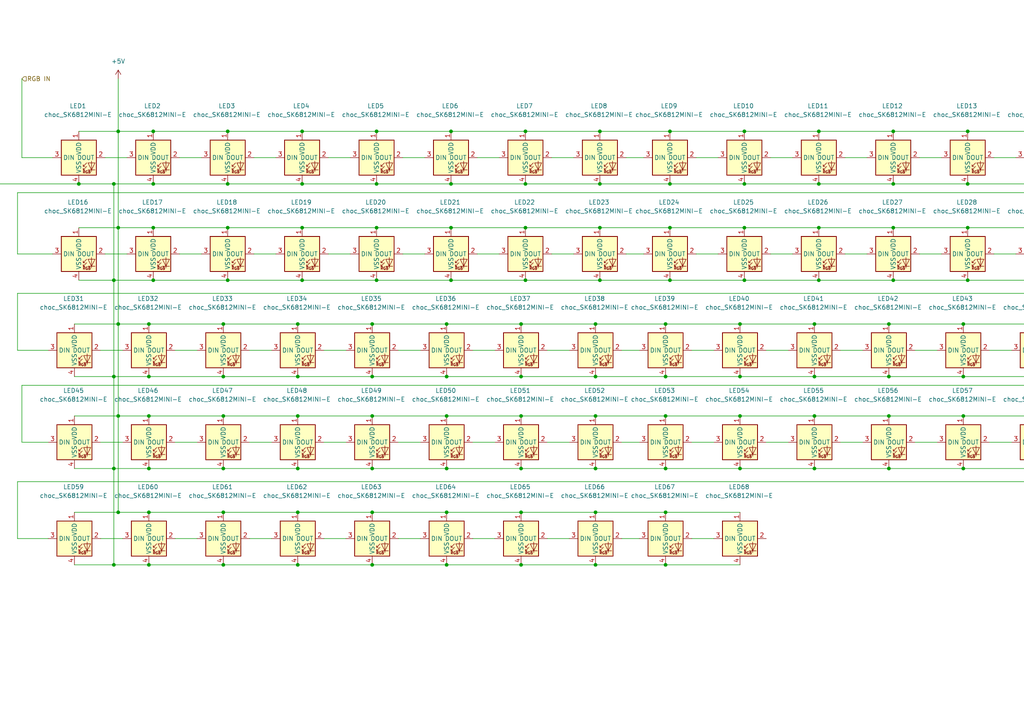
<source format=kicad_sch>
(kicad_sch
	(version 20250114)
	(generator "eeschema")
	(generator_version "9.0")
	(uuid "40b1bbce-d916-44f1-8247-5f0a1c45385b")
	(paper "A4")
	(lib_symbols
		(symbol "PCM_4ms_Power-symbol:+5V"
			(power)
			(pin_names
				(offset 0)
			)
			(exclude_from_sim no)
			(in_bom yes)
			(on_board yes)
			(property "Reference" "#PWR"
				(at 0 -3.81 0)
				(effects
					(font
						(size 1.27 1.27)
					)
					(hide yes)
				)
			)
			(property "Value" "+5V"
				(at 0 3.556 0)
				(effects
					(font
						(size 1.27 1.27)
					)
				)
			)
			(property "Footprint" ""
				(at 0 0 0)
				(effects
					(font
						(size 1.27 1.27)
					)
					(hide yes)
				)
			)
			(property "Datasheet" ""
				(at 0 0 0)
				(effects
					(font
						(size 1.27 1.27)
					)
					(hide yes)
				)
			)
			(property "Description" ""
				(at 0 0 0)
				(effects
					(font
						(size 1.27 1.27)
					)
					(hide yes)
				)
			)
			(symbol "+5V_0_1"
				(polyline
					(pts
						(xy -0.762 1.27) (xy 0 2.54)
					)
					(stroke
						(width 0)
						(type default)
					)
					(fill
						(type none)
					)
				)
				(polyline
					(pts
						(xy 0 2.54) (xy 0.762 1.27)
					)
					(stroke
						(width 0)
						(type default)
					)
					(fill
						(type none)
					)
				)
				(polyline
					(pts
						(xy 0 0) (xy 0 2.54)
					)
					(stroke
						(width 0)
						(type default)
					)
					(fill
						(type none)
					)
				)
			)
			(symbol "+5V_1_1"
				(pin power_in line
					(at 0 0 90)
					(length 0)
					(hide yes)
					(name "+5V"
						(effects
							(font
								(size 1.27 1.27)
							)
						)
					)
					(number "1"
						(effects
							(font
								(size 1.27 1.27)
							)
						)
					)
				)
			)
			(embedded_fonts no)
		)
		(symbol "PCM_4ms_Power-symbol:GND"
			(power)
			(pin_names
				(offset 0)
			)
			(exclude_from_sim no)
			(in_bom yes)
			(on_board yes)
			(property "Reference" "#PWR"
				(at 0 -6.35 0)
				(effects
					(font
						(size 1.27 1.27)
					)
					(hide yes)
				)
			)
			(property "Value" "GND"
				(at 0 -3.81 0)
				(effects
					(font
						(size 1.27 1.27)
					)
				)
			)
			(property "Footprint" ""
				(at 0 0 0)
				(effects
					(font
						(size 1.27 1.27)
					)
					(hide yes)
				)
			)
			(property "Datasheet" ""
				(at 0 0 0)
				(effects
					(font
						(size 1.27 1.27)
					)
					(hide yes)
				)
			)
			(property "Description" ""
				(at 0 0 0)
				(effects
					(font
						(size 1.27 1.27)
					)
					(hide yes)
				)
			)
			(symbol "GND_0_1"
				(polyline
					(pts
						(xy 0 0) (xy 0 -1.27) (xy 1.27 -1.27) (xy 0 -2.54) (xy -1.27 -1.27) (xy 0 -1.27)
					)
					(stroke
						(width 0)
						(type default)
					)
					(fill
						(type none)
					)
				)
			)
			(symbol "GND_1_1"
				(pin power_in line
					(at 0 0 270)
					(length 0)
					(hide yes)
					(name "GND"
						(effects
							(font
								(size 1.27 1.27)
							)
						)
					)
					(number "1"
						(effects
							(font
								(size 1.27 1.27)
							)
						)
					)
				)
			)
			(embedded_fonts no)
		)
		(symbol "PCM_marbastlib-choc:choc_SK6812MINI-E"
			(exclude_from_sim no)
			(in_bom yes)
			(on_board yes)
			(property "Reference" "LED"
				(at 2.54 6.35 0)
				(effects
					(font
						(size 1.27 1.27)
					)
				)
			)
			(property "Value" "choc_SK6812MINI-E"
				(at 10.795 -6.35 0)
				(effects
					(font
						(size 1.27 1.27)
					)
				)
			)
			(property "Footprint" "PCM_marbastlib-choc:LED_choc_6028R"
				(at 0 0 0)
				(effects
					(font
						(size 1.27 1.27)
					)
					(hide yes)
				)
			)
			(property "Datasheet" ""
				(at 0 0 0)
				(effects
					(font
						(size 1.27 1.27)
					)
					(hide yes)
				)
			)
			(property "Description" "Reverse mount adressable LED (WS2812 protocol)"
				(at 0 0 0)
				(effects
					(font
						(size 1.27 1.27)
					)
					(hide yes)
				)
			)
			(property "ki_keywords" "reverse mount led revmount rgb"
				(at 0 0 0)
				(effects
					(font
						(size 1.27 1.27)
					)
					(hide yes)
				)
			)
			(symbol "choc_SK6812MINI-E_0_0"
				(text "RGB"
					(at 2.286 -4.191 0)
					(effects
						(font
							(size 0.762 0.762)
						)
					)
				)
			)
			(symbol "choc_SK6812MINI-E_0_1"
				(rectangle
					(start -5.08 5.08)
					(end 5.08 -5.08)
					(stroke
						(width 0.254)
						(type default)
					)
					(fill
						(type background)
					)
				)
				(polyline
					(pts
						(xy 1.27 -2.54) (xy 1.778 -2.54)
					)
					(stroke
						(width 0)
						(type default)
					)
					(fill
						(type none)
					)
				)
				(polyline
					(pts
						(xy 1.27 -3.556) (xy 1.778 -3.556)
					)
					(stroke
						(width 0)
						(type default)
					)
					(fill
						(type none)
					)
				)
				(polyline
					(pts
						(xy 2.286 -1.524) (xy 1.27 -2.54) (xy 1.27 -2.032)
					)
					(stroke
						(width 0)
						(type default)
					)
					(fill
						(type none)
					)
				)
				(polyline
					(pts
						(xy 2.286 -2.54) (xy 1.27 -3.556) (xy 1.27 -3.048)
					)
					(stroke
						(width 0)
						(type default)
					)
					(fill
						(type none)
					)
				)
				(polyline
					(pts
						(xy 3.683 -1.016) (xy 3.683 -3.556) (xy 3.683 -4.064)
					)
					(stroke
						(width 0)
						(type default)
					)
					(fill
						(type none)
					)
				)
				(polyline
					(pts
						(xy 4.699 -1.524) (xy 2.667 -1.524) (xy 3.683 -3.556) (xy 4.699 -1.524)
					)
					(stroke
						(width 0)
						(type default)
					)
					(fill
						(type none)
					)
				)
				(polyline
					(pts
						(xy 4.699 -3.556) (xy 2.667 -3.556)
					)
					(stroke
						(width 0)
						(type default)
					)
					(fill
						(type none)
					)
				)
			)
			(symbol "choc_SK6812MINI-E_1_1"
				(pin input line
					(at -7.62 0 0)
					(length 2.54)
					(name "DIN"
						(effects
							(font
								(size 1.27 1.27)
							)
						)
					)
					(number "3"
						(effects
							(font
								(size 1.27 1.27)
							)
						)
					)
				)
				(pin power_in line
					(at 0 7.62 270)
					(length 2.54)
					(name "VDD"
						(effects
							(font
								(size 1.27 1.27)
							)
						)
					)
					(number "1"
						(effects
							(font
								(size 1.27 1.27)
							)
						)
					)
				)
				(pin power_in line
					(at 0 -7.62 90)
					(length 2.54)
					(name "VSS"
						(effects
							(font
								(size 1.27 1.27)
							)
						)
					)
					(number "4"
						(effects
							(font
								(size 1.27 1.27)
							)
						)
					)
				)
				(pin output line
					(at 7.62 0 180)
					(length 2.54)
					(name "DOUT"
						(effects
							(font
								(size 1.27 1.27)
							)
						)
					)
					(number "2"
						(effects
							(font
								(size 1.27 1.27)
							)
						)
					)
				)
			)
			(embedded_fonts no)
		)
	)
	(junction
		(at 130.81 81.28)
		(diameter 0)
		(color 0 0 0 0)
		(uuid "000bfc67-ca36-473f-b6fd-62541a89e69a")
	)
	(junction
		(at 107.95 109.22)
		(diameter 0)
		(color 0 0 0 0)
		(uuid "007579d8-3319-4309-8a63-ec2a2541fa6d")
	)
	(junction
		(at 33.02 135.89)
		(diameter 0)
		(color 0 0 0 0)
		(uuid "00a10eb2-53c1-42ed-a263-5223c9d4609e")
	)
	(junction
		(at 109.22 66.04)
		(diameter 0)
		(color 0 0 0 0)
		(uuid "056044c9-4495-4a40-8b58-70407db63b07")
	)
	(junction
		(at 44.45 53.34)
		(diameter 0)
		(color 0 0 0 0)
		(uuid "0643187e-9a75-46f2-9784-e93a1475227a")
	)
	(junction
		(at 214.63 135.89)
		(diameter 0)
		(color 0 0 0 0)
		(uuid "070943c8-ebb9-4fe3-b20f-b8584edeebf0")
	)
	(junction
		(at 194.31 81.28)
		(diameter 0)
		(color 0 0 0 0)
		(uuid "07640880-4544-47e5-988f-b224d813a1c0")
	)
	(junction
		(at 215.9 38.1)
		(diameter 0)
		(color 0 0 0 0)
		(uuid "08e36649-2afc-4da4-8877-a291d0bb216e")
	)
	(junction
		(at 257.81 93.98)
		(diameter 0)
		(color 0 0 0 0)
		(uuid "0e8f21fd-2941-4285-8113-fa1186ee3776")
	)
	(junction
		(at 237.49 81.28)
		(diameter 0)
		(color 0 0 0 0)
		(uuid "11db9804-4271-4461-8c0e-fafd41332f2b")
	)
	(junction
		(at 107.95 148.59)
		(diameter 0)
		(color 0 0 0 0)
		(uuid "160877d4-ee11-4170-9773-6e16b8f44361")
	)
	(junction
		(at 44.45 81.28)
		(diameter 0)
		(color 0 0 0 0)
		(uuid "18a63db0-833c-4f20-bbce-1a82bf29be79")
	)
	(junction
		(at 43.18 148.59)
		(diameter 0)
		(color 0 0 0 0)
		(uuid "1935f46b-16a7-40d5-8ddd-090f8027bffd")
	)
	(junction
		(at 236.22 109.22)
		(diameter 0)
		(color 0 0 0 0)
		(uuid "1b46f9eb-4ca2-4fed-815b-8ea199bc4fc0")
	)
	(junction
		(at 237.49 38.1)
		(diameter 0)
		(color 0 0 0 0)
		(uuid "1cb68752-a3ad-44c7-93d1-d276de303dda")
	)
	(junction
		(at 279.4 93.98)
		(diameter 0)
		(color 0 0 0 0)
		(uuid "1def4f26-37fe-4c1a-a13c-aa6a0c838775")
	)
	(junction
		(at 66.04 66.04)
		(diameter 0)
		(color 0 0 0 0)
		(uuid "1e6aea0f-80f1-4b31-9619-691ef8b4041d")
	)
	(junction
		(at 87.63 53.34)
		(diameter 0)
		(color 0 0 0 0)
		(uuid "1facf475-e3f4-4e9d-af8a-c29b9b59bdc9")
	)
	(junction
		(at 194.31 66.04)
		(diameter 0)
		(color 0 0 0 0)
		(uuid "20be8e4d-c4b9-4392-9775-535c8409f3ea")
	)
	(junction
		(at 64.77 148.59)
		(diameter 0)
		(color 0 0 0 0)
		(uuid "2531d994-0099-44b7-910b-dd1ac1cb467e")
	)
	(junction
		(at 87.63 38.1)
		(diameter 0)
		(color 0 0 0 0)
		(uuid "264af424-d4b0-4d73-9ef8-e630355c523e")
	)
	(junction
		(at 33.02 163.83)
		(diameter 0)
		(color 0 0 0 0)
		(uuid "2e3699e1-891e-4fa9-83c0-98f95faa6459")
	)
	(junction
		(at 193.04 148.59)
		(diameter 0)
		(color 0 0 0 0)
		(uuid "31b2eb33-0bbd-4e0d-b5fd-20f64a0db231")
	)
	(junction
		(at 173.99 66.04)
		(diameter 0)
		(color 0 0 0 0)
		(uuid "33b2e90f-7d20-4ea1-91e5-677058d7e73f")
	)
	(junction
		(at 257.81 135.89)
		(diameter 0)
		(color 0 0 0 0)
		(uuid "3657c058-431e-428d-bcf9-29dcfb17c68c")
	)
	(junction
		(at 215.9 81.28)
		(diameter 0)
		(color 0 0 0 0)
		(uuid "3badefdd-f8c0-4fbd-b3e2-3243ed484abc")
	)
	(junction
		(at 130.81 38.1)
		(diameter 0)
		(color 0 0 0 0)
		(uuid "3bb18ddd-2a78-4e1e-b47b-f362cb87d3a2")
	)
	(junction
		(at 151.13 148.59)
		(diameter 0)
		(color 0 0 0 0)
		(uuid "3f24bdf3-1477-454e-82c5-f20bd4a99afd")
	)
	(junction
		(at 193.04 163.83)
		(diameter 0)
		(color 0 0 0 0)
		(uuid "433fa41a-fe64-4761-97ca-47716c3f1fe2")
	)
	(junction
		(at 129.54 163.83)
		(diameter 0)
		(color 0 0 0 0)
		(uuid "43784696-56ba-4014-b140-4842f18e5d9a")
	)
	(junction
		(at 129.54 109.22)
		(diameter 0)
		(color 0 0 0 0)
		(uuid "441a009e-135f-4d4a-b832-d0f6219cc4a4")
	)
	(junction
		(at 43.18 120.65)
		(diameter 0)
		(color 0 0 0 0)
		(uuid "44ee5eda-f9e1-4fad-8796-c7a1350ef427")
	)
	(junction
		(at 194.31 53.34)
		(diameter 0)
		(color 0 0 0 0)
		(uuid "46eb9184-1476-4528-9ff3-d3dfe4da7bdb")
	)
	(junction
		(at 43.18 109.22)
		(diameter 0)
		(color 0 0 0 0)
		(uuid "47e5f244-5f19-4ca7-b9f8-d61e201a442b")
	)
	(junction
		(at 66.04 38.1)
		(diameter 0)
		(color 0 0 0 0)
		(uuid "483c3f3b-5059-4e3a-9969-498bb87aeeb1")
	)
	(junction
		(at 86.36 93.98)
		(diameter 0)
		(color 0 0 0 0)
		(uuid "48822d3e-9272-48dc-bcab-518fdc4e048b")
	)
	(junction
		(at 237.49 66.04)
		(diameter 0)
		(color 0 0 0 0)
		(uuid "4b6f4875-5092-4c0f-9d9f-c5f04ac7abf4")
	)
	(junction
		(at 280.67 53.34)
		(diameter 0)
		(color 0 0 0 0)
		(uuid "4b74de43-6b95-4f67-a564-d9b310dd36b7")
	)
	(junction
		(at 86.36 163.83)
		(diameter 0)
		(color 0 0 0 0)
		(uuid "4c5d57d5-4f24-450a-9d51-a6f0c82184fb")
	)
	(junction
		(at 34.29 120.65)
		(diameter 0)
		(color 0 0 0 0)
		(uuid "4ed6885c-56a8-46e5-9d81-b9e6d3a49cd5")
	)
	(junction
		(at 129.54 135.89)
		(diameter 0)
		(color 0 0 0 0)
		(uuid "50095067-58cd-4b06-b244-1116b3300fb6")
	)
	(junction
		(at 107.95 135.89)
		(diameter 0)
		(color 0 0 0 0)
		(uuid "511c3017-6c1a-494a-9bda-6c9ab56e6a32")
	)
	(junction
		(at 257.81 109.22)
		(diameter 0)
		(color 0 0 0 0)
		(uuid "529467fb-bc85-4e80-9b7a-45a426719a19")
	)
	(junction
		(at 194.31 38.1)
		(diameter 0)
		(color 0 0 0 0)
		(uuid "53974f61-30d3-4aa9-8aae-3a28fdeb6d44")
	)
	(junction
		(at 172.72 93.98)
		(diameter 0)
		(color 0 0 0 0)
		(uuid "53ef0426-774f-49a9-a89c-9706f9e0785e")
	)
	(junction
		(at 22.86 53.34)
		(diameter 0)
		(color 0 0 0 0)
		(uuid "55d2052d-43dd-4001-a859-234704b9e001")
	)
	(junction
		(at 33.02 109.22)
		(diameter 0)
		(color 0 0 0 0)
		(uuid "58a4c0fc-8820-4883-a12e-7858d8e26f92")
	)
	(junction
		(at 152.4 53.34)
		(diameter 0)
		(color 0 0 0 0)
		(uuid "5993f3d7-8e81-40a3-bc0a-158dde6e28c7")
	)
	(junction
		(at 172.72 135.89)
		(diameter 0)
		(color 0 0 0 0)
		(uuid "5d364a45-c562-4cdb-8938-81cb15826f34")
	)
	(junction
		(at 259.08 66.04)
		(diameter 0)
		(color 0 0 0 0)
		(uuid "5eef03ab-e2c7-4cde-bc87-7658b8d7e140")
	)
	(junction
		(at 43.18 135.89)
		(diameter 0)
		(color 0 0 0 0)
		(uuid "6065dd2b-18ce-4030-a589-4a50eeced592")
	)
	(junction
		(at 215.9 53.34)
		(diameter 0)
		(color 0 0 0 0)
		(uuid "609e8cce-6381-4ad5-9678-9c00e1d4506d")
	)
	(junction
		(at 172.72 163.83)
		(diameter 0)
		(color 0 0 0 0)
		(uuid "62294ea8-591c-4678-bd87-8cf143d59f78")
	)
	(junction
		(at 152.4 81.28)
		(diameter 0)
		(color 0 0 0 0)
		(uuid "64990ee6-2cf1-4d8d-a550-5dc8f7d326d3")
	)
	(junction
		(at 34.29 93.98)
		(diameter 0)
		(color 0 0 0 0)
		(uuid "65299fdb-d337-4f0d-b8f2-75167b6cf3d8")
	)
	(junction
		(at 130.81 53.34)
		(diameter 0)
		(color 0 0 0 0)
		(uuid "6656307e-eef1-46f3-a8ea-1696afae59f2")
	)
	(junction
		(at 34.29 148.59)
		(diameter 0)
		(color 0 0 0 0)
		(uuid "66684f9e-d7fe-4968-96f6-ddf25805c085")
	)
	(junction
		(at 237.49 53.34)
		(diameter 0)
		(color 0 0 0 0)
		(uuid "67dfe792-b235-4c15-ab07-3f0a69fd9b8a")
	)
	(junction
		(at 107.95 163.83)
		(diameter 0)
		(color 0 0 0 0)
		(uuid "730f43d8-b6ce-4bcc-a753-2e405f6cf090")
	)
	(junction
		(at 34.29 38.1)
		(diameter 0)
		(color 0 0 0 0)
		(uuid "76862321-843f-4d39-918a-b69b31af46e4")
	)
	(junction
		(at 214.63 109.22)
		(diameter 0)
		(color 0 0 0 0)
		(uuid "76fe5a92-1499-4081-adc6-b559674ef3c1")
	)
	(junction
		(at 109.22 81.28)
		(diameter 0)
		(color 0 0 0 0)
		(uuid "7751818f-65ce-402f-b2d4-93da40118309")
	)
	(junction
		(at 151.13 135.89)
		(diameter 0)
		(color 0 0 0 0)
		(uuid "786160f0-47a0-4eb7-873a-18e6400884db")
	)
	(junction
		(at 193.04 93.98)
		(diameter 0)
		(color 0 0 0 0)
		(uuid "7a9df96b-124b-4835-8350-704a58beef6f")
	)
	(junction
		(at 151.13 163.83)
		(diameter 0)
		(color 0 0 0 0)
		(uuid "7b855577-c935-49ab-b38d-e2fd58ac37a4")
	)
	(junction
		(at 129.54 120.65)
		(diameter 0)
		(color 0 0 0 0)
		(uuid "7bb46f6d-d429-4fe6-9a7f-cc93361ee903")
	)
	(junction
		(at 280.67 66.04)
		(diameter 0)
		(color 0 0 0 0)
		(uuid "7eb6df6d-a620-4051-87c7-457cb707aa7c")
	)
	(junction
		(at 172.72 120.65)
		(diameter 0)
		(color 0 0 0 0)
		(uuid "80e8f423-2141-4847-9590-81fbc6c887ba")
	)
	(junction
		(at 302.26 66.04)
		(diameter 0)
		(color 0 0 0 0)
		(uuid "85c66466-5886-4ad8-8280-ad2d2c3f6c57")
	)
	(junction
		(at 279.4 109.22)
		(diameter 0)
		(color 0 0 0 0)
		(uuid "873b6e50-c4fd-45e7-99ba-5edf765c79ca")
	)
	(junction
		(at 152.4 38.1)
		(diameter 0)
		(color 0 0 0 0)
		(uuid "8cefc4ae-91c5-4d21-a676-61e27bef2fb1")
	)
	(junction
		(at 33.02 53.34)
		(diameter 0)
		(color 0 0 0 0)
		(uuid "8f7e7f4c-2554-40ed-86c3-fabe67b64264")
	)
	(junction
		(at 86.36 109.22)
		(diameter 0)
		(color 0 0 0 0)
		(uuid "91a49342-3cb0-44e6-8e0c-b612e113d74f")
	)
	(junction
		(at 87.63 81.28)
		(diameter 0)
		(color 0 0 0 0)
		(uuid "94a4d0f0-4a1b-43be-8de3-36a08eba6f06")
	)
	(junction
		(at 173.99 53.34)
		(diameter 0)
		(color 0 0 0 0)
		(uuid "978c949b-8882-466b-8590-38f1534ffe83")
	)
	(junction
		(at 66.04 53.34)
		(diameter 0)
		(color 0 0 0 0)
		(uuid "9c28920e-599a-4a3e-b3e9-baad15cb9e0f")
	)
	(junction
		(at 172.72 148.59)
		(diameter 0)
		(color 0 0 0 0)
		(uuid "9d5671eb-9879-40fa-9f48-3a212996124d")
	)
	(junction
		(at 34.29 66.04)
		(diameter 0)
		(color 0 0 0 0)
		(uuid "a1c2e3d9-4425-430e-8279-56b0643b29c3")
	)
	(junction
		(at 193.04 135.89)
		(diameter 0)
		(color 0 0 0 0)
		(uuid "a4820962-c065-4c1c-8d32-45ac73de7358")
	)
	(junction
		(at 64.77 135.89)
		(diameter 0)
		(color 0 0 0 0)
		(uuid "a4a604dd-13d9-4394-a57c-12e920fa2075")
	)
	(junction
		(at 193.04 120.65)
		(diameter 0)
		(color 0 0 0 0)
		(uuid "a699f89f-bd88-4d96-8180-9aba1ef7f96f")
	)
	(junction
		(at 236.22 120.65)
		(diameter 0)
		(color 0 0 0 0)
		(uuid "aa8d4742-3c42-48ce-897b-215ffc72ef97")
	)
	(junction
		(at 107.95 93.98)
		(diameter 0)
		(color 0 0 0 0)
		(uuid "abd70caa-abc7-49eb-9afa-f7adabfd2646")
	)
	(junction
		(at 44.45 66.04)
		(diameter 0)
		(color 0 0 0 0)
		(uuid "b36c65b9-c218-41d7-9def-f8daefd4e285")
	)
	(junction
		(at 193.04 109.22)
		(diameter 0)
		(color 0 0 0 0)
		(uuid "b5618d24-a347-4b4a-8f83-149a5097935f")
	)
	(junction
		(at 302.26 38.1)
		(diameter 0)
		(color 0 0 0 0)
		(uuid "b6592a01-768a-4c3f-b80d-466aa12c3bba")
	)
	(junction
		(at 259.08 38.1)
		(diameter 0)
		(color 0 0 0 0)
		(uuid "b771b887-2eae-4f3b-be96-7d0ade94818c")
	)
	(junction
		(at 152.4 66.04)
		(diameter 0)
		(color 0 0 0 0)
		(uuid "b7c9a89c-4d07-4bb6-9782-9c34408db29f")
	)
	(junction
		(at 151.13 93.98)
		(diameter 0)
		(color 0 0 0 0)
		(uuid "ba1e666e-8af7-44a7-aa81-a5469e7326d2")
	)
	(junction
		(at 259.08 81.28)
		(diameter 0)
		(color 0 0 0 0)
		(uuid "ba2513b6-1efc-433b-9d85-7074ddfae213")
	)
	(junction
		(at 173.99 81.28)
		(diameter 0)
		(color 0 0 0 0)
		(uuid "bae4e0e3-43d4-494b-9dfa-a09eae1ebcdc")
	)
	(junction
		(at 64.77 93.98)
		(diameter 0)
		(color 0 0 0 0)
		(uuid "c345911a-6bd7-4ec0-b236-45cd0e838722")
	)
	(junction
		(at 236.22 135.89)
		(diameter 0)
		(color 0 0 0 0)
		(uuid "c3813837-a954-4075-9035-3090c7c2016a")
	)
	(junction
		(at 64.77 163.83)
		(diameter 0)
		(color 0 0 0 0)
		(uuid "c6310821-6faa-4398-8d5e-cf83afaf0552")
	)
	(junction
		(at 43.18 93.98)
		(diameter 0)
		(color 0 0 0 0)
		(uuid "c77efce4-99bc-4d15-9940-9e1de8dd5f33")
	)
	(junction
		(at 43.18 163.83)
		(diameter 0)
		(color 0 0 0 0)
		(uuid "ca1d70d2-17f1-445c-933e-73273724a83e")
	)
	(junction
		(at 302.26 81.28)
		(diameter 0)
		(color 0 0 0 0)
		(uuid "cc9ce872-65ce-4510-b3bd-20d72f9e6b26")
	)
	(junction
		(at 259.08 53.34)
		(diameter 0)
		(color 0 0 0 0)
		(uuid "ccf720ae-80e3-4786-b97a-ac7c9f90af78")
	)
	(junction
		(at 151.13 120.65)
		(diameter 0)
		(color 0 0 0 0)
		(uuid "ce66c150-3db9-4ebc-a786-d5e4a249d268")
	)
	(junction
		(at 109.22 38.1)
		(diameter 0)
		(color 0 0 0 0)
		(uuid "d0e8867f-44b0-4918-a296-b67e13a592dd")
	)
	(junction
		(at 172.72 109.22)
		(diameter 0)
		(color 0 0 0 0)
		(uuid "d10aff3d-f294-4c37-891e-29af80ffb3a2")
	)
	(junction
		(at 33.02 81.28)
		(diameter 0)
		(color 0 0 0 0)
		(uuid "d68050bc-b7c6-4252-b822-eb381a8ac1f5")
	)
	(junction
		(at 280.67 38.1)
		(diameter 0)
		(color 0 0 0 0)
		(uuid "d7b4315f-cc5a-431d-a57c-4f725b824071")
	)
	(junction
		(at 87.63 66.04)
		(diameter 0)
		(color 0 0 0 0)
		(uuid "d800e036-6933-4a0e-9628-a5106f9c0508")
	)
	(junction
		(at 302.26 53.34)
		(diameter 0)
		(color 0 0 0 0)
		(uuid "d87a53ee-c482-4a3b-9b2e-2407b17d8a58")
	)
	(junction
		(at 64.77 109.22)
		(diameter 0)
		(color 0 0 0 0)
		(uuid "d9fcbf62-2344-43f8-a17e-0976e0f0885a")
	)
	(junction
		(at 86.36 135.89)
		(diameter 0)
		(color 0 0 0 0)
		(uuid "dac8409a-23a5-492a-b95a-d4cba93b97ce")
	)
	(junction
		(at 107.95 120.65)
		(diameter 0)
		(color 0 0 0 0)
		(uuid "daf29a86-c4e9-4181-afda-406f31451e07")
	)
	(junction
		(at 280.67 81.28)
		(diameter 0)
		(color 0 0 0 0)
		(uuid "db1968fa-5a71-4f1c-a107-f34db72860a5")
	)
	(junction
		(at 86.36 120.65)
		(diameter 0)
		(color 0 0 0 0)
		(uuid "dd1c8134-f272-4743-bfdc-da79de9ed437")
	)
	(junction
		(at 130.81 66.04)
		(diameter 0)
		(color 0 0 0 0)
		(uuid "dec7f709-2cb9-48f9-b457-fe51e403132d")
	)
	(junction
		(at 279.4 135.89)
		(diameter 0)
		(color 0 0 0 0)
		(uuid "e339cdea-2f85-44d5-895b-0beeff5c973e")
	)
	(junction
		(at 66.04 81.28)
		(diameter 0)
		(color 0 0 0 0)
		(uuid "e3dade9e-7b0d-4259-a72a-35ef2c924cf8")
	)
	(junction
		(at 215.9 66.04)
		(diameter 0)
		(color 0 0 0 0)
		(uuid "e4e766de-9d51-4917-a652-b1a55be85999")
	)
	(junction
		(at 44.45 38.1)
		(diameter 0)
		(color 0 0 0 0)
		(uuid "e83f690a-d518-4757-8f2b-f0307c9a59b5")
	)
	(junction
		(at 279.4 120.65)
		(diameter 0)
		(color 0 0 0 0)
		(uuid "eac90edd-dada-4d48-8d49-fbc5c99c9713")
	)
	(junction
		(at 214.63 93.98)
		(diameter 0)
		(color 0 0 0 0)
		(uuid "f0687509-8019-4508-ae49-c9b55de34465")
	)
	(junction
		(at 257.81 120.65)
		(diameter 0)
		(color 0 0 0 0)
		(uuid "f1b7c938-673d-414a-b396-f6c6842315d4")
	)
	(junction
		(at 129.54 93.98)
		(diameter 0)
		(color 0 0 0 0)
		(uuid "f3871221-519b-4d51-a620-3552fb01fe57")
	)
	(junction
		(at 109.22 53.34)
		(diameter 0)
		(color 0 0 0 0)
		(uuid "f408403f-cb06-4d3e-90b5-be13a863f41b")
	)
	(junction
		(at 236.22 93.98)
		(diameter 0)
		(color 0 0 0 0)
		(uuid "f5db841a-2bb8-4c6f-91d4-3ebcb4bd5d05")
	)
	(junction
		(at 214.63 120.65)
		(diameter 0)
		(color 0 0 0 0)
		(uuid "f629a35b-724a-4f7a-8103-df8caf8b0651")
	)
	(junction
		(at 64.77 120.65)
		(diameter 0)
		(color 0 0 0 0)
		(uuid "f7569c41-62c4-4aaa-91cb-3b0dc1481aeb")
	)
	(junction
		(at 86.36 148.59)
		(diameter 0)
		(color 0 0 0 0)
		(uuid "f8b767cc-b111-4eaf-9fcc-74264facabe3")
	)
	(junction
		(at 151.13 109.22)
		(diameter 0)
		(color 0 0 0 0)
		(uuid "fa4ba471-a888-4f28-9508-02e68c950f10")
	)
	(junction
		(at 129.54 148.59)
		(diameter 0)
		(color 0 0 0 0)
		(uuid "fac25106-3cc1-4868-9bb1-128cb4ee1999")
	)
	(junction
		(at 173.99 38.1)
		(diameter 0)
		(color 0 0 0 0)
		(uuid "fb5c6b4a-a867-4fa7-b414-81c277dd6774")
	)
	(wire
		(pts
			(xy 21.59 120.65) (xy 34.29 120.65)
		)
		(stroke
			(width 0)
			(type default)
		)
		(uuid "01890514-b171-4714-bd9a-a9f38aff7a10")
	)
	(wire
		(pts
			(xy 72.39 156.21) (xy 78.74 156.21)
		)
		(stroke
			(width 0)
			(type default)
		)
		(uuid "01e0e929-7f5d-41bd-bba6-4b6e361689f7")
	)
	(wire
		(pts
			(xy 214.63 163.83) (xy 193.04 163.83)
		)
		(stroke
			(width 0)
			(type default)
		)
		(uuid "0338d9a8-f4bd-46ee-9540-09c37bc9bdc5")
	)
	(wire
		(pts
			(xy 44.45 53.34) (xy 66.04 53.34)
		)
		(stroke
			(width 0)
			(type default)
		)
		(uuid "03394547-35db-4dc4-b7e9-e06355e622ee")
	)
	(wire
		(pts
			(xy 33.02 109.22) (xy 43.18 109.22)
		)
		(stroke
			(width 0)
			(type default)
		)
		(uuid "05023cae-f9a4-4023-aa6b-b7d209898f63")
	)
	(wire
		(pts
			(xy 265.43 101.6) (xy 271.78 101.6)
		)
		(stroke
			(width 0)
			(type default)
		)
		(uuid "05ec2434-cd77-476c-a745-fceff2d38b80")
	)
	(wire
		(pts
			(xy 64.77 148.59) (xy 86.36 148.59)
		)
		(stroke
			(width 0)
			(type default)
		)
		(uuid "07522358-1288-45ba-807d-c7e17a6c7e80")
	)
	(wire
		(pts
			(xy 73.66 73.66) (xy 80.01 73.66)
		)
		(stroke
			(width 0)
			(type default)
		)
		(uuid "0792e40c-97a1-4b1d-a201-aeda088e5109")
	)
	(wire
		(pts
			(xy 339.09 73.66) (xy 339.09 85.09)
		)
		(stroke
			(width 0)
			(type default)
		)
		(uuid "07e8a762-dd50-4ed8-bd1b-4b8f6c9afbd0")
	)
	(wire
		(pts
			(xy 130.81 81.28) (xy 152.4 81.28)
		)
		(stroke
			(width 0)
			(type default)
		)
		(uuid "08f2a3b3-bb4b-49e5-be23-cd8d9fdf1782")
	)
	(wire
		(pts
			(xy 30.48 45.72) (xy 36.83 45.72)
		)
		(stroke
			(width 0)
			(type default)
		)
		(uuid "090ff8e9-f3a9-4f52-bc95-529e091baa57")
	)
	(wire
		(pts
			(xy 34.29 148.59) (xy 43.18 148.59)
		)
		(stroke
			(width 0)
			(type default)
		)
		(uuid "0923a342-c6dd-4a87-8e17-a547f148600d")
	)
	(wire
		(pts
			(xy 34.29 93.98) (xy 43.18 93.98)
		)
		(stroke
			(width 0)
			(type default)
		)
		(uuid "09888adb-c059-439a-bcaf-06d9826d3699")
	)
	(wire
		(pts
			(xy 236.22 93.98) (xy 257.81 93.98)
		)
		(stroke
			(width 0)
			(type default)
		)
		(uuid "0b02ffdf-6974-41fa-aaae-53c98b6a1b25")
	)
	(wire
		(pts
			(xy 130.81 66.04) (xy 152.4 66.04)
		)
		(stroke
			(width 0)
			(type default)
		)
		(uuid "0be96180-7b90-44c1-900e-06842954e550")
	)
	(wire
		(pts
			(xy 34.29 93.98) (xy 34.29 120.65)
		)
		(stroke
			(width 0)
			(type default)
		)
		(uuid "0c014855-5da4-4d60-b433-55fdf7873a4b")
	)
	(wire
		(pts
			(xy 215.9 66.04) (xy 237.49 66.04)
		)
		(stroke
			(width 0)
			(type default)
		)
		(uuid "0cce69e2-3183-4b3b-8347-59b8309aea43")
	)
	(wire
		(pts
			(xy 151.13 109.22) (xy 172.72 109.22)
		)
		(stroke
			(width 0)
			(type default)
		)
		(uuid "0d06ae7c-45d1-4518-8666-cdcc3b3fddb8")
	)
	(wire
		(pts
			(xy 279.4 109.22) (xy 300.99 109.22)
		)
		(stroke
			(width 0)
			(type default)
		)
		(uuid "0ddd0885-c7d1-4ca1-b5f4-7e4fc96d9b4a")
	)
	(wire
		(pts
			(xy 115.57 128.27) (xy 121.92 128.27)
		)
		(stroke
			(width 0)
			(type default)
		)
		(uuid "0e5d4060-6648-45a3-8637-af6e525e01db")
	)
	(wire
		(pts
			(xy 172.72 148.59) (xy 193.04 148.59)
		)
		(stroke
			(width 0)
			(type default)
		)
		(uuid "0e602b3c-0f60-47c0-bf6c-d230e3f46f12")
	)
	(wire
		(pts
			(xy 93.98 101.6) (xy 100.33 101.6)
		)
		(stroke
			(width 0)
			(type default)
		)
		(uuid "11756bb2-bd3c-4b5d-9f36-0b00691405d5")
	)
	(wire
		(pts
			(xy 29.21 128.27) (xy 35.56 128.27)
		)
		(stroke
			(width 0)
			(type default)
		)
		(uuid "11e7e8b6-de18-4374-9ab9-6c3fa61e968e")
	)
	(wire
		(pts
			(xy 6.35 111.76) (xy 6.35 128.27)
		)
		(stroke
			(width 0)
			(type default)
		)
		(uuid "1225f7ee-fbdb-4567-8f7c-0f378ecfd3b5")
	)
	(wire
		(pts
			(xy 160.02 73.66) (xy 166.37 73.66)
		)
		(stroke
			(width 0)
			(type default)
		)
		(uuid "149b2317-7e9a-4d2d-98df-a302fec7380f")
	)
	(wire
		(pts
			(xy -3.81 53.34) (xy 22.86 53.34)
		)
		(stroke
			(width 0)
			(type default)
		)
		(uuid "1652f970-6ea3-409f-bfac-3a9f61152626")
	)
	(wire
		(pts
			(xy 33.02 109.22) (xy 21.59 109.22)
		)
		(stroke
			(width 0)
			(type default)
		)
		(uuid "16c31cae-b1fc-4f1e-bed4-429eafbe9951")
	)
	(wire
		(pts
			(xy 5.08 156.21) (xy 13.97 156.21)
		)
		(stroke
			(width 0)
			(type default)
		)
		(uuid "171d1c9d-0563-428b-a850-2c5cf2281000")
	)
	(wire
		(pts
			(xy 43.18 135.89) (xy 64.77 135.89)
		)
		(stroke
			(width 0)
			(type default)
		)
		(uuid "19cd1113-b72c-40cd-acb4-a3a02cf24d6f")
	)
	(wire
		(pts
			(xy 86.36 163.83) (xy 64.77 163.83)
		)
		(stroke
			(width 0)
			(type default)
		)
		(uuid "1b3a9709-4331-485d-b56e-8e7ed7794350")
	)
	(wire
		(pts
			(xy 34.29 66.04) (xy 34.29 93.98)
		)
		(stroke
			(width 0)
			(type default)
		)
		(uuid "1bfbe87d-faf4-483a-9643-9694f42a6889")
	)
	(wire
		(pts
			(xy 158.75 101.6) (xy 165.1 101.6)
		)
		(stroke
			(width 0)
			(type default)
		)
		(uuid "1d115ed3-1ebe-4c28-aa65-179a777c9356")
	)
	(wire
		(pts
			(xy 335.28 45.72) (xy 335.28 55.88)
		)
		(stroke
			(width 0)
			(type default)
		)
		(uuid "1e6011ef-febb-4704-9a33-84fb6b4c937d")
	)
	(wire
		(pts
			(xy 302.26 66.04) (xy 323.85 66.04)
		)
		(stroke
			(width 0)
			(type default)
		)
		(uuid "1efb69f6-2031-411e-876e-24587ff47fc3")
	)
	(wire
		(pts
			(xy 223.52 73.66) (xy 229.87 73.66)
		)
		(stroke
			(width 0)
			(type default)
		)
		(uuid "1f2b0bd3-8c4f-4c40-af23-ebce1b408ffa")
	)
	(wire
		(pts
			(xy 339.09 101.6) (xy 339.09 111.76)
		)
		(stroke
			(width 0)
			(type default)
		)
		(uuid "1f3611e8-3684-41bd-9b48-15d69933606f")
	)
	(wire
		(pts
			(xy 116.84 45.72) (xy 123.19 45.72)
		)
		(stroke
			(width 0)
			(type default)
		)
		(uuid "2000da4f-b539-467d-9af8-3f6226d1757e")
	)
	(wire
		(pts
			(xy 52.07 73.66) (xy 58.42 73.66)
		)
		(stroke
			(width 0)
			(type default)
		)
		(uuid "2060b8de-c7ae-4f2c-8a59-1c311327001c")
	)
	(wire
		(pts
			(xy 129.54 109.22) (xy 151.13 109.22)
		)
		(stroke
			(width 0)
			(type default)
		)
		(uuid "210cab1d-8038-47a8-8368-9bf2c5e2ae00")
	)
	(wire
		(pts
			(xy 151.13 148.59) (xy 172.72 148.59)
		)
		(stroke
			(width 0)
			(type default)
		)
		(uuid "21488f36-b5f7-452a-ad94-2748687bcaab")
	)
	(wire
		(pts
			(xy 66.04 53.34) (xy 87.63 53.34)
		)
		(stroke
			(width 0)
			(type default)
		)
		(uuid "215b5c73-51c9-4c2d-9aa3-63373de5a144")
	)
	(wire
		(pts
			(xy 193.04 148.59) (xy 214.63 148.59)
		)
		(stroke
			(width 0)
			(type default)
		)
		(uuid "254bf047-4102-4ec7-aceb-4463a7c6b81b")
	)
	(wire
		(pts
			(xy 245.11 45.72) (xy 251.46 45.72)
		)
		(stroke
			(width 0)
			(type default)
		)
		(uuid "2733f034-a184-4e0f-9ac1-a2ce54067fd6")
	)
	(wire
		(pts
			(xy 29.21 101.6) (xy 35.56 101.6)
		)
		(stroke
			(width 0)
			(type default)
		)
		(uuid "277ccf87-1cf4-4507-ba0f-a878b3936c9b")
	)
	(wire
		(pts
			(xy 193.04 163.83) (xy 172.72 163.83)
		)
		(stroke
			(width 0)
			(type default)
		)
		(uuid "297ce389-6dc4-4dab-8218-a73df5857d63")
	)
	(wire
		(pts
			(xy 30.48 73.66) (xy 36.83 73.66)
		)
		(stroke
			(width 0)
			(type default)
		)
		(uuid "29cc1e4d-ab9c-48d6-8d8a-0be016b9391b")
	)
	(wire
		(pts
			(xy 29.21 156.21) (xy 35.56 156.21)
		)
		(stroke
			(width 0)
			(type default)
		)
		(uuid "2bd412d9-389f-44c8-9b01-cdf227209d78")
	)
	(wire
		(pts
			(xy 87.63 53.34) (xy 109.22 53.34)
		)
		(stroke
			(width 0)
			(type default)
		)
		(uuid "2d5ca43c-5819-485d-9838-35673d3f61b6")
	)
	(wire
		(pts
			(xy 259.08 38.1) (xy 280.67 38.1)
		)
		(stroke
			(width 0)
			(type default)
		)
		(uuid "2ec87d92-8f72-47b5-9525-c038b08feb08")
	)
	(wire
		(pts
			(xy 66.04 66.04) (xy 87.63 66.04)
		)
		(stroke
			(width 0)
			(type default)
		)
		(uuid "2fc4e306-7a46-4415-9dee-cba31b222b71")
	)
	(wire
		(pts
			(xy 279.4 93.98) (xy 300.99 93.98)
		)
		(stroke
			(width 0)
			(type default)
		)
		(uuid "311e89e6-140c-43ed-b8d9-0a13fdf2a15b")
	)
	(wire
		(pts
			(xy 107.95 109.22) (xy 129.54 109.22)
		)
		(stroke
			(width 0)
			(type default)
		)
		(uuid "31cd5369-e8e1-4c50-96ae-e5eb949e749d")
	)
	(wire
		(pts
			(xy 265.43 128.27) (xy 271.78 128.27)
		)
		(stroke
			(width 0)
			(type default)
		)
		(uuid "33cb777c-eb03-40a9-847b-89a631a18646")
	)
	(wire
		(pts
			(xy 214.63 109.22) (xy 236.22 109.22)
		)
		(stroke
			(width 0)
			(type default)
		)
		(uuid "342a1bc2-2306-4e2c-8a06-37802eb36b3d")
	)
	(wire
		(pts
			(xy 151.13 120.65) (xy 172.72 120.65)
		)
		(stroke
			(width 0)
			(type default)
		)
		(uuid "36716acf-141a-47b5-af49-485aec49fde6")
	)
	(wire
		(pts
			(xy 95.25 45.72) (xy 101.6 45.72)
		)
		(stroke
			(width 0)
			(type default)
		)
		(uuid "3683e368-ecde-40d0-98a6-c3452ba7285e")
	)
	(wire
		(pts
			(xy 64.77 135.89) (xy 86.36 135.89)
		)
		(stroke
			(width 0)
			(type default)
		)
		(uuid "37a25532-677c-4c89-b73d-3a2d2fa6b3a6")
	)
	(wire
		(pts
			(xy 43.18 120.65) (xy 64.77 120.65)
		)
		(stroke
			(width 0)
			(type default)
		)
		(uuid "37f6d613-4da9-4f81-93c3-ae8290d2652a")
	)
	(wire
		(pts
			(xy 33.02 163.83) (xy 21.59 163.83)
		)
		(stroke
			(width 0)
			(type default)
		)
		(uuid "3931e308-07cd-4608-8663-6fd6fd06626a")
	)
	(wire
		(pts
			(xy 87.63 66.04) (xy 109.22 66.04)
		)
		(stroke
			(width 0)
			(type default)
		)
		(uuid "394711ff-f441-4e9c-8558-44bc4bea5d67")
	)
	(wire
		(pts
			(xy 245.11 73.66) (xy 251.46 73.66)
		)
		(stroke
			(width 0)
			(type default)
		)
		(uuid "398d5677-085b-4a7e-ae9f-c6e8b70ee40d")
	)
	(wire
		(pts
			(xy 50.8 101.6) (xy 57.15 101.6)
		)
		(stroke
			(width 0)
			(type default)
		)
		(uuid "39983d3f-e1a1-468f-86ff-309cd77d1cce")
	)
	(wire
		(pts
			(xy 236.22 109.22) (xy 257.81 109.22)
		)
		(stroke
			(width 0)
			(type default)
		)
		(uuid "3ae255df-f6af-4d55-8c78-3688dbcbbd23")
	)
	(wire
		(pts
			(xy 309.88 73.66) (xy 316.23 73.66)
		)
		(stroke
			(width 0)
			(type default)
		)
		(uuid "3b614236-b6ec-45fb-871f-2211277d2774")
	)
	(wire
		(pts
			(xy 172.72 109.22) (xy 193.04 109.22)
		)
		(stroke
			(width 0)
			(type default)
		)
		(uuid "3b709469-dd13-46c2-828b-d700ee18a9cc")
	)
	(wire
		(pts
			(xy 34.29 66.04) (xy 44.45 66.04)
		)
		(stroke
			(width 0)
			(type default)
		)
		(uuid "3cdb2ad6-d56f-47ad-bc72-901598552da9")
	)
	(wire
		(pts
			(xy 93.98 128.27) (xy 100.33 128.27)
		)
		(stroke
			(width 0)
			(type default)
		)
		(uuid "3cf73908-cb0e-40f3-98ac-fff1df1a98b2")
	)
	(wire
		(pts
			(xy 93.98 156.21) (xy 100.33 156.21)
		)
		(stroke
			(width 0)
			(type default)
		)
		(uuid "3f5e0fd2-f1b6-4d53-9bc7-8a898e859d7f")
	)
	(wire
		(pts
			(xy 43.18 93.98) (xy 64.77 93.98)
		)
		(stroke
			(width 0)
			(type default)
		)
		(uuid "3fe7564a-08dd-4c6f-af3e-0d069ed33c68")
	)
	(wire
		(pts
			(xy 257.81 135.89) (xy 279.4 135.89)
		)
		(stroke
			(width 0)
			(type default)
		)
		(uuid "40897125-157f-49a8-a167-a7974df3cae6")
	)
	(wire
		(pts
			(xy 64.77 93.98) (xy 86.36 93.98)
		)
		(stroke
			(width 0)
			(type default)
		)
		(uuid "41939f73-f010-4fe4-8bb1-0869894da7db")
	)
	(wire
		(pts
			(xy 266.7 73.66) (xy 273.05 73.66)
		)
		(stroke
			(width 0)
			(type default)
		)
		(uuid "43bba474-7afe-4a57-bcb2-d5dc483bc671")
	)
	(wire
		(pts
			(xy 21.59 135.89) (xy 33.02 135.89)
		)
		(stroke
			(width 0)
			(type default)
		)
		(uuid "43efe140-9fc9-4540-8bd1-dd2eece36641")
	)
	(wire
		(pts
			(xy 158.75 156.21) (xy 165.1 156.21)
		)
		(stroke
			(width 0)
			(type default)
		)
		(uuid "45e92932-3959-41da-a501-13aa91e09b46")
	)
	(wire
		(pts
			(xy 52.07 45.72) (xy 58.42 45.72)
		)
		(stroke
			(width 0)
			(type default)
		)
		(uuid "485826a6-5cc7-4634-ae67-4a217224f1a9")
	)
	(wire
		(pts
			(xy 237.49 81.28) (xy 259.08 81.28)
		)
		(stroke
			(width 0)
			(type default)
		)
		(uuid "49c873cb-ee24-45d7-9258-76c82012bbaf")
	)
	(wire
		(pts
			(xy 308.61 101.6) (xy 339.09 101.6)
		)
		(stroke
			(width 0)
			(type default)
		)
		(uuid "4a3eb9d8-b1c7-4006-a482-20e9fd265592")
	)
	(wire
		(pts
			(xy 116.84 73.66) (xy 123.19 73.66)
		)
		(stroke
			(width 0)
			(type default)
		)
		(uuid "4b51dcd9-7394-4da8-bcb6-6e9369d2994a")
	)
	(wire
		(pts
			(xy 34.29 148.59) (xy 21.59 148.59)
		)
		(stroke
			(width 0)
			(type default)
		)
		(uuid "4b84c36b-f50b-40bf-a14d-81e83beb5402")
	)
	(wire
		(pts
			(xy 309.88 45.72) (xy 316.23 45.72)
		)
		(stroke
			(width 0)
			(type default)
		)
		(uuid "4d958dcf-542e-47b5-b362-0aca143cd84b")
	)
	(wire
		(pts
			(xy 222.25 128.27) (xy 228.6 128.27)
		)
		(stroke
			(width 0)
			(type default)
		)
		(uuid "4edb51b8-0606-436d-bda3-44b7d6c38e1c")
	)
	(wire
		(pts
			(xy 33.02 53.34) (xy 44.45 53.34)
		)
		(stroke
			(width 0)
			(type default)
		)
		(uuid "4f89d822-b385-4117-ac0c-4ffaf3c46092")
	)
	(wire
		(pts
			(xy 280.67 81.28) (xy 302.26 81.28)
		)
		(stroke
			(width 0)
			(type default)
		)
		(uuid "500f1baf-c1cb-43d5-9d11-87ed2d1cf362")
	)
	(wire
		(pts
			(xy -3.81 55.88) (xy -3.81 53.34)
		)
		(stroke
			(width 0)
			(type default)
		)
		(uuid "50ab1a2c-813d-41ec-a3e7-987050818167")
	)
	(wire
		(pts
			(xy 115.57 156.21) (xy 121.92 156.21)
		)
		(stroke
			(width 0)
			(type default)
		)
		(uuid "5193e8f5-e9b4-41d3-abcd-c0fca5520395")
	)
	(wire
		(pts
			(xy 259.08 81.28) (xy 280.67 81.28)
		)
		(stroke
			(width 0)
			(type default)
		)
		(uuid "521d140e-3164-4e7c-9c2d-08b659c92544")
	)
	(wire
		(pts
			(xy 201.93 73.66) (xy 208.28 73.66)
		)
		(stroke
			(width 0)
			(type default)
		)
		(uuid "529bf1e1-60eb-46f6-957a-f08acdebfc80")
	)
	(wire
		(pts
			(xy 6.35 22.86) (xy 6.35 45.72)
		)
		(stroke
			(width 0)
			(type default)
		)
		(uuid "54e95475-9f69-4f46-bcfa-3ae49652f9a8")
	)
	(wire
		(pts
			(xy 339.09 85.09) (xy 5.08 85.09)
		)
		(stroke
			(width 0)
			(type default)
		)
		(uuid "5588a65b-9f4c-46c5-b36d-bd48f0a4c75b")
	)
	(wire
		(pts
			(xy 193.04 93.98) (xy 214.63 93.98)
		)
		(stroke
			(width 0)
			(type default)
		)
		(uuid "55a15e61-b935-4063-a216-97dd0cc740ff")
	)
	(wire
		(pts
			(xy 66.04 38.1) (xy 87.63 38.1)
		)
		(stroke
			(width 0)
			(type default)
		)
		(uuid "5670c3ee-1fee-4701-b408-92a187a0b48a")
	)
	(wire
		(pts
			(xy 151.13 163.83) (xy 129.54 163.83)
		)
		(stroke
			(width 0)
			(type default)
		)
		(uuid "57a5888b-dc00-4f50-8c5b-29aebe32e0ad")
	)
	(wire
		(pts
			(xy 236.22 120.65) (xy 257.81 120.65)
		)
		(stroke
			(width 0)
			(type default)
		)
		(uuid "57e1bd29-e066-4af0-bf52-6f255a7a3d07")
	)
	(wire
		(pts
			(xy 215.9 81.28) (xy 237.49 81.28)
		)
		(stroke
			(width 0)
			(type default)
		)
		(uuid "5a09b12b-fd8a-417a-985f-167cdf2d91c2")
	)
	(wire
		(pts
			(xy 237.49 53.34) (xy 259.08 53.34)
		)
		(stroke
			(width 0)
			(type default)
		)
		(uuid "5a45c78e-7223-457a-bb7d-f17fea2ce563")
	)
	(wire
		(pts
			(xy 172.72 135.89) (xy 193.04 135.89)
		)
		(stroke
			(width 0)
			(type default)
		)
		(uuid "5b0b4fe2-e8ac-4303-896a-e662f5ff3984")
	)
	(wire
		(pts
			(xy 34.29 38.1) (xy 44.45 38.1)
		)
		(stroke
			(width 0)
			(type default)
		)
		(uuid "5b421a32-b240-4ab0-9459-3b293537a472")
	)
	(wire
		(pts
			(xy 72.39 101.6) (xy 78.74 101.6)
		)
		(stroke
			(width 0)
			(type default)
		)
		(uuid "5bd78e3a-896e-4bd4-b942-40a5bf189640")
	)
	(wire
		(pts
			(xy 5.08 139.7) (xy 5.08 156.21)
		)
		(stroke
			(width 0)
			(type default)
		)
		(uuid "5d1aed1d-0651-475c-94f4-cf791e2635f4")
	)
	(wire
		(pts
			(xy 173.99 38.1) (xy 194.31 38.1)
		)
		(stroke
			(width 0)
			(type default)
		)
		(uuid "5df82340-131e-402f-a8cf-86238688a54d")
	)
	(wire
		(pts
			(xy 115.57 101.6) (xy 121.92 101.6)
		)
		(stroke
			(width 0)
			(type default)
		)
		(uuid "5e119b12-84fa-4b2e-bedc-7c5a49eadb5d")
	)
	(wire
		(pts
			(xy 95.25 73.66) (xy 101.6 73.66)
		)
		(stroke
			(width 0)
			(type default)
		)
		(uuid "6053f633-6d6a-465a-a444-e2a8e8e6563a")
	)
	(wire
		(pts
			(xy 237.49 66.04) (xy 259.08 66.04)
		)
		(stroke
			(width 0)
			(type default)
		)
		(uuid "6204717b-9480-4fd3-a21c-da6450e22f9f")
	)
	(wire
		(pts
			(xy 86.36 135.89) (xy 107.95 135.89)
		)
		(stroke
			(width 0)
			(type default)
		)
		(uuid "622e72da-5c0a-4fbb-a960-c0dc73beb946")
	)
	(wire
		(pts
			(xy 44.45 66.04) (xy 66.04 66.04)
		)
		(stroke
			(width 0)
			(type default)
		)
		(uuid "63c72715-7c71-49b5-8350-1e6f3feaeed5")
	)
	(wire
		(pts
			(xy 194.31 81.28) (xy 215.9 81.28)
		)
		(stroke
			(width 0)
			(type default)
		)
		(uuid "63cce438-7dd5-48bf-888c-97b6b25971da")
	)
	(wire
		(pts
			(xy 33.02 81.28) (xy 33.02 109.22)
		)
		(stroke
			(width 0)
			(type default)
		)
		(uuid "63e27df6-7f48-4640-b6c8-0975d042d5d3")
	)
	(wire
		(pts
			(xy 280.67 38.1) (xy 302.26 38.1)
		)
		(stroke
			(width 0)
			(type default)
		)
		(uuid "63efd313-7c7e-4f3c-a57a-8f8bd46bc8fc")
	)
	(wire
		(pts
			(xy 43.18 109.22) (xy 64.77 109.22)
		)
		(stroke
			(width 0)
			(type default)
		)
		(uuid "66b7abbc-c6eb-454a-83c9-a64702a194d8")
	)
	(wire
		(pts
			(xy 308.61 128.27) (xy 339.09 128.27)
		)
		(stroke
			(width 0)
			(type default)
		)
		(uuid "6756b6b8-b5db-48e0-b946-545b6c6bd38a")
	)
	(wire
		(pts
			(xy 137.16 128.27) (xy 143.51 128.27)
		)
		(stroke
			(width 0)
			(type default)
		)
		(uuid "696a295a-e4b6-4774-ad5c-7228dcf1a155")
	)
	(wire
		(pts
			(xy 160.02 45.72) (xy 166.37 45.72)
		)
		(stroke
			(width 0)
			(type default)
		)
		(uuid "6ada1844-0e7e-4d10-aa82-822857c123db")
	)
	(wire
		(pts
			(xy 257.81 120.65) (xy 279.4 120.65)
		)
		(stroke
			(width 0)
			(type default)
		)
		(uuid "6c2ea747-f1bb-4d0b-aa5c-143e3c73692f")
	)
	(wire
		(pts
			(xy 158.75 128.27) (xy 165.1 128.27)
		)
		(stroke
			(width 0)
			(type default)
		)
		(uuid "6e7dc4f0-d182-47e0-befc-a09a21dcaf1b")
	)
	(wire
		(pts
			(xy 44.45 38.1) (xy 66.04 38.1)
		)
		(stroke
			(width 0)
			(type default)
		)
		(uuid "6f321df1-b2df-4e41-b871-9af355ad85c8")
	)
	(wire
		(pts
			(xy 107.95 148.59) (xy 129.54 148.59)
		)
		(stroke
			(width 0)
			(type default)
		)
		(uuid "73645896-fc3d-42bc-bd87-ccdf51800b26")
	)
	(wire
		(pts
			(xy 214.63 135.89) (xy 236.22 135.89)
		)
		(stroke
			(width 0)
			(type default)
		)
		(uuid "75ff0a40-3b38-400d-81b2-f06a1a63decc")
	)
	(wire
		(pts
			(xy 215.9 53.34) (xy 237.49 53.34)
		)
		(stroke
			(width 0)
			(type default)
		)
		(uuid "760be2b7-2d09-48e3-adeb-93bfa7c09171")
	)
	(wire
		(pts
			(xy 223.52 45.72) (xy 229.87 45.72)
		)
		(stroke
			(width 0)
			(type default)
		)
		(uuid "76a86748-2b3b-4580-a24f-a753179c2bae")
	)
	(wire
		(pts
			(xy 200.66 128.27) (xy 207.01 128.27)
		)
		(stroke
			(width 0)
			(type default)
		)
		(uuid "77c934c3-8427-4690-88e8-7abb366a3d6f")
	)
	(wire
		(pts
			(xy 137.16 101.6) (xy 143.51 101.6)
		)
		(stroke
			(width 0)
			(type default)
		)
		(uuid "7bd05fa5-1a3d-48fe-8b08-369a0fc98038")
	)
	(wire
		(pts
			(xy 64.77 109.22) (xy 86.36 109.22)
		)
		(stroke
			(width 0)
			(type default)
		)
		(uuid "7cb8be4f-4365-4b41-83d8-e17890f90b79")
	)
	(wire
		(pts
			(xy 64.77 163.83) (xy 43.18 163.83)
		)
		(stroke
			(width 0)
			(type default)
		)
		(uuid "7f8a906a-4238-4a79-ab34-a8c766241aca")
	)
	(wire
		(pts
			(xy 22.86 53.34) (xy 33.02 53.34)
		)
		(stroke
			(width 0)
			(type default)
		)
		(uuid "7ff5ffd7-3aeb-4389-b020-5ae198f0e9f3")
	)
	(wire
		(pts
			(xy 15.24 45.72) (xy 6.35 45.72)
		)
		(stroke
			(width 0)
			(type default)
		)
		(uuid "8199e820-c9a5-4285-98a5-000860c326c0")
	)
	(wire
		(pts
			(xy 107.95 93.98) (xy 129.54 93.98)
		)
		(stroke
			(width 0)
			(type default)
		)
		(uuid "8232b38f-f14d-43a4-af0a-b0ca400c24b9")
	)
	(wire
		(pts
			(xy 257.81 93.98) (xy 279.4 93.98)
		)
		(stroke
			(width 0)
			(type default)
		)
		(uuid "823cd209-2626-4646-9f91-7bbf09c6e28f")
	)
	(wire
		(pts
			(xy 137.16 156.21) (xy 143.51 156.21)
		)
		(stroke
			(width 0)
			(type default)
		)
		(uuid "82be2481-a2b5-4885-9149-cc38f239d595")
	)
	(wire
		(pts
			(xy 50.8 128.27) (xy 57.15 128.27)
		)
		(stroke
			(width 0)
			(type default)
		)
		(uuid "84b3f5c1-c481-481a-a256-06d30267d337")
	)
	(wire
		(pts
			(xy 302.26 38.1) (xy 323.85 38.1)
		)
		(stroke
			(width 0)
			(type default)
		)
		(uuid "84f787b4-7843-426d-8fc9-02b699e598cd")
	)
	(wire
		(pts
			(xy 5.08 101.6) (xy 13.97 101.6)
		)
		(stroke
			(width 0)
			(type default)
		)
		(uuid "85ef5a9e-02c3-4c17-8d88-e82a4002bf18")
	)
	(wire
		(pts
			(xy 152.4 53.34) (xy 173.99 53.34)
		)
		(stroke
			(width 0)
			(type default)
		)
		(uuid "86d61a69-d1cd-4cbc-ab19-21e1ba1d0484")
	)
	(wire
		(pts
			(xy 237.49 38.1) (xy 259.08 38.1)
		)
		(stroke
			(width 0)
			(type default)
		)
		(uuid "889a9ac6-b289-45b8-a039-9b67456b30d0")
	)
	(wire
		(pts
			(xy 5.08 73.66) (xy 15.24 73.66)
		)
		(stroke
			(width 0)
			(type default)
		)
		(uuid "894f47cc-9901-488e-8395-63f677ba0725")
	)
	(wire
		(pts
			(xy 193.04 135.89) (xy 214.63 135.89)
		)
		(stroke
			(width 0)
			(type default)
		)
		(uuid "896ce32e-ca51-40c6-89a9-9fd0887614ae")
	)
	(wire
		(pts
			(xy 152.4 81.28) (xy 173.99 81.28)
		)
		(stroke
			(width 0)
			(type default)
		)
		(uuid "8c54436e-df1e-4445-a1ed-696670e22989")
	)
	(wire
		(pts
			(xy 44.45 81.28) (xy 66.04 81.28)
		)
		(stroke
			(width 0)
			(type default)
		)
		(uuid "8cb3f742-63eb-4e8a-99ef-15302f9e19cf")
	)
	(wire
		(pts
			(xy 180.34 101.6) (xy 185.42 101.6)
		)
		(stroke
			(width 0)
			(type default)
		)
		(uuid "8d01ab22-e103-4828-98e9-58c9f33c6bd0")
	)
	(wire
		(pts
			(xy 33.02 135.89) (xy 33.02 163.83)
		)
		(stroke
			(width 0)
			(type default)
		)
		(uuid "8d0b351c-e61f-42b0-a3a6-97f277c502dc")
	)
	(wire
		(pts
			(xy 331.47 45.72) (xy 335.28 45.72)
		)
		(stroke
			(width 0)
			(type default)
		)
		(uuid "8d5030e5-49c5-4bb3-86ff-9ec3c1209193")
	)
	(wire
		(pts
			(xy 236.22 135.89) (xy 257.81 135.89)
		)
		(stroke
			(width 0)
			(type default)
		)
		(uuid "8f242943-425b-4226-a41f-cd399ecf5f17")
	)
	(wire
		(pts
			(xy 243.84 101.6) (xy 250.19 101.6)
		)
		(stroke
			(width 0)
			(type default)
		)
		(uuid "933d9ae1-476b-482d-afed-bde8ba37b472")
	)
	(wire
		(pts
			(xy 34.29 120.65) (xy 34.29 148.59)
		)
		(stroke
			(width 0)
			(type default)
		)
		(uuid "949a770c-1f19-4082-a810-5aeb4ddc71f1")
	)
	(wire
		(pts
			(xy 266.7 45.72) (xy 273.05 45.72)
		)
		(stroke
			(width 0)
			(type default)
		)
		(uuid "94a9eabc-a1cc-4051-ae48-ba8c772d0c31")
	)
	(wire
		(pts
			(xy 43.18 148.59) (xy 64.77 148.59)
		)
		(stroke
			(width 0)
			(type default)
		)
		(uuid "94abd5b2-2080-42ee-9047-099c4f11fcfe")
	)
	(wire
		(pts
			(xy 66.04 81.28) (xy 87.63 81.28)
		)
		(stroke
			(width 0)
			(type default)
		)
		(uuid "94c2a6a4-2f51-4b2d-a82d-c487c6f0847b")
	)
	(wire
		(pts
			(xy 6.35 128.27) (xy 13.97 128.27)
		)
		(stroke
			(width 0)
			(type default)
		)
		(uuid "9719a65a-c2c6-4da4-ad49-081d3f61cffd")
	)
	(wire
		(pts
			(xy 129.54 148.59) (xy 151.13 148.59)
		)
		(stroke
			(width 0)
			(type default)
		)
		(uuid "9ab707b1-b9de-4b1a-a726-3572f7239808")
	)
	(wire
		(pts
			(xy 339.09 139.7) (xy 5.08 139.7)
		)
		(stroke
			(width 0)
			(type default)
		)
		(uuid "9ba33d4a-b2a5-449e-9f4b-27a0e931eca4")
	)
	(wire
		(pts
			(xy 64.77 120.65) (xy 86.36 120.65)
		)
		(stroke
			(width 0)
			(type default)
		)
		(uuid "9c28431b-7613-4a93-bcf5-516bfd2348ff")
	)
	(wire
		(pts
			(xy 151.13 135.89) (xy 172.72 135.89)
		)
		(stroke
			(width 0)
			(type default)
		)
		(uuid "9e6ad7b5-f014-4d4f-b56d-6bc2dcd342c5")
	)
	(wire
		(pts
			(xy 109.22 38.1) (xy 130.81 38.1)
		)
		(stroke
			(width 0)
			(type default)
		)
		(uuid "9f6c4170-2d45-4b5f-a94c-02fd669cc864")
	)
	(wire
		(pts
			(xy 33.02 53.34) (xy 33.02 81.28)
		)
		(stroke
			(width 0)
			(type default)
		)
		(uuid "a0261f01-e3fd-4f19-b5fa-8967abc1f598")
	)
	(wire
		(pts
			(xy 194.31 38.1) (xy 215.9 38.1)
		)
		(stroke
			(width 0)
			(type default)
		)
		(uuid "a25f0407-e526-4b77-ab13-084ff6d2605d")
	)
	(wire
		(pts
			(xy 172.72 120.65) (xy 193.04 120.65)
		)
		(stroke
			(width 0)
			(type default)
		)
		(uuid "a3606399-951e-4ca9-a9ff-766aa40079e0")
	)
	(wire
		(pts
			(xy 280.67 66.04) (xy 302.26 66.04)
		)
		(stroke
			(width 0)
			(type default)
		)
		(uuid "a440b188-6eff-4e30-a9ab-df502b7d5b24")
	)
	(wire
		(pts
			(xy 34.29 22.86) (xy 34.29 38.1)
		)
		(stroke
			(width 0)
			(type default)
		)
		(uuid "a534e187-2f9a-409a-b944-01222a3ee885")
	)
	(wire
		(pts
			(xy 279.4 120.65) (xy 300.99 120.65)
		)
		(stroke
			(width 0)
			(type default)
		)
		(uuid "a689096f-4c8c-4120-a76d-6baed356330b")
	)
	(wire
		(pts
			(xy 87.63 81.28) (xy 109.22 81.28)
		)
		(stroke
			(width 0)
			(type default)
		)
		(uuid "a78fbe0c-dc42-4430-9631-cd5032db7d78")
	)
	(wire
		(pts
			(xy 152.4 66.04) (xy 173.99 66.04)
		)
		(stroke
			(width 0)
			(type default)
		)
		(uuid "a8ee30ef-ec60-4430-b7e2-8c34e35a9dc9")
	)
	(wire
		(pts
			(xy 107.95 135.89) (xy 129.54 135.89)
		)
		(stroke
			(width 0)
			(type default)
		)
		(uuid "a9ef311e-3017-4f4f-8d13-d9358dac43e2")
	)
	(wire
		(pts
			(xy 107.95 163.83) (xy 86.36 163.83)
		)
		(stroke
			(width 0)
			(type default)
		)
		(uuid "aa177705-1ad2-419b-a313-c500ddf2693c")
	)
	(wire
		(pts
			(xy 193.04 120.65) (xy 214.63 120.65)
		)
		(stroke
			(width 0)
			(type default)
		)
		(uuid "aa6e6554-6fee-473a-ad27-ac799f00b8a6")
	)
	(wire
		(pts
			(xy 109.22 81.28) (xy 130.81 81.28)
		)
		(stroke
			(width 0)
			(type default)
		)
		(uuid "ac980ed5-0d2d-4acc-b3f4-32583923711b")
	)
	(wire
		(pts
			(xy 86.36 93.98) (xy 107.95 93.98)
		)
		(stroke
			(width 0)
			(type default)
		)
		(uuid "ad54581c-c107-4fc1-a966-ff64e05d43e6")
	)
	(wire
		(pts
			(xy 109.22 53.34) (xy 130.81 53.34)
		)
		(stroke
			(width 0)
			(type default)
		)
		(uuid "adf0654e-11cc-475e-b52f-c764b73476fb")
	)
	(wire
		(pts
			(xy 194.31 53.34) (xy 215.9 53.34)
		)
		(stroke
			(width 0)
			(type default)
		)
		(uuid "aec11841-b8ee-4dba-9286-817cfedaa640")
	)
	(wire
		(pts
			(xy 34.29 93.98) (xy 21.59 93.98)
		)
		(stroke
			(width 0)
			(type default)
		)
		(uuid "af0c89ca-c5b8-48ff-a73b-7d95e0acd81e")
	)
	(wire
		(pts
			(xy 34.29 38.1) (xy 22.86 38.1)
		)
		(stroke
			(width 0)
			(type default)
		)
		(uuid "b021bcce-c96e-4f49-9a83-b9a9bdd98c62")
	)
	(wire
		(pts
			(xy 302.26 53.34) (xy 323.85 53.34)
		)
		(stroke
			(width 0)
			(type default)
		)
		(uuid "b1224ef5-e7d3-4421-a29f-732d9bb684b8")
	)
	(wire
		(pts
			(xy 288.29 73.66) (xy 294.64 73.66)
		)
		(stroke
			(width 0)
			(type default)
		)
		(uuid "b1500ea1-c619-4c8e-817a-90fe545fc614")
	)
	(wire
		(pts
			(xy 33.02 81.28) (xy 44.45 81.28)
		)
		(stroke
			(width 0)
			(type default)
		)
		(uuid "b2225c52-251d-4e03-8d28-5437fb46f6e2")
	)
	(wire
		(pts
			(xy 138.43 73.66) (xy 144.78 73.66)
		)
		(stroke
			(width 0)
			(type default)
		)
		(uuid "b4259866-2f56-435d-a6ac-f4cafc4e36da")
	)
	(wire
		(pts
			(xy 201.93 45.72) (xy 208.28 45.72)
		)
		(stroke
			(width 0)
			(type default)
		)
		(uuid "b4cffb8a-77f6-4912-85c6-e4407603b1dc")
	)
	(wire
		(pts
			(xy 107.95 120.65) (xy 129.54 120.65)
		)
		(stroke
			(width 0)
			(type default)
		)
		(uuid "b7accdc2-4235-40a8-b1bc-4ab01e0386f1")
	)
	(wire
		(pts
			(xy 87.63 38.1) (xy 109.22 38.1)
		)
		(stroke
			(width 0)
			(type default)
		)
		(uuid "b7d7bb94-3ada-4a89-a087-6e2bfe07b3ca")
	)
	(wire
		(pts
			(xy 335.28 55.88) (xy 5.08 55.88)
		)
		(stroke
			(width 0)
			(type default)
		)
		(uuid "bc028b18-804c-4bc3-aa0d-17c21bab8292")
	)
	(wire
		(pts
			(xy 180.34 156.21) (xy 185.42 156.21)
		)
		(stroke
			(width 0)
			(type default)
		)
		(uuid "bc771386-c0c3-4dce-8a52-6a403decb6bc")
	)
	(wire
		(pts
			(xy 193.04 109.22) (xy 214.63 109.22)
		)
		(stroke
			(width 0)
			(type default)
		)
		(uuid "bcd0ceb0-52c2-44ce-95c2-44a124581c9f")
	)
	(wire
		(pts
			(xy 172.72 163.83) (xy 151.13 163.83)
		)
		(stroke
			(width 0)
			(type default)
		)
		(uuid "bd051421-9cf3-419c-aa0f-e5b13bb2ea02")
	)
	(wire
		(pts
			(xy 194.31 66.04) (xy 215.9 66.04)
		)
		(stroke
			(width 0)
			(type default)
		)
		(uuid "bf919e13-83f7-4942-b52e-11224e7313f5")
	)
	(wire
		(pts
			(xy 129.54 120.65) (xy 151.13 120.65)
		)
		(stroke
			(width 0)
			(type default)
		)
		(uuid "c0db11c7-cf0e-4dc6-a794-4726a6731dd4")
	)
	(wire
		(pts
			(xy 288.29 45.72) (xy 294.64 45.72)
		)
		(stroke
			(width 0)
			(type default)
		)
		(uuid "c10421c6-75ec-4b08-9b9d-5b1f6ea2ff24")
	)
	(wire
		(pts
			(xy 200.66 156.21) (xy 207.01 156.21)
		)
		(stroke
			(width 0)
			(type default)
		)
		(uuid "c2eddd1b-3345-46c9-9fae-bbaaa2cd827c")
	)
	(wire
		(pts
			(xy 243.84 128.27) (xy 250.19 128.27)
		)
		(stroke
			(width 0)
			(type default)
		)
		(uuid "c34d1b83-f9e5-4c45-890c-fc1a9081f120")
	)
	(wire
		(pts
			(xy 151.13 93.98) (xy 172.72 93.98)
		)
		(stroke
			(width 0)
			(type default)
		)
		(uuid "c4336b68-5475-4c80-9dd0-88c9cad7d1f3")
	)
	(wire
		(pts
			(xy 287.02 101.6) (xy 293.37 101.6)
		)
		(stroke
			(width 0)
			(type default)
		)
		(uuid "c63ff9bb-8b27-4eac-8af0-64c959bee145")
	)
	(wire
		(pts
			(xy 109.22 66.04) (xy 130.81 66.04)
		)
		(stroke
			(width 0)
			(type default)
		)
		(uuid "c9211697-ebaa-4b8d-878c-32699649612d")
	)
	(wire
		(pts
			(xy 73.66 45.72) (xy 80.01 45.72)
		)
		(stroke
			(width 0)
			(type default)
		)
		(uuid "cb507db3-242c-45c5-b717-b9926bf486bc")
	)
	(wire
		(pts
			(xy 257.81 109.22) (xy 279.4 109.22)
		)
		(stroke
			(width 0)
			(type default)
		)
		(uuid "cce27e03-4159-4b25-845e-bb615f427114")
	)
	(wire
		(pts
			(xy 214.63 120.65) (xy 236.22 120.65)
		)
		(stroke
			(width 0)
			(type default)
		)
		(uuid "cda98ea3-14f5-4a1a-8243-582e8de1757f")
	)
	(wire
		(pts
			(xy 130.81 38.1) (xy 152.4 38.1)
		)
		(stroke
			(width 0)
			(type default)
		)
		(uuid "d0b6878b-ac32-4ef8-b6dd-4cf65094577e")
	)
	(wire
		(pts
			(xy 33.02 109.22) (xy 33.02 135.89)
		)
		(stroke
			(width 0)
			(type default)
		)
		(uuid "d211e1f5-cc84-4619-b5bc-7fd3f098eaea")
	)
	(wire
		(pts
			(xy 259.08 53.34) (xy 280.67 53.34)
		)
		(stroke
			(width 0)
			(type default)
		)
		(uuid "d2429066-7b26-4544-a9ae-6350a642961e")
	)
	(wire
		(pts
			(xy 152.4 38.1) (xy 173.99 38.1)
		)
		(stroke
			(width 0)
			(type default)
		)
		(uuid "d3ac67c0-fd2d-48e4-8b5c-ca95b6f384a8")
	)
	(wire
		(pts
			(xy 222.25 101.6) (xy 228.6 101.6)
		)
		(stroke
			(width 0)
			(type default)
		)
		(uuid "d46af853-19db-4748-9afa-b371e1fef12b")
	)
	(wire
		(pts
			(xy 200.66 101.6) (xy 207.01 101.6)
		)
		(stroke
			(width 0)
			(type default)
		)
		(uuid "d4a31c19-9104-4c56-a882-d04647393dc1")
	)
	(wire
		(pts
			(xy 86.36 120.65) (xy 107.95 120.65)
		)
		(stroke
			(width 0)
			(type default)
		)
		(uuid "d4dc2971-931d-4b7f-8455-41ea90701d4e")
	)
	(wire
		(pts
			(xy 215.9 38.1) (xy 237.49 38.1)
		)
		(stroke
			(width 0)
			(type default)
		)
		(uuid "d5548c2a-6361-402d-b4cf-efb1df0905d9")
	)
	(wire
		(pts
			(xy 181.61 73.66) (xy 186.69 73.66)
		)
		(stroke
			(width 0)
			(type default)
		)
		(uuid "d58dab35-97df-4b7b-ada6-2df5b8971653")
	)
	(wire
		(pts
			(xy 50.8 156.21) (xy 57.15 156.21)
		)
		(stroke
			(width 0)
			(type default)
		)
		(uuid "d7d7c2b8-0148-4c90-9555-8ad4e3294b29")
	)
	(wire
		(pts
			(xy 331.47 73.66) (xy 339.09 73.66)
		)
		(stroke
			(width 0)
			(type default)
		)
		(uuid "d8515a49-f455-459e-8048-2aa3453b1a56")
	)
	(wire
		(pts
			(xy 5.08 55.88) (xy 5.08 73.66)
		)
		(stroke
			(width 0)
			(type default)
		)
		(uuid "d8a22b22-d15e-4274-ad8c-ba079c5c8eca")
	)
	(wire
		(pts
			(xy 34.29 120.65) (xy 43.18 120.65)
		)
		(stroke
			(width 0)
			(type default)
		)
		(uuid "db362416-4f42-40fc-b875-bac90ddd8e0e")
	)
	(wire
		(pts
			(xy 339.09 128.27) (xy 339.09 139.7)
		)
		(stroke
			(width 0)
			(type default)
		)
		(uuid "db3de2a2-e5fa-4bc7-8d42-6c552fdac6cc")
	)
	(wire
		(pts
			(xy 86.36 109.22) (xy 107.95 109.22)
		)
		(stroke
			(width 0)
			(type default)
		)
		(uuid "e4844afa-2153-4de9-8abb-584e7af86f1d")
	)
	(wire
		(pts
			(xy 181.61 45.72) (xy 186.69 45.72)
		)
		(stroke
			(width 0)
			(type default)
		)
		(uuid "e69b2067-4c9f-4936-a03a-c5ce4c7de264")
	)
	(wire
		(pts
			(xy 34.29 38.1) (xy 34.29 66.04)
		)
		(stroke
			(width 0)
			(type default)
		)
		(uuid "e6d0dfce-4287-4138-820b-a2c0382fa8f2")
	)
	(wire
		(pts
			(xy 279.4 135.89) (xy 300.99 135.89)
		)
		(stroke
			(width 0)
			(type default)
		)
		(uuid "e770450e-8388-47cd-b98b-8585739d05bc")
	)
	(wire
		(pts
			(xy 259.08 66.04) (xy 280.67 66.04)
		)
		(stroke
			(width 0)
			(type default)
		)
		(uuid "e8249e7f-45f5-43d6-9d7d-c2cfa6a2d929")
	)
	(wire
		(pts
			(xy 5.08 85.09) (xy 5.08 101.6)
		)
		(stroke
			(width 0)
			(type default)
		)
		(uuid "ea6d1337-8d45-48ce-b6cb-92a62394a5ae")
	)
	(wire
		(pts
			(xy 173.99 81.28) (xy 194.31 81.28)
		)
		(stroke
			(width 0)
			(type default)
		)
		(uuid "ea9ccf1c-fd7e-4c7e-904e-21530029175f")
	)
	(wire
		(pts
			(xy 339.09 111.76) (xy 6.35 111.76)
		)
		(stroke
			(width 0)
			(type default)
		)
		(uuid "ebc19244-8471-4d8f-9221-77d52e057b11")
	)
	(wire
		(pts
			(xy 22.86 81.28) (xy 33.02 81.28)
		)
		(stroke
			(width 0)
			(type default)
		)
		(uuid "ec83b6ae-5ad0-49ba-80f5-877ee9377f64")
	)
	(wire
		(pts
			(xy 173.99 66.04) (xy 194.31 66.04)
		)
		(stroke
			(width 0)
			(type default)
		)
		(uuid "eed80a20-1e37-4663-bac7-9ce8f69bbc1a")
	)
	(wire
		(pts
			(xy 287.02 128.27) (xy 293.37 128.27)
		)
		(stroke
			(width 0)
			(type default)
		)
		(uuid "ef66fe29-0f45-40f4-87e1-28ddfe63b590")
	)
	(wire
		(pts
			(xy 72.39 128.27) (xy 78.74 128.27)
		)
		(stroke
			(width 0)
			(type default)
		)
		(uuid "f03a5de7-32a1-4316-bdbb-3f56eeb4c453")
	)
	(wire
		(pts
			(xy 130.81 53.34) (xy 152.4 53.34)
		)
		(stroke
			(width 0)
			(type default)
		)
		(uuid "f05ad99c-40b7-40c9-9339-2161a6988103")
	)
	(wire
		(pts
			(xy 172.72 93.98) (xy 193.04 93.98)
		)
		(stroke
			(width 0)
			(type default)
		)
		(uuid "f0c2f546-9d67-49d0-833b-c627bad3ac39")
	)
	(wire
		(pts
			(xy 129.54 135.89) (xy 151.13 135.89)
		)
		(stroke
			(width 0)
			(type default)
		)
		(uuid "f1a12efb-61a9-4a9d-b890-416181415118")
	)
	(wire
		(pts
			(xy 129.54 93.98) (xy 151.13 93.98)
		)
		(stroke
			(width 0)
			(type default)
		)
		(uuid "f1c5db7b-3e50-4bea-926c-ac9b9cd28289")
	)
	(wire
		(pts
			(xy 33.02 135.89) (xy 43.18 135.89)
		)
		(stroke
			(width 0)
			(type default)
		)
		(uuid "f23f1300-763c-4249-b92b-81a5c75ddd3f")
	)
	(wire
		(pts
			(xy 129.54 163.83) (xy 107.95 163.83)
		)
		(stroke
			(width 0)
			(type default)
		)
		(uuid "f27e01cd-d861-48b8-9f6b-7404e497f38e")
	)
	(wire
		(pts
			(xy 173.99 53.34) (xy 194.31 53.34)
		)
		(stroke
			(width 0)
			(type default)
		)
		(uuid "f3864c58-dcc5-4f9d-9126-bfbb5b9dd84d")
	)
	(wire
		(pts
			(xy 302.26 81.28) (xy 323.85 81.28)
		)
		(stroke
			(width 0)
			(type default)
		)
		(uuid "f3c0eecf-02fe-4be4-ac8a-f2846b2d59d7")
	)
	(wire
		(pts
			(xy 180.34 128.27) (xy 185.42 128.27)
		)
		(stroke
			(width 0)
			(type default)
		)
		(uuid "f5fb1abf-76c0-4826-ae76-7783f068ccec")
	)
	(wire
		(pts
			(xy 43.18 163.83) (xy 33.02 163.83)
		)
		(stroke
			(width 0)
			(type default)
		)
		(uuid "f71c6fb6-174c-4d13-9ced-6666873994eb")
	)
	(wire
		(pts
			(xy 280.67 53.34) (xy 302.26 53.34)
		)
		(stroke
			(width 0)
			(type default)
		)
		(uuid "fa6ffc45-4225-4ef9-9fbd-2845700e539f")
	)
	(wire
		(pts
			(xy 138.43 45.72) (xy 144.78 45.72)
		)
		(stroke
			(width 0)
			(type default)
		)
		(uuid "fa7443f7-126f-4442-aa5d-be669677a107")
	)
	(wire
		(pts
			(xy 214.63 93.98) (xy 236.22 93.98)
		)
		(stroke
			(width 0)
			(type default)
		)
		(uuid "fc96680a-534f-4aa1-a07a-fb147a88e63e")
	)
	(wire
		(pts
			(xy 86.36 148.59) (xy 107.95 148.59)
		)
		(stroke
			(width 0)
			(type default)
		)
		(uuid "fdfbc1e4-0afe-4f28-96de-9456fef42eb2")
	)
	(wire
		(pts
			(xy 34.29 66.04) (xy 22.86 66.04)
		)
		(stroke
			(width 0)
			(type default)
		)
		(uuid "fe733860-7361-4202-a9c6-61b9957e2932")
	)
	(hierarchical_label "RGB IN"
		(shape input)
		(at 6.35 22.86 0)
		(effects
			(font
				(size 1.27 1.27)
			)
			(justify left)
		)
		(uuid "b5d14908-95a1-486e-9375-6eb28533d784")
	)
	(symbol
		(lib_id "PCM_marbastlib-choc:choc_SK6812MINI-E")
		(at 257.81 101.6 0)
		(unit 1)
		(exclude_from_sim no)
		(in_bom yes)
		(on_board yes)
		(dnp no)
		(uuid "00cf9beb-8b6f-4e92-b017-877003886752")
		(property "Reference" "LED42"
			(at 257.556 86.614 0)
			(effects
				(font
					(size 1.27 1.27)
				)
			)
		)
		(property "Value" "choc_SK6812MINI-E"
			(at 257.556 89.154 0)
			(effects
				(font
					(size 1.27 1.27)
				)
			)
		)
		(property "Footprint" "PCM_marbastlib-choc:LED_choc_6028R"
			(at 257.81 101.6 0)
			(effects
				(font
					(size 1.27 1.27)
				)
				(hide yes)
			)
		)
		(property "Datasheet" ""
			(at 257.81 101.6 0)
			(effects
				(font
					(size 1.27 1.27)
				)
				(hide yes)
			)
		)
		(property "Description" "Reverse mount adressable LED (WS2812 protocol)"
			(at 257.81 101.6 0)
			(effects
				(font
					(size 1.27 1.27)
				)
				(hide yes)
			)
		)
		(pin "4"
			(uuid "23b16386-cde8-41ce-b2e3-35e9784d3b2b")
		)
		(pin "2"
			(uuid "6db79f41-8fff-4cd0-b52b-6ab3bf218e5e")
		)
		(pin "3"
			(uuid "b9f51d1e-2ba6-47e8-86a3-4fd75ccae283")
		)
		(pin "1"
			(uuid "d05e426c-ea2e-44ad-ae28-029990145e1e")
		)
		(instances
			(project "68percent"
				(path "/a3d0d559-cac8-4859-ad0f-79ad0c1a1a82/0330dd45-2776-4667-9e47-eb2dbca2bb32"
					(reference "LED42")
					(unit 1)
				)
			)
		)
	)
	(symbol
		(lib_id "PCM_marbastlib-choc:choc_SK6812MINI-E")
		(at 22.86 73.66 0)
		(unit 1)
		(exclude_from_sim no)
		(in_bom yes)
		(on_board yes)
		(dnp no)
		(uuid "034c6eb4-808e-45ee-9624-932e1c1d5bc2")
		(property "Reference" "LED16"
			(at 22.606 58.674 0)
			(effects
				(font
					(size 1.27 1.27)
				)
			)
		)
		(property "Value" "choc_SK6812MINI-E"
			(at 22.606 61.214 0)
			(effects
				(font
					(size 1.27 1.27)
				)
			)
		)
		(property "Footprint" "PCM_marbastlib-choc:LED_choc_6028R"
			(at 22.86 73.66 0)
			(effects
				(font
					(size 1.27 1.27)
				)
				(hide yes)
			)
		)
		(property "Datasheet" ""
			(at 22.86 73.66 0)
			(effects
				(font
					(size 1.27 1.27)
				)
				(hide yes)
			)
		)
		(property "Description" "Reverse mount adressable LED (WS2812 protocol)"
			(at 22.86 73.66 0)
			(effects
				(font
					(size 1.27 1.27)
				)
				(hide yes)
			)
		)
		(pin "4"
			(uuid "ea069e9a-fbe9-4724-a01e-8e95338af1d5")
		)
		(pin "2"
			(uuid "60079cc5-eabb-44fd-b6ac-5bdb906bead1")
		)
		(pin "3"
			(uuid "907f2205-766c-4d0a-b78f-389c92c429e6")
		)
		(pin "1"
			(uuid "7f75ffde-27e1-4b00-a638-4841b7bb2207")
		)
		(instances
			(project "68percent"
				(path "/a3d0d559-cac8-4859-ad0f-79ad0c1a1a82/0330dd45-2776-4667-9e47-eb2dbca2bb32"
					(reference "LED16")
					(unit 1)
				)
			)
		)
	)
	(symbol
		(lib_id "PCM_marbastlib-choc:choc_SK6812MINI-E")
		(at 87.63 73.66 0)
		(unit 1)
		(exclude_from_sim no)
		(in_bom yes)
		(on_board yes)
		(dnp no)
		(uuid "04745eb6-b885-4323-91f8-9c4708829c14")
		(property "Reference" "LED19"
			(at 87.376 58.674 0)
			(effects
				(font
					(size 1.27 1.27)
				)
			)
		)
		(property "Value" "choc_SK6812MINI-E"
			(at 87.376 61.214 0)
			(effects
				(font
					(size 1.27 1.27)
				)
			)
		)
		(property "Footprint" "PCM_marbastlib-choc:LED_choc_6028R"
			(at 87.63 73.66 0)
			(effects
				(font
					(size 1.27 1.27)
				)
				(hide yes)
			)
		)
		(property "Datasheet" ""
			(at 87.63 73.66 0)
			(effects
				(font
					(size 1.27 1.27)
				)
				(hide yes)
			)
		)
		(property "Description" "Reverse mount adressable LED (WS2812 protocol)"
			(at 87.63 73.66 0)
			(effects
				(font
					(size 1.27 1.27)
				)
				(hide yes)
			)
		)
		(pin "4"
			(uuid "565b7a5e-e55f-40f6-93ea-24e4cae5f4a6")
		)
		(pin "2"
			(uuid "7bcc6f9c-fe36-424d-8019-40362a65ae25")
		)
		(pin "3"
			(uuid "c1f831ce-f577-44c3-908c-b013ed350e84")
		)
		(pin "1"
			(uuid "30048cfd-6bc0-45be-96b3-ccc31073ed02")
		)
		(instances
			(project "68percent"
				(path "/a3d0d559-cac8-4859-ad0f-79ad0c1a1a82/0330dd45-2776-4667-9e47-eb2dbca2bb32"
					(reference "LED19")
					(unit 1)
				)
			)
		)
	)
	(symbol
		(lib_id "PCM_marbastlib-choc:choc_SK6812MINI-E")
		(at 236.22 101.6 0)
		(unit 1)
		(exclude_from_sim no)
		(in_bom yes)
		(on_board yes)
		(dnp no)
		(uuid "062dd2c8-30ff-491a-bc07-0b6451b2e35b")
		(property "Reference" "LED41"
			(at 235.966 86.614 0)
			(effects
				(font
					(size 1.27 1.27)
				)
			)
		)
		(property "Value" "choc_SK6812MINI-E"
			(at 235.966 89.154 0)
			(effects
				(font
					(size 1.27 1.27)
				)
			)
		)
		(property "Footprint" "PCM_marbastlib-choc:LED_choc_6028R"
			(at 236.22 101.6 0)
			(effects
				(font
					(size 1.27 1.27)
				)
				(hide yes)
			)
		)
		(property "Datasheet" ""
			(at 236.22 101.6 0)
			(effects
				(font
					(size 1.27 1.27)
				)
				(hide yes)
			)
		)
		(property "Description" "Reverse mount adressable LED (WS2812 protocol)"
			(at 236.22 101.6 0)
			(effects
				(font
					(size 1.27 1.27)
				)
				(hide yes)
			)
		)
		(pin "4"
			(uuid "4ffef6ca-48aa-487b-9d5e-343b727facf0")
		)
		(pin "2"
			(uuid "c6f59b64-5d99-44b4-bf53-09cfb2dba589")
		)
		(pin "3"
			(uuid "e4130cb4-4bfb-4548-9a42-eb5fa6e4e436")
		)
		(pin "1"
			(uuid "d3fbf2e6-a71a-4a90-8ce3-75b64038cf29")
		)
		(instances
			(project "68percent"
				(path "/a3d0d559-cac8-4859-ad0f-79ad0c1a1a82/0330dd45-2776-4667-9e47-eb2dbca2bb32"
					(reference "LED41")
					(unit 1)
				)
			)
		)
	)
	(symbol
		(lib_id "PCM_marbastlib-choc:choc_SK6812MINI-E")
		(at 214.63 156.21 0)
		(unit 1)
		(exclude_from_sim no)
		(in_bom yes)
		(on_board yes)
		(dnp no)
		(uuid "06cdd5a6-e042-4b7d-a4e3-37a8f66ebba0")
		(property "Reference" "LED68"
			(at 214.376 141.224 0)
			(effects
				(font
					(size 1.27 1.27)
				)
			)
		)
		(property "Value" "choc_SK6812MINI-E"
			(at 214.376 143.764 0)
			(effects
				(font
					(size 1.27 1.27)
				)
			)
		)
		(property "Footprint" "PCM_marbastlib-choc:LED_choc_6028R"
			(at 214.63 156.21 0)
			(effects
				(font
					(size 1.27 1.27)
				)
				(hide yes)
			)
		)
		(property "Datasheet" ""
			(at 214.63 156.21 0)
			(effects
				(font
					(size 1.27 1.27)
				)
				(hide yes)
			)
		)
		(property "Description" "Reverse mount adressable LED (WS2812 protocol)"
			(at 214.63 156.21 0)
			(effects
				(font
					(size 1.27 1.27)
				)
				(hide yes)
			)
		)
		(pin "4"
			(uuid "71269ce0-0098-480e-aea0-c50a589f2054")
		)
		(pin "2"
			(uuid "6e315196-58c0-4872-aa11-ed7642e19206")
		)
		(pin "3"
			(uuid "55280e7c-3b14-401b-8a11-2bfd28992985")
		)
		(pin "1"
			(uuid "24d174de-1e0b-40ff-a389-9d229143222c")
		)
		(instances
			(project "68percent"
				(path "/a3d0d559-cac8-4859-ad0f-79ad0c1a1a82/0330dd45-2776-4667-9e47-eb2dbca2bb32"
					(reference "LED68")
					(unit 1)
				)
			)
		)
	)
	(symbol
		(lib_id "PCM_marbastlib-choc:choc_SK6812MINI-E")
		(at 236.22 128.27 0)
		(unit 1)
		(exclude_from_sim no)
		(in_bom yes)
		(on_board yes)
		(dnp no)
		(uuid "19e33fbd-b96f-4cd9-9f9c-33735661330f")
		(property "Reference" "LED55"
			(at 235.966 113.284 0)
			(effects
				(font
					(size 1.27 1.27)
				)
			)
		)
		(property "Value" "choc_SK6812MINI-E"
			(at 235.966 115.824 0)
			(effects
				(font
					(size 1.27 1.27)
				)
			)
		)
		(property "Footprint" "PCM_marbastlib-choc:LED_choc_6028R"
			(at 236.22 128.27 0)
			(effects
				(font
					(size 1.27 1.27)
				)
				(hide yes)
			)
		)
		(property "Datasheet" ""
			(at 236.22 128.27 0)
			(effects
				(font
					(size 1.27 1.27)
				)
				(hide yes)
			)
		)
		(property "Description" "Reverse mount adressable LED (WS2812 protocol)"
			(at 236.22 128.27 0)
			(effects
				(font
					(size 1.27 1.27)
				)
				(hide yes)
			)
		)
		(pin "4"
			(uuid "7f2ea046-76d3-4469-9266-ed3573f74691")
		)
		(pin "2"
			(uuid "220a0d38-1a50-45c6-a0d9-d69003d537d7")
		)
		(pin "3"
			(uuid "184db708-811e-4138-bc89-6177aef6413c")
		)
		(pin "1"
			(uuid "e3e149e9-c5d0-4fdc-9498-680f7bb46514")
		)
		(instances
			(project "68percent"
				(path "/a3d0d559-cac8-4859-ad0f-79ad0c1a1a82/0330dd45-2776-4667-9e47-eb2dbca2bb32"
					(reference "LED55")
					(unit 1)
				)
			)
		)
	)
	(symbol
		(lib_id "PCM_marbastlib-choc:choc_SK6812MINI-E")
		(at 237.49 45.72 0)
		(unit 1)
		(exclude_from_sim no)
		(in_bom yes)
		(on_board yes)
		(dnp no)
		(uuid "1c8283bb-9d9c-492d-873b-7aa96a010252")
		(property "Reference" "LED11"
			(at 237.236 30.734 0)
			(effects
				(font
					(size 1.27 1.27)
				)
			)
		)
		(property "Value" "choc_SK6812MINI-E"
			(at 237.236 33.274 0)
			(effects
				(font
					(size 1.27 1.27)
				)
			)
		)
		(property "Footprint" "PCM_marbastlib-choc:LED_choc_6028R"
			(at 237.49 45.72 0)
			(effects
				(font
					(size 1.27 1.27)
				)
				(hide yes)
			)
		)
		(property "Datasheet" ""
			(at 237.49 45.72 0)
			(effects
				(font
					(size 1.27 1.27)
				)
				(hide yes)
			)
		)
		(property "Description" "Reverse mount adressable LED (WS2812 protocol)"
			(at 237.49 45.72 0)
			(effects
				(font
					(size 1.27 1.27)
				)
				(hide yes)
			)
		)
		(pin "4"
			(uuid "92f8e8b1-e34e-429f-a15c-9e2c16b1643f")
		)
		(pin "2"
			(uuid "48ca863f-807b-4ea9-8b11-c6036ac182fa")
		)
		(pin "3"
			(uuid "6dd6d7b3-af36-4b52-855a-5a6547541ff0")
		)
		(pin "1"
			(uuid "8cfd18d8-ac09-45f9-ba11-7571dfec5b73")
		)
		(instances
			(project "68percent"
				(path "/a3d0d559-cac8-4859-ad0f-79ad0c1a1a82/0330dd45-2776-4667-9e47-eb2dbca2bb32"
					(reference "LED11")
					(unit 1)
				)
			)
		)
	)
	(symbol
		(lib_id "PCM_marbastlib-choc:choc_SK6812MINI-E")
		(at 215.9 73.66 0)
		(unit 1)
		(exclude_from_sim no)
		(in_bom yes)
		(on_board yes)
		(dnp no)
		(uuid "20a71778-925c-41a1-aae6-f7fc33938a41")
		(property "Reference" "LED25"
			(at 215.646 58.674 0)
			(effects
				(font
					(size 1.27 1.27)
				)
			)
		)
		(property "Value" "choc_SK6812MINI-E"
			(at 215.646 61.214 0)
			(effects
				(font
					(size 1.27 1.27)
				)
			)
		)
		(property "Footprint" "PCM_marbastlib-choc:LED_choc_6028R"
			(at 215.9 73.66 0)
			(effects
				(font
					(size 1.27 1.27)
				)
				(hide yes)
			)
		)
		(property "Datasheet" ""
			(at 215.9 73.66 0)
			(effects
				(font
					(size 1.27 1.27)
				)
				(hide yes)
			)
		)
		(property "Description" "Reverse mount adressable LED (WS2812 protocol)"
			(at 215.9 73.66 0)
			(effects
				(font
					(size 1.27 1.27)
				)
				(hide yes)
			)
		)
		(pin "4"
			(uuid "36470ec5-33e2-4a3b-8f76-c814ddadc5bc")
		)
		(pin "2"
			(uuid "234d30b5-6cdf-4d7f-98d9-f5b0aeb960a3")
		)
		(pin "3"
			(uuid "39b09eeb-a947-4a80-a479-6068dbebb564")
		)
		(pin "1"
			(uuid "0dfcb45c-7f7a-40e2-afaa-8fdb0a5b5873")
		)
		(instances
			(project "68percent"
				(path "/a3d0d559-cac8-4859-ad0f-79ad0c1a1a82/0330dd45-2776-4667-9e47-eb2dbca2bb32"
					(reference "LED25")
					(unit 1)
				)
			)
		)
	)
	(symbol
		(lib_id "PCM_marbastlib-choc:choc_SK6812MINI-E")
		(at 64.77 128.27 0)
		(unit 1)
		(exclude_from_sim no)
		(in_bom yes)
		(on_board yes)
		(dnp no)
		(uuid "214fb3dd-9c16-4635-8334-6ed4a2f33340")
		(property "Reference" "LED47"
			(at 64.516 113.284 0)
			(effects
				(font
					(size 1.27 1.27)
				)
			)
		)
		(property "Value" "choc_SK6812MINI-E"
			(at 64.516 115.824 0)
			(effects
				(font
					(size 1.27 1.27)
				)
			)
		)
		(property "Footprint" "PCM_marbastlib-choc:LED_choc_6028R"
			(at 64.77 128.27 0)
			(effects
				(font
					(size 1.27 1.27)
				)
				(hide yes)
			)
		)
		(property "Datasheet" ""
			(at 64.77 128.27 0)
			(effects
				(font
					(size 1.27 1.27)
				)
				(hide yes)
			)
		)
		(property "Description" "Reverse mount adressable LED (WS2812 protocol)"
			(at 64.77 128.27 0)
			(effects
				(font
					(size 1.27 1.27)
				)
				(hide yes)
			)
		)
		(pin "4"
			(uuid "a42346d4-b7be-4058-b962-ddaf669b559c")
		)
		(pin "2"
			(uuid "9938326f-c0f2-4bf6-bd09-27dcd0f2d05f")
		)
		(pin "3"
			(uuid "43e757ac-6a4a-4d64-bf63-ca65aece2859")
		)
		(pin "1"
			(uuid "bf068a0c-aa66-4e53-aa16-6d10f5fec873")
		)
		(instances
			(project "68percent"
				(path "/a3d0d559-cac8-4859-ad0f-79ad0c1a1a82/0330dd45-2776-4667-9e47-eb2dbca2bb32"
					(reference "LED47")
					(unit 1)
				)
			)
		)
	)
	(symbol
		(lib_id "PCM_marbastlib-choc:choc_SK6812MINI-E")
		(at 259.08 73.66 0)
		(unit 1)
		(exclude_from_sim no)
		(in_bom yes)
		(on_board yes)
		(dnp no)
		(uuid "227aff0e-251a-4a76-a730-a78f5475c1e4")
		(property "Reference" "LED27"
			(at 258.826 58.674 0)
			(effects
				(font
					(size 1.27 1.27)
				)
			)
		)
		(property "Value" "choc_SK6812MINI-E"
			(at 258.826 61.214 0)
			(effects
				(font
					(size 1.27 1.27)
				)
			)
		)
		(property "Footprint" "PCM_marbastlib-choc:LED_choc_6028R"
			(at 259.08 73.66 0)
			(effects
				(font
					(size 1.27 1.27)
				)
				(hide yes)
			)
		)
		(property "Datasheet" ""
			(at 259.08 73.66 0)
			(effects
				(font
					(size 1.27 1.27)
				)
				(hide yes)
			)
		)
		(property "Description" "Reverse mount adressable LED (WS2812 protocol)"
			(at 259.08 73.66 0)
			(effects
				(font
					(size 1.27 1.27)
				)
				(hide yes)
			)
		)
		(pin "4"
			(uuid "c06812f3-f54b-4a08-8f88-76561d4eadc1")
		)
		(pin "2"
			(uuid "b1556857-305d-430c-9b9b-4d5879a2da67")
		)
		(pin "3"
			(uuid "bb98027d-0f11-438e-ad93-573020b0fb2e")
		)
		(pin "1"
			(uuid "2a1eca2e-0f1b-4700-874b-69cd403aaf73")
		)
		(instances
			(project "68percent"
				(path "/a3d0d559-cac8-4859-ad0f-79ad0c1a1a82/0330dd45-2776-4667-9e47-eb2dbca2bb32"
					(reference "LED27")
					(unit 1)
				)
			)
		)
	)
	(symbol
		(lib_id "PCM_marbastlib-choc:choc_SK6812MINI-E")
		(at 279.4 128.27 0)
		(unit 1)
		(exclude_from_sim no)
		(in_bom yes)
		(on_board yes)
		(dnp no)
		(uuid "22f0e12f-157b-4433-a5cd-dbd38f3d0f54")
		(property "Reference" "LED57"
			(at 279.146 113.284 0)
			(effects
				(font
					(size 1.27 1.27)
				)
			)
		)
		(property "Value" "choc_SK6812MINI-E"
			(at 279.146 115.824 0)
			(effects
				(font
					(size 1.27 1.27)
				)
			)
		)
		(property "Footprint" "PCM_marbastlib-choc:LED_choc_6028R"
			(at 279.4 128.27 0)
			(effects
				(font
					(size 1.27 1.27)
				)
				(hide yes)
			)
		)
		(property "Datasheet" ""
			(at 279.4 128.27 0)
			(effects
				(font
					(size 1.27 1.27)
				)
				(hide yes)
			)
		)
		(property "Description" "Reverse mount adressable LED (WS2812 protocol)"
			(at 279.4 128.27 0)
			(effects
				(font
					(size 1.27 1.27)
				)
				(hide yes)
			)
		)
		(pin "4"
			(uuid "aa073dd5-30b3-4cfc-b0dd-18346f1ecf9b")
		)
		(pin "2"
			(uuid "7458f707-11d3-488e-9d8f-6f3044972b84")
		)
		(pin "3"
			(uuid "181c99e3-ebca-4449-b0aa-7460ac876102")
		)
		(pin "1"
			(uuid "04b82f2d-c793-4406-a77c-6841214b23ff")
		)
		(instances
			(project "68percent"
				(path "/a3d0d559-cac8-4859-ad0f-79ad0c1a1a82/0330dd45-2776-4667-9e47-eb2dbca2bb32"
					(reference "LED57")
					(unit 1)
				)
			)
		)
	)
	(symbol
		(lib_id "PCM_marbastlib-choc:choc_SK6812MINI-E")
		(at 280.67 45.72 0)
		(unit 1)
		(exclude_from_sim no)
		(in_bom yes)
		(on_board yes)
		(dnp no)
		(uuid "247d5e9b-1335-47d1-807c-8161b5f97618")
		(property "Reference" "LED13"
			(at 280.416 30.734 0)
			(effects
				(font
					(size 1.27 1.27)
				)
			)
		)
		(property "Value" "choc_SK6812MINI-E"
			(at 280.416 33.274 0)
			(effects
				(font
					(size 1.27 1.27)
				)
			)
		)
		(property "Footprint" "PCM_marbastlib-choc:LED_choc_6028R"
			(at 280.67 45.72 0)
			(effects
				(font
					(size 1.27 1.27)
				)
				(hide yes)
			)
		)
		(property "Datasheet" ""
			(at 280.67 45.72 0)
			(effects
				(font
					(size 1.27 1.27)
				)
				(hide yes)
			)
		)
		(property "Description" "Reverse mount adressable LED (WS2812 protocol)"
			(at 280.67 45.72 0)
			(effects
				(font
					(size 1.27 1.27)
				)
				(hide yes)
			)
		)
		(pin "4"
			(uuid "02e67558-9190-451e-9f25-5481a6ee3b96")
		)
		(pin "2"
			(uuid "2e4d86c7-3a8e-4a0e-93e8-3f59afaeaa3b")
		)
		(pin "3"
			(uuid "4537c6b9-461f-40d8-af6b-e4328aff9a28")
		)
		(pin "1"
			(uuid "6519cc47-1b5f-47d5-8a5e-1e15cc63c458")
		)
		(instances
			(project "68percent"
				(path "/a3d0d559-cac8-4859-ad0f-79ad0c1a1a82/0330dd45-2776-4667-9e47-eb2dbca2bb32"
					(reference "LED13")
					(unit 1)
				)
			)
		)
	)
	(symbol
		(lib_id "PCM_marbastlib-choc:choc_SK6812MINI-E")
		(at 302.26 45.72 0)
		(unit 1)
		(exclude_from_sim no)
		(in_bom yes)
		(on_board yes)
		(dnp no)
		(uuid "24f892e7-475f-467e-acc5-b7beb1d682b4")
		(property "Reference" "LED14"
			(at 302.006 30.734 0)
			(effects
				(font
					(size 1.27 1.27)
				)
			)
		)
		(property "Value" "choc_SK6812MINI-E"
			(at 302.006 33.274 0)
			(effects
				(font
					(size 1.27 1.27)
				)
			)
		)
		(property "Footprint" "PCM_marbastlib-choc:LED_choc_6028R"
			(at 302.26 45.72 0)
			(effects
				(font
					(size 1.27 1.27)
				)
				(hide yes)
			)
		)
		(property "Datasheet" ""
			(at 302.26 45.72 0)
			(effects
				(font
					(size 1.27 1.27)
				)
				(hide yes)
			)
		)
		(property "Description" "Reverse mount adressable LED (WS2812 protocol)"
			(at 302.26 45.72 0)
			(effects
				(font
					(size 1.27 1.27)
				)
				(hide yes)
			)
		)
		(pin "4"
			(uuid "d04735d1-f36b-42db-90f0-fd3271bbb66b")
		)
		(pin "2"
			(uuid "03aa2cbb-ea3c-4da4-8a69-0c661c80827b")
		)
		(pin "3"
			(uuid "465f3a28-c079-4375-a61e-75c09e44d775")
		)
		(pin "1"
			(uuid "c0196ca3-3883-4e42-b53f-2c523bdd19fa")
		)
		(instances
			(project "68percent"
				(path "/a3d0d559-cac8-4859-ad0f-79ad0c1a1a82/0330dd45-2776-4667-9e47-eb2dbca2bb32"
					(reference "LED14")
					(unit 1)
				)
			)
		)
	)
	(symbol
		(lib_id "PCM_marbastlib-choc:choc_SK6812MINI-E")
		(at 302.26 73.66 0)
		(unit 1)
		(exclude_from_sim no)
		(in_bom yes)
		(on_board yes)
		(dnp no)
		(uuid "272e3ab1-decb-4fe6-84ad-8590faff133b")
		(property "Reference" "LED29"
			(at 302.006 58.674 0)
			(effects
				(font
					(size 1.27 1.27)
				)
			)
		)
		(property "Value" "choc_SK6812MINI-E"
			(at 302.006 61.214 0)
			(effects
				(font
					(size 1.27 1.27)
				)
			)
		)
		(property "Footprint" "PCM_marbastlib-choc:LED_choc_6028R"
			(at 302.26 73.66 0)
			(effects
				(font
					(size 1.27 1.27)
				)
				(hide yes)
			)
		)
		(property "Datasheet" ""
			(at 302.26 73.66 0)
			(effects
				(font
					(size 1.27 1.27)
				)
				(hide yes)
			)
		)
		(property "Description" "Reverse mount adressable LED (WS2812 protocol)"
			(at 302.26 73.66 0)
			(effects
				(font
					(size 1.27 1.27)
				)
				(hide yes)
			)
		)
		(pin "4"
			(uuid "c70211aa-4d2b-4112-b928-ce0ba7363b6a")
		)
		(pin "2"
			(uuid "24d19c19-7275-49a9-ae3f-5d212bd58abd")
		)
		(pin "3"
			(uuid "f4ecdb23-4b06-4267-a35c-2afd958195d6")
		)
		(pin "1"
			(uuid "8ac88213-4d6e-403c-bcde-0baae4ed6972")
		)
		(instances
			(project "68percent"
				(path "/a3d0d559-cac8-4859-ad0f-79ad0c1a1a82/0330dd45-2776-4667-9e47-eb2dbca2bb32"
					(reference "LED29")
					(unit 1)
				)
			)
		)
	)
	(symbol
		(lib_id "PCM_marbastlib-choc:choc_SK6812MINI-E")
		(at 44.45 45.72 0)
		(unit 1)
		(exclude_from_sim no)
		(in_bom yes)
		(on_board yes)
		(dnp no)
		(uuid "2837a6fe-b6dd-44ff-b76a-52a8a3c71f03")
		(property "Reference" "LED2"
			(at 44.196 30.734 0)
			(effects
				(font
					(size 1.27 1.27)
				)
			)
		)
		(property "Value" "choc_SK6812MINI-E"
			(at 44.196 33.274 0)
			(effects
				(font
					(size 1.27 1.27)
				)
			)
		)
		(property "Footprint" "PCM_marbastlib-choc:LED_choc_6028R"
			(at 44.45 45.72 0)
			(effects
				(font
					(size 1.27 1.27)
				)
				(hide yes)
			)
		)
		(property "Datasheet" ""
			(at 44.45 45.72 0)
			(effects
				(font
					(size 1.27 1.27)
				)
				(hide yes)
			)
		)
		(property "Description" "Reverse mount adressable LED (WS2812 protocol)"
			(at 44.45 45.72 0)
			(effects
				(font
					(size 1.27 1.27)
				)
				(hide yes)
			)
		)
		(pin "4"
			(uuid "5e77182e-43b3-4fe8-89f7-c80c92a7562c")
		)
		(pin "2"
			(uuid "e96a1cf3-86ef-47cd-996c-e64483dd6087")
		)
		(pin "3"
			(uuid "cff2a703-c143-461c-a136-bb48d75b8b97")
		)
		(pin "1"
			(uuid "2ff0396f-2f11-4f96-a3ac-cf7cc0114095")
		)
		(instances
			(project "68percent"
				(path "/a3d0d559-cac8-4859-ad0f-79ad0c1a1a82/0330dd45-2776-4667-9e47-eb2dbca2bb32"
					(reference "LED2")
					(unit 1)
				)
			)
		)
	)
	(symbol
		(lib_id "PCM_marbastlib-choc:choc_SK6812MINI-E")
		(at 214.63 128.27 0)
		(unit 1)
		(exclude_from_sim no)
		(in_bom yes)
		(on_board yes)
		(dnp no)
		(uuid "2e71b575-efc7-46a4-ae6a-f048788e83d5")
		(property "Reference" "LED54"
			(at 214.376 113.284 0)
			(effects
				(font
					(size 1.27 1.27)
				)
			)
		)
		(property "Value" "choc_SK6812MINI-E"
			(at 214.376 115.824 0)
			(effects
				(font
					(size 1.27 1.27)
				)
			)
		)
		(property "Footprint" "PCM_marbastlib-choc:LED_choc_6028R"
			(at 214.63 128.27 0)
			(effects
				(font
					(size 1.27 1.27)
				)
				(hide yes)
			)
		)
		(property "Datasheet" ""
			(at 214.63 128.27 0)
			(effects
				(font
					(size 1.27 1.27)
				)
				(hide yes)
			)
		)
		(property "Description" "Reverse mount adressable LED (WS2812 protocol)"
			(at 214.63 128.27 0)
			(effects
				(font
					(size 1.27 1.27)
				)
				(hide yes)
			)
		)
		(pin "4"
			(uuid "d03e1eee-cf0a-4823-9470-d1760cd18a48")
		)
		(pin "2"
			(uuid "66a43ec1-f592-471e-a3c7-529e4a51587f")
		)
		(pin "3"
			(uuid "d8cf99e0-d281-45a5-bcdf-215eff39fb2a")
		)
		(pin "1"
			(uuid "5d8a88d9-6023-484f-bc54-76f8ce1367de")
		)
		(instances
			(project "68percent"
				(path "/a3d0d559-cac8-4859-ad0f-79ad0c1a1a82/0330dd45-2776-4667-9e47-eb2dbca2bb32"
					(reference "LED54")
					(unit 1)
				)
			)
		)
	)
	(symbol
		(lib_id "PCM_marbastlib-choc:choc_SK6812MINI-E")
		(at 152.4 45.72 0)
		(unit 1)
		(exclude_from_sim no)
		(in_bom yes)
		(on_board yes)
		(dnp no)
		(uuid "350a75c8-8a5c-47ac-aa8e-24cbeab2e57e")
		(property "Reference" "LED7"
			(at 152.146 30.734 0)
			(effects
				(font
					(size 1.27 1.27)
				)
			)
		)
		(property "Value" "choc_SK6812MINI-E"
			(at 152.146 33.274 0)
			(effects
				(font
					(size 1.27 1.27)
				)
			)
		)
		(property "Footprint" "PCM_marbastlib-choc:LED_choc_6028R"
			(at 152.4 45.72 0)
			(effects
				(font
					(size 1.27 1.27)
				)
				(hide yes)
			)
		)
		(property "Datasheet" ""
			(at 152.4 45.72 0)
			(effects
				(font
					(size 1.27 1.27)
				)
				(hide yes)
			)
		)
		(property "Description" "Reverse mount adressable LED (WS2812 protocol)"
			(at 152.4 45.72 0)
			(effects
				(font
					(size 1.27 1.27)
				)
				(hide yes)
			)
		)
		(pin "4"
			(uuid "f02d263d-d766-4340-9e49-487893e86672")
		)
		(pin "2"
			(uuid "f2b905ef-aa73-4773-98bf-6c944fbbadb1")
		)
		(pin "3"
			(uuid "a36ea5a6-c9fe-461d-841e-d31a66d3b336")
		)
		(pin "1"
			(uuid "2ccaf748-25dc-4814-81c8-b4245816fb09")
		)
		(instances
			(project "68percent"
				(path "/a3d0d559-cac8-4859-ad0f-79ad0c1a1a82/0330dd45-2776-4667-9e47-eb2dbca2bb32"
					(reference "LED7")
					(unit 1)
				)
			)
		)
	)
	(symbol
		(lib_id "PCM_marbastlib-choc:choc_SK6812MINI-E")
		(at 86.36 101.6 0)
		(unit 1)
		(exclude_from_sim no)
		(in_bom yes)
		(on_board yes)
		(dnp no)
		(uuid "359adf5b-7a8d-4a0b-9baa-f947b3b10d84")
		(property "Reference" "LED34"
			(at 86.106 86.614 0)
			(effects
				(font
					(size 1.27 1.27)
				)
			)
		)
		(property "Value" "choc_SK6812MINI-E"
			(at 86.106 89.154 0)
			(effects
				(font
					(size 1.27 1.27)
				)
			)
		)
		(property "Footprint" "PCM_marbastlib-choc:LED_choc_6028R"
			(at 86.36 101.6 0)
			(effects
				(font
					(size 1.27 1.27)
				)
				(hide yes)
			)
		)
		(property "Datasheet" ""
			(at 86.36 101.6 0)
			(effects
				(font
					(size 1.27 1.27)
				)
				(hide yes)
			)
		)
		(property "Description" "Reverse mount adressable LED (WS2812 protocol)"
			(at 86.36 101.6 0)
			(effects
				(font
					(size 1.27 1.27)
				)
				(hide yes)
			)
		)
		(pin "4"
			(uuid "609f8351-ae14-43db-b566-598dc43a0ace")
		)
		(pin "2"
			(uuid "b83e4e16-f264-44d8-b3eb-28a6cddc6898")
		)
		(pin "3"
			(uuid "e170849f-4628-4e63-ac71-e0a5cfbbbda0")
		)
		(pin "1"
			(uuid "33e02443-3a1c-4160-b0bb-758f325dbbcd")
		)
		(instances
			(project "68percent"
				(path "/a3d0d559-cac8-4859-ad0f-79ad0c1a1a82/0330dd45-2776-4667-9e47-eb2dbca2bb32"
					(reference "LED34")
					(unit 1)
				)
			)
		)
	)
	(symbol
		(lib_id "PCM_marbastlib-choc:choc_SK6812MINI-E")
		(at 87.63 45.72 0)
		(unit 1)
		(exclude_from_sim no)
		(in_bom yes)
		(on_board yes)
		(dnp no)
		(uuid "36effd9e-0ae7-4e66-b47b-ead1e8f8c8a2")
		(property "Reference" "LED4"
			(at 87.376 30.734 0)
			(effects
				(font
					(size 1.27 1.27)
				)
			)
		)
		(property "Value" "choc_SK6812MINI-E"
			(at 87.376 33.274 0)
			(effects
				(font
					(size 1.27 1.27)
				)
			)
		)
		(property "Footprint" "PCM_marbastlib-choc:LED_choc_6028R"
			(at 87.63 45.72 0)
			(effects
				(font
					(size 1.27 1.27)
				)
				(hide yes)
			)
		)
		(property "Datasheet" ""
			(at 87.63 45.72 0)
			(effects
				(font
					(size 1.27 1.27)
				)
				(hide yes)
			)
		)
		(property "Description" "Reverse mount adressable LED (WS2812 protocol)"
			(at 87.63 45.72 0)
			(effects
				(font
					(size 1.27 1.27)
				)
				(hide yes)
			)
		)
		(pin "4"
			(uuid "1ce47794-2336-4348-bf1b-62848801fea6")
		)
		(pin "2"
			(uuid "da9625be-319f-418c-866a-48501b9be898")
		)
		(pin "3"
			(uuid "40020d12-44aa-4440-8ae2-a4c2d9a45f50")
		)
		(pin "1"
			(uuid "a63813a0-71c7-4dad-a8c2-cb824b42557d")
		)
		(instances
			(project "68percent"
				(path "/a3d0d559-cac8-4859-ad0f-79ad0c1a1a82/0330dd45-2776-4667-9e47-eb2dbca2bb32"
					(reference "LED4")
					(unit 1)
				)
			)
		)
	)
	(symbol
		(lib_id "PCM_marbastlib-choc:choc_SK6812MINI-E")
		(at 129.54 101.6 0)
		(unit 1)
		(exclude_from_sim no)
		(in_bom yes)
		(on_board yes)
		(dnp no)
		(uuid "3ad26ec8-b6ff-4f2d-988c-e12db44e19af")
		(property "Reference" "LED36"
			(at 129.286 86.614 0)
			(effects
				(font
					(size 1.27 1.27)
				)
			)
		)
		(property "Value" "choc_SK6812MINI-E"
			(at 129.286 89.154 0)
			(effects
				(font
					(size 1.27 1.27)
				)
			)
		)
		(property "Footprint" "PCM_marbastlib-choc:LED_choc_6028R"
			(at 129.54 101.6 0)
			(effects
				(font
					(size 1.27 1.27)
				)
				(hide yes)
			)
		)
		(property "Datasheet" ""
			(at 129.54 101.6 0)
			(effects
				(font
					(size 1.27 1.27)
				)
				(hide yes)
			)
		)
		(property "Description" "Reverse mount adressable LED (WS2812 protocol)"
			(at 129.54 101.6 0)
			(effects
				(font
					(size 1.27 1.27)
				)
				(hide yes)
			)
		)
		(pin "4"
			(uuid "da550d18-ce97-4b2a-b397-09cd87c70b5f")
		)
		(pin "2"
			(uuid "b72ade1c-ac02-4b33-9b19-a2338ce8ed84")
		)
		(pin "3"
			(uuid "9f6db8dd-a9eb-48c7-b0fb-c4bebb13805d")
		)
		(pin "1"
			(uuid "d0118838-4634-4fec-a4eb-6784c4e5f6cb")
		)
		(instances
			(project "68percent"
				(path "/a3d0d559-cac8-4859-ad0f-79ad0c1a1a82/0330dd45-2776-4667-9e47-eb2dbca2bb32"
					(reference "LED36")
					(unit 1)
				)
			)
		)
	)
	(symbol
		(lib_id "PCM_marbastlib-choc:choc_SK6812MINI-E")
		(at 64.77 156.21 0)
		(unit 1)
		(exclude_from_sim no)
		(in_bom yes)
		(on_board yes)
		(dnp no)
		(uuid "3d02d74f-b638-4c26-ac80-45d08281ef08")
		(property "Reference" "LED61"
			(at 64.516 141.224 0)
			(effects
				(font
					(size 1.27 1.27)
				)
			)
		)
		(property "Value" "choc_SK6812MINI-E"
			(at 64.516 143.764 0)
			(effects
				(font
					(size 1.27 1.27)
				)
			)
		)
		(property "Footprint" "PCM_marbastlib-choc:LED_choc_6028R"
			(at 64.77 156.21 0)
			(effects
				(font
					(size 1.27 1.27)
				)
				(hide yes)
			)
		)
		(property "Datasheet" ""
			(at 64.77 156.21 0)
			(effects
				(font
					(size 1.27 1.27)
				)
				(hide yes)
			)
		)
		(property "Description" "Reverse mount adressable LED (WS2812 protocol)"
			(at 64.77 156.21 0)
			(effects
				(font
					(size 1.27 1.27)
				)
				(hide yes)
			)
		)
		(pin "4"
			(uuid "3d67bda9-d134-4a8a-b8b4-8ca604569927")
		)
		(pin "2"
			(uuid "a8040a3d-a030-43d4-9327-2d41b12c141b")
		)
		(pin "3"
			(uuid "1d989c4a-c23b-45ab-8d7f-4883bf5330d8")
		)
		(pin "1"
			(uuid "8310e93c-664b-47bb-a5e3-70a10e9f1880")
		)
		(instances
			(project "68percent"
				(path "/a3d0d559-cac8-4859-ad0f-79ad0c1a1a82/0330dd45-2776-4667-9e47-eb2dbca2bb32"
					(reference "LED61")
					(unit 1)
				)
			)
		)
	)
	(symbol
		(lib_id "PCM_marbastlib-choc:choc_SK6812MINI-E")
		(at 280.67 73.66 0)
		(unit 1)
		(exclude_from_sim no)
		(in_bom yes)
		(on_board yes)
		(dnp no)
		(uuid "3ecd9002-f2ad-4edd-a300-56bb92870ae0")
		(property "Reference" "LED28"
			(at 280.416 58.674 0)
			(effects
				(font
					(size 1.27 1.27)
				)
			)
		)
		(property "Value" "choc_SK6812MINI-E"
			(at 280.416 61.214 0)
			(effects
				(font
					(size 1.27 1.27)
				)
			)
		)
		(property "Footprint" "PCM_marbastlib-choc:LED_choc_6028R"
			(at 280.67 73.66 0)
			(effects
				(font
					(size 1.27 1.27)
				)
				(hide yes)
			)
		)
		(property "Datasheet" ""
			(at 280.67 73.66 0)
			(effects
				(font
					(size 1.27 1.27)
				)
				(hide yes)
			)
		)
		(property "Description" "Reverse mount adressable LED (WS2812 protocol)"
			(at 280.67 73.66 0)
			(effects
				(font
					(size 1.27 1.27)
				)
				(hide yes)
			)
		)
		(pin "4"
			(uuid "e849fc60-0e8a-4292-81f5-4022c14edfc4")
		)
		(pin "2"
			(uuid "37bb0a8b-1ef4-4b7d-9b79-f77d1082f77e")
		)
		(pin "3"
			(uuid "59542c47-3364-49e4-bb93-8c4ffba3afca")
		)
		(pin "1"
			(uuid "575f7f7c-f2c8-41c0-9f57-19a8bccdb022")
		)
		(instances
			(project "68percent"
				(path "/a3d0d559-cac8-4859-ad0f-79ad0c1a1a82/0330dd45-2776-4667-9e47-eb2dbca2bb32"
					(reference "LED28")
					(unit 1)
				)
			)
		)
	)
	(symbol
		(lib_id "PCM_marbastlib-choc:choc_SK6812MINI-E")
		(at 172.72 101.6 0)
		(unit 1)
		(exclude_from_sim no)
		(in_bom yes)
		(on_board yes)
		(dnp no)
		(uuid "44918a5d-3d1a-4836-bcdd-78bffaa0f2aa")
		(property "Reference" "LED38"
			(at 172.466 86.614 0)
			(effects
				(font
					(size 1.27 1.27)
				)
			)
		)
		(property "Value" "choc_SK6812MINI-E"
			(at 172.466 89.154 0)
			(effects
				(font
					(size 1.27 1.27)
				)
			)
		)
		(property "Footprint" "PCM_marbastlib-choc:LED_choc_6028R"
			(at 172.72 101.6 0)
			(effects
				(font
					(size 1.27 1.27)
				)
				(hide yes)
			)
		)
		(property "Datasheet" ""
			(at 172.72 101.6 0)
			(effects
				(font
					(size 1.27 1.27)
				)
				(hide yes)
			)
		)
		(property "Description" "Reverse mount adressable LED (WS2812 protocol)"
			(at 172.72 101.6 0)
			(effects
				(font
					(size 1.27 1.27)
				)
				(hide yes)
			)
		)
		(pin "4"
			(uuid "d8fb0f9f-287a-4d34-92ea-bf6b0c113e88")
		)
		(pin "2"
			(uuid "bf98ccc4-b33e-4a9e-9145-7ae42a2fbaf2")
		)
		(pin "3"
			(uuid "b4d7cdf6-7a57-4b31-9bf7-b82679633754")
		)
		(pin "1"
			(uuid "f2477e1e-e862-4a00-b623-47763f4cfff9")
		)
		(instances
			(project "68percent"
				(path "/a3d0d559-cac8-4859-ad0f-79ad0c1a1a82/0330dd45-2776-4667-9e47-eb2dbca2bb32"
					(reference "LED38")
					(unit 1)
				)
			)
		)
	)
	(symbol
		(lib_id "PCM_marbastlib-choc:choc_SK6812MINI-E")
		(at 215.9 45.72 0)
		(unit 1)
		(exclude_from_sim no)
		(in_bom yes)
		(on_board yes)
		(dnp no)
		(uuid "4e0a570d-3fa0-45c5-91ee-37dcaa695237")
		(property "Reference" "LED10"
			(at 215.646 30.734 0)
			(effects
				(font
					(size 1.27 1.27)
				)
			)
		)
		(property "Value" "choc_SK6812MINI-E"
			(at 215.646 33.274 0)
			(effects
				(font
					(size 1.27 1.27)
				)
			)
		)
		(property "Footprint" "PCM_marbastlib-choc:LED_choc_6028R"
			(at 215.9 45.72 0)
			(effects
				(font
					(size 1.27 1.27)
				)
				(hide yes)
			)
		)
		(property "Datasheet" ""
			(at 215.9 45.72 0)
			(effects
				(font
					(size 1.27 1.27)
				)
				(hide yes)
			)
		)
		(property "Description" "Reverse mount adressable LED (WS2812 protocol)"
			(at 215.9 45.72 0)
			(effects
				(font
					(size 1.27 1.27)
				)
				(hide yes)
			)
		)
		(pin "4"
			(uuid "ac80a94b-2b88-4874-9d1e-2f4d787b72c9")
		)
		(pin "2"
			(uuid "95000e8e-c958-4a13-8eb6-4e6b88f76dcf")
		)
		(pin "3"
			(uuid "8d30367f-147e-4308-a1db-318fb035763c")
		)
		(pin "1"
			(uuid "e9235eb0-fbd0-473b-aee5-1d447f6aeaa9")
		)
		(instances
			(project "68percent"
				(path "/a3d0d559-cac8-4859-ad0f-79ad0c1a1a82/0330dd45-2776-4667-9e47-eb2dbca2bb32"
					(reference "LED10")
					(unit 1)
				)
			)
		)
	)
	(symbol
		(lib_id "PCM_marbastlib-choc:choc_SK6812MINI-E")
		(at 130.81 73.66 0)
		(unit 1)
		(exclude_from_sim no)
		(in_bom yes)
		(on_board yes)
		(dnp no)
		(uuid "51bd0d15-29da-4f25-afd2-e11fe08da027")
		(property "Reference" "LED21"
			(at 130.556 58.674 0)
			(effects
				(font
					(size 1.27 1.27)
				)
			)
		)
		(property "Value" "choc_SK6812MINI-E"
			(at 130.556 61.214 0)
			(effects
				(font
					(size 1.27 1.27)
				)
			)
		)
		(property "Footprint" "PCM_marbastlib-choc:LED_choc_6028R"
			(at 130.81 73.66 0)
			(effects
				(font
					(size 1.27 1.27)
				)
				(hide yes)
			)
		)
		(property "Datasheet" ""
			(at 130.81 73.66 0)
			(effects
				(font
					(size 1.27 1.27)
				)
				(hide yes)
			)
		)
		(property "Description" "Reverse mount adressable LED (WS2812 protocol)"
			(at 130.81 73.66 0)
			(effects
				(font
					(size 1.27 1.27)
				)
				(hide yes)
			)
		)
		(pin "4"
			(uuid "55651970-bd0d-4125-84a9-b34701a0a03d")
		)
		(pin "2"
			(uuid "4aa67214-2cf8-402a-8355-7924508fb2aa")
		)
		(pin "3"
			(uuid "c04d815b-5bfb-489a-aa4c-81b9a5059f13")
		)
		(pin "1"
			(uuid "cc5b4f83-0716-4733-a7a6-3aacbea3403e")
		)
		(instances
			(project "68percent"
				(path "/a3d0d559-cac8-4859-ad0f-79ad0c1a1a82/0330dd45-2776-4667-9e47-eb2dbca2bb32"
					(reference "LED21")
					(unit 1)
				)
			)
		)
	)
	(symbol
		(lib_id "PCM_marbastlib-choc:choc_SK6812MINI-E")
		(at 86.36 156.21 0)
		(unit 1)
		(exclude_from_sim no)
		(in_bom yes)
		(on_board yes)
		(dnp no)
		(uuid "59974637-14b2-4d58-9e2a-fa9ddac1dcda")
		(property "Reference" "LED62"
			(at 86.106 141.224 0)
			(effects
				(font
					(size 1.27 1.27)
				)
			)
		)
		(property "Value" "choc_SK6812MINI-E"
			(at 86.106 143.764 0)
			(effects
				(font
					(size 1.27 1.27)
				)
			)
		)
		(property "Footprint" "PCM_marbastlib-choc:LED_choc_6028R"
			(at 86.36 156.21 0)
			(effects
				(font
					(size 1.27 1.27)
				)
				(hide yes)
			)
		)
		(property "Datasheet" ""
			(at 86.36 156.21 0)
			(effects
				(font
					(size 1.27 1.27)
				)
				(hide yes)
			)
		)
		(property "Description" "Reverse mount adressable LED (WS2812 protocol)"
			(at 86.36 156.21 0)
			(effects
				(font
					(size 1.27 1.27)
				)
				(hide yes)
			)
		)
		(pin "4"
			(uuid "a74ae27e-dd01-4107-a4c9-6a9b8cf20a4f")
		)
		(pin "2"
			(uuid "2c75c5ef-5ea9-4961-be02-92869ba1485d")
		)
		(pin "3"
			(uuid "29ed760c-61e5-4a64-a29e-285cccbd34ea")
		)
		(pin "1"
			(uuid "4e9e92af-af42-4c92-ac04-694d9cc1dde6")
		)
		(instances
			(project "68percent"
				(path "/a3d0d559-cac8-4859-ad0f-79ad0c1a1a82/0330dd45-2776-4667-9e47-eb2dbca2bb32"
					(reference "LED62")
					(unit 1)
				)
			)
		)
	)
	(symbol
		(lib_id "PCM_marbastlib-choc:choc_SK6812MINI-E")
		(at 129.54 156.21 0)
		(unit 1)
		(exclude_from_sim no)
		(in_bom yes)
		(on_board yes)
		(dnp no)
		(uuid "5dd61d0f-9ad3-478b-9795-fcab450a26f0")
		(property "Reference" "LED64"
			(at 129.286 141.224 0)
			(effects
				(font
					(size 1.27 1.27)
				)
			)
		)
		(property "Value" "choc_SK6812MINI-E"
			(at 129.286 143.764 0)
			(effects
				(font
					(size 1.27 1.27)
				)
			)
		)
		(property "Footprint" "PCM_marbastlib-choc:LED_choc_6028R"
			(at 129.54 156.21 0)
			(effects
				(font
					(size 1.27 1.27)
				)
				(hide yes)
			)
		)
		(property "Datasheet" ""
			(at 129.54 156.21 0)
			(effects
				(font
					(size 1.27 1.27)
				)
				(hide yes)
			)
		)
		(property "Description" "Reverse mount adressable LED (WS2812 protocol)"
			(at 129.54 156.21 0)
			(effects
				(font
					(size 1.27 1.27)
				)
				(hide yes)
			)
		)
		(pin "4"
			(uuid "2fedea5b-7018-46f5-b166-d03b4492ec06")
		)
		(pin "2"
			(uuid "7ebe4b33-2677-4620-a5d8-0287541c6351")
		)
		(pin "3"
			(uuid "29590787-c6f9-4b47-8da0-92ff3c5f3042")
		)
		(pin "1"
			(uuid "ce0118f3-b8ac-43d5-bd74-9d52be6ab88e")
		)
		(instances
			(project "68percent"
				(path "/a3d0d559-cac8-4859-ad0f-79ad0c1a1a82/0330dd45-2776-4667-9e47-eb2dbca2bb32"
					(reference "LED64")
					(unit 1)
				)
			)
		)
	)
	(symbol
		(lib_id "PCM_marbastlib-choc:choc_SK6812MINI-E")
		(at 107.95 101.6 0)
		(unit 1)
		(exclude_from_sim no)
		(in_bom yes)
		(on_board yes)
		(dnp no)
		(uuid "644fd1c0-20bb-4bdb-9e28-8f60c3c9e84b")
		(property "Reference" "LED35"
			(at 107.696 86.614 0)
			(effects
				(font
					(size 1.27 1.27)
				)
			)
		)
		(property "Value" "choc_SK6812MINI-E"
			(at 107.696 89.154 0)
			(effects
				(font
					(size 1.27 1.27)
				)
			)
		)
		(property "Footprint" "PCM_marbastlib-choc:LED_choc_6028R"
			(at 107.95 101.6 0)
			(effects
				(font
					(size 1.27 1.27)
				)
				(hide yes)
			)
		)
		(property "Datasheet" ""
			(at 107.95 101.6 0)
			(effects
				(font
					(size 1.27 1.27)
				)
				(hide yes)
			)
		)
		(property "Description" "Reverse mount adressable LED (WS2812 protocol)"
			(at 107.95 101.6 0)
			(effects
				(font
					(size 1.27 1.27)
				)
				(hide yes)
			)
		)
		(pin "4"
			(uuid "9026a642-1218-426c-a3e4-9a7fd55910d3")
		)
		(pin "2"
			(uuid "cd946603-ef75-4147-a23e-79b7c8aee96f")
		)
		(pin "3"
			(uuid "b5c6b013-fe10-4583-a33e-eb09b0dac53a")
		)
		(pin "1"
			(uuid "52bc6914-85b3-46b3-881c-adb21b209349")
		)
		(instances
			(project "68percent"
				(path "/a3d0d559-cac8-4859-ad0f-79ad0c1a1a82/0330dd45-2776-4667-9e47-eb2dbca2bb32"
					(reference "LED35")
					(unit 1)
				)
			)
		)
	)
	(symbol
		(lib_id "PCM_marbastlib-choc:choc_SK6812MINI-E")
		(at 173.99 45.72 0)
		(unit 1)
		(exclude_from_sim no)
		(in_bom yes)
		(on_board yes)
		(dnp no)
		(uuid "6b1a0b69-9d64-4348-8ddc-ffbb0050a1cf")
		(property "Reference" "LED8"
			(at 173.736 30.734 0)
			(effects
				(font
					(size 1.27 1.27)
				)
			)
		)
		(property "Value" "choc_SK6812MINI-E"
			(at 173.736 33.274 0)
			(effects
				(font
					(size 1.27 1.27)
				)
			)
		)
		(property "Footprint" "PCM_marbastlib-choc:LED_choc_6028R"
			(at 173.99 45.72 0)
			(effects
				(font
					(size 1.27 1.27)
				)
				(hide yes)
			)
		)
		(property "Datasheet" ""
			(at 173.99 45.72 0)
			(effects
				(font
					(size 1.27 1.27)
				)
				(hide yes)
			)
		)
		(property "Description" "Reverse mount adressable LED (WS2812 protocol)"
			(at 173.99 45.72 0)
			(effects
				(font
					(size 1.27 1.27)
				)
				(hide yes)
			)
		)
		(pin "4"
			(uuid "37d12165-db5b-44d7-b864-ba2660522fe9")
		)
		(pin "2"
			(uuid "88c9fa13-1ec7-4630-900a-920b8a3ff237")
		)
		(pin "3"
			(uuid "e1b15f6b-c4d1-4c6e-8838-ddce2dc7dd68")
		)
		(pin "1"
			(uuid "5785b0d1-e78c-4092-98d9-576b2e15e14b")
		)
		(instances
			(project "68percent"
				(path "/a3d0d559-cac8-4859-ad0f-79ad0c1a1a82/0330dd45-2776-4667-9e47-eb2dbca2bb32"
					(reference "LED8")
					(unit 1)
				)
			)
		)
	)
	(symbol
		(lib_id "PCM_marbastlib-choc:choc_SK6812MINI-E")
		(at 21.59 156.21 0)
		(unit 1)
		(exclude_from_sim no)
		(in_bom yes)
		(on_board yes)
		(dnp no)
		(uuid "6f5ef4b4-9c17-4c4e-b3d3-4dd618263f2e")
		(property "Reference" "LED59"
			(at 21.336 141.224 0)
			(effects
				(font
					(size 1.27 1.27)
				)
			)
		)
		(property "Value" "choc_SK6812MINI-E"
			(at 21.336 143.764 0)
			(effects
				(font
					(size 1.27 1.27)
				)
			)
		)
		(property "Footprint" "PCM_marbastlib-choc:LED_choc_6028R"
			(at 21.59 156.21 0)
			(effects
				(font
					(size 1.27 1.27)
				)
				(hide yes)
			)
		)
		(property "Datasheet" ""
			(at 21.59 156.21 0)
			(effects
				(font
					(size 1.27 1.27)
				)
				(hide yes)
			)
		)
		(property "Description" "Reverse mount adressable LED (WS2812 protocol)"
			(at 21.59 156.21 0)
			(effects
				(font
					(size 1.27 1.27)
				)
				(hide yes)
			)
		)
		(pin "4"
			(uuid "1351ca3c-a838-4949-8aa2-b1c51e95d5bd")
		)
		(pin "2"
			(uuid "60bdd374-bb93-4f33-9663-1caf889ce064")
		)
		(pin "3"
			(uuid "3849c061-3005-4ffe-9bac-61f091540585")
		)
		(pin "1"
			(uuid "f9fa6fd0-bb7c-43da-8d88-e2b75b1aece5")
		)
		(instances
			(project "68percent"
				(path "/a3d0d559-cac8-4859-ad0f-79ad0c1a1a82/0330dd45-2776-4667-9e47-eb2dbca2bb32"
					(reference "LED59")
					(unit 1)
				)
			)
		)
	)
	(symbol
		(lib_id "PCM_4ms_Power-symbol:+5V")
		(at 34.29 22.86 0)
		(unit 1)
		(exclude_from_sim no)
		(in_bom yes)
		(on_board yes)
		(dnp no)
		(fields_autoplaced yes)
		(uuid "701dad2d-e0f1-426f-8d9a-67b2e8900f1c")
		(property "Reference" "#PWR08"
			(at 34.29 26.67 0)
			(effects
				(font
					(size 1.27 1.27)
				)
				(hide yes)
			)
		)
		(property "Value" "+5V"
			(at 34.29 17.78 0)
			(effects
				(font
					(size 1.27 1.27)
				)
			)
		)
		(property "Footprint" ""
			(at 34.29 22.86 0)
			(effects
				(font
					(size 1.27 1.27)
				)
				(hide yes)
			)
		)
		(property "Datasheet" ""
			(at 34.29 22.86 0)
			(effects
				(font
					(size 1.27 1.27)
				)
				(hide yes)
			)
		)
		(property "Description" ""
			(at 34.29 22.86 0)
			(effects
				(font
					(size 1.27 1.27)
				)
				(hide yes)
			)
		)
		(pin "1"
			(uuid "b6ce7772-5925-40c3-b6bf-3cab943b2c49")
		)
		(instances
			(project ""
				(path "/a3d0d559-cac8-4859-ad0f-79ad0c1a1a82/0330dd45-2776-4667-9e47-eb2dbca2bb32"
					(reference "#PWR08")
					(unit 1)
				)
			)
		)
	)
	(symbol
		(lib_id "PCM_marbastlib-choc:choc_SK6812MINI-E")
		(at 194.31 73.66 0)
		(unit 1)
		(exclude_from_sim no)
		(in_bom yes)
		(on_board yes)
		(dnp no)
		(uuid "71bb0882-991e-4007-8691-cab0ea025da7")
		(property "Reference" "LED24"
			(at 194.056 58.674 0)
			(effects
				(font
					(size 1.27 1.27)
				)
			)
		)
		(property "Value" "choc_SK6812MINI-E"
			(at 194.056 61.214 0)
			(effects
				(font
					(size 1.27 1.27)
				)
			)
		)
		(property "Footprint" "PCM_marbastlib-choc:LED_choc_6028R"
			(at 194.31 73.66 0)
			(effects
				(font
					(size 1.27 1.27)
				)
				(hide yes)
			)
		)
		(property "Datasheet" ""
			(at 194.31 73.66 0)
			(effects
				(font
					(size 1.27 1.27)
				)
				(hide yes)
			)
		)
		(property "Description" "Reverse mount adressable LED (WS2812 protocol)"
			(at 194.31 73.66 0)
			(effects
				(font
					(size 1.27 1.27)
				)
				(hide yes)
			)
		)
		(pin "4"
			(uuid "0f9a9213-1eb0-4fb7-8239-94a1f3b05958")
		)
		(pin "2"
			(uuid "b86f293f-c951-442d-8a1e-15d5da5fa138")
		)
		(pin "3"
			(uuid "200116fb-3f61-4b34-8fa1-e4b395b9e694")
		)
		(pin "1"
			(uuid "5718c24b-f60c-489d-8adb-bc2395175ac9")
		)
		(instances
			(project "68percent"
				(path "/a3d0d559-cac8-4859-ad0f-79ad0c1a1a82/0330dd45-2776-4667-9e47-eb2dbca2bb32"
					(reference "LED24")
					(unit 1)
				)
			)
		)
	)
	(symbol
		(lib_id "PCM_marbastlib-choc:choc_SK6812MINI-E")
		(at 193.04 156.21 0)
		(unit 1)
		(exclude_from_sim no)
		(in_bom yes)
		(on_board yes)
		(dnp no)
		(uuid "71c027fb-4ebd-421b-89d7-7870303aef5f")
		(property "Reference" "LED67"
			(at 192.786 141.224 0)
			(effects
				(font
					(size 1.27 1.27)
				)
			)
		)
		(property "Value" "choc_SK6812MINI-E"
			(at 192.786 143.764 0)
			(effects
				(font
					(size 1.27 1.27)
				)
			)
		)
		(property "Footprint" "PCM_marbastlib-choc:LED_choc_6028R"
			(at 193.04 156.21 0)
			(effects
				(font
					(size 1.27 1.27)
				)
				(hide yes)
			)
		)
		(property "Datasheet" ""
			(at 193.04 156.21 0)
			(effects
				(font
					(size 1.27 1.27)
				)
				(hide yes)
			)
		)
		(property "Description" "Reverse mount adressable LED (WS2812 protocol)"
			(at 193.04 156.21 0)
			(effects
				(font
					(size 1.27 1.27)
				)
				(hide yes)
			)
		)
		(pin "4"
			(uuid "c1a4aef9-6517-4be4-8217-5bc41b3b5d56")
		)
		(pin "2"
			(uuid "ab664275-1507-4b43-bcdd-27c961b85862")
		)
		(pin "3"
			(uuid "834c3916-ad98-404e-a123-0d5d61028c03")
		)
		(pin "1"
			(uuid "670b5a15-b6fc-4c5b-8e40-06d628b70f50")
		)
		(instances
			(project "68percent"
				(path "/a3d0d559-cac8-4859-ad0f-79ad0c1a1a82/0330dd45-2776-4667-9e47-eb2dbca2bb32"
					(reference "LED67")
					(unit 1)
				)
			)
		)
	)
	(symbol
		(lib_id "PCM_marbastlib-choc:choc_SK6812MINI-E")
		(at 323.85 73.66 0)
		(unit 1)
		(exclude_from_sim no)
		(in_bom yes)
		(on_board yes)
		(dnp no)
		(uuid "7ddbc399-a765-4f10-b0b3-da4d1a32c9d8")
		(property "Reference" "LED30"
			(at 323.596 58.674 0)
			(effects
				(font
					(size 1.27 1.27)
				)
			)
		)
		(property "Value" "choc_SK6812MINI-E"
			(at 323.596 61.214 0)
			(effects
				(font
					(size 1.27 1.27)
				)
			)
		)
		(property "Footprint" "PCM_marbastlib-choc:LED_choc_6028R"
			(at 323.85 73.66 0)
			(effects
				(font
					(size 1.27 1.27)
				)
				(hide yes)
			)
		)
		(property "Datasheet" ""
			(at 323.85 73.66 0)
			(effects
				(font
					(size 1.27 1.27)
				)
				(hide yes)
			)
		)
		(property "Description" "Reverse mount adressable LED (WS2812 protocol)"
			(at 323.85 73.66 0)
			(effects
				(font
					(size 1.27 1.27)
				)
				(hide yes)
			)
		)
		(pin "4"
			(uuid "f4f1a6c5-a2ad-449d-9948-f1310c0ad9b3")
		)
		(pin "2"
			(uuid "2ff98bf6-2097-45de-9344-444bbc31016c")
		)
		(pin "3"
			(uuid "14f377c2-5e5c-4968-a51d-0d52adf77f20")
		)
		(pin "1"
			(uuid "1f72bdb1-7b14-4cb7-8158-5d896aebae99")
		)
		(instances
			(project "68percent"
				(path "/a3d0d559-cac8-4859-ad0f-79ad0c1a1a82/0330dd45-2776-4667-9e47-eb2dbca2bb32"
					(reference "LED30")
					(unit 1)
				)
			)
		)
	)
	(symbol
		(lib_id "PCM_marbastlib-choc:choc_SK6812MINI-E")
		(at 43.18 101.6 0)
		(unit 1)
		(exclude_from_sim no)
		(in_bom yes)
		(on_board yes)
		(dnp no)
		(uuid "7e355e6d-71eb-444e-bb7a-dc4b451ff7bb")
		(property "Reference" "LED32"
			(at 42.926 86.614 0)
			(effects
				(font
					(size 1.27 1.27)
				)
			)
		)
		(property "Value" "choc_SK6812MINI-E"
			(at 42.926 89.154 0)
			(effects
				(font
					(size 1.27 1.27)
				)
			)
		)
		(property "Footprint" "PCM_marbastlib-choc:LED_choc_6028R"
			(at 43.18 101.6 0)
			(effects
				(font
					(size 1.27 1.27)
				)
				(hide yes)
			)
		)
		(property "Datasheet" ""
			(at 43.18 101.6 0)
			(effects
				(font
					(size 1.27 1.27)
				)
				(hide yes)
			)
		)
		(property "Description" "Reverse mount adressable LED (WS2812 protocol)"
			(at 43.18 101.6 0)
			(effects
				(font
					(size 1.27 1.27)
				)
				(hide yes)
			)
		)
		(pin "4"
			(uuid "343907a9-ec98-4b3e-92b3-c6b1e35445a9")
		)
		(pin "2"
			(uuid "0eb7b248-486a-4f7b-8a30-b39548172016")
		)
		(pin "3"
			(uuid "0b7c9369-dd5a-4a55-bae5-bd29173f924f")
		)
		(pin "1"
			(uuid "1db1f05d-9dac-4902-a625-82a644ef2de1")
		)
		(instances
			(project "68percent"
				(path "/a3d0d559-cac8-4859-ad0f-79ad0c1a1a82/0330dd45-2776-4667-9e47-eb2dbca2bb32"
					(reference "LED32")
					(unit 1)
				)
			)
		)
	)
	(symbol
		(lib_id "PCM_marbastlib-choc:choc_SK6812MINI-E")
		(at 21.59 128.27 0)
		(unit 1)
		(exclude_from_sim no)
		(in_bom yes)
		(on_board yes)
		(dnp no)
		(uuid "81701e4c-fd70-44fd-bb17-59445b617227")
		(property "Reference" "LED45"
			(at 21.336 113.284 0)
			(effects
				(font
					(size 1.27 1.27)
				)
			)
		)
		(property "Value" "choc_SK6812MINI-E"
			(at 21.336 115.824 0)
			(effects
				(font
					(size 1.27 1.27)
				)
			)
		)
		(property "Footprint" "PCM_marbastlib-choc:LED_choc_6028R"
			(at 21.59 128.27 0)
			(effects
				(font
					(size 1.27 1.27)
				)
				(hide yes)
			)
		)
		(property "Datasheet" ""
			(at 21.59 128.27 0)
			(effects
				(font
					(size 1.27 1.27)
				)
				(hide yes)
			)
		)
		(property "Description" "Reverse mount adressable LED (WS2812 protocol)"
			(at 21.59 128.27 0)
			(effects
				(font
					(size 1.27 1.27)
				)
				(hide yes)
			)
		)
		(pin "4"
			(uuid "b90ecb4d-a95d-4929-ad22-3c3bfc1e9b0e")
		)
		(pin "2"
			(uuid "b258b045-0679-4111-9740-ff4a04609b05")
		)
		(pin "3"
			(uuid "0c0d5564-cd8b-4082-9544-d75bc31ad83e")
		)
		(pin "1"
			(uuid "22b1694e-80f0-4759-85cb-bdd5d1cd58dd")
		)
		(instances
			(project "68percent"
				(path "/a3d0d559-cac8-4859-ad0f-79ad0c1a1a82/0330dd45-2776-4667-9e47-eb2dbca2bb32"
					(reference "LED45")
					(unit 1)
				)
			)
		)
	)
	(symbol
		(lib_id "PCM_marbastlib-choc:choc_SK6812MINI-E")
		(at 300.99 128.27 0)
		(unit 1)
		(exclude_from_sim no)
		(in_bom yes)
		(on_board yes)
		(dnp no)
		(uuid "817e0f0b-a0a5-4132-9c38-9330e9087e85")
		(property "Reference" "LED58"
			(at 300.736 113.284 0)
			(effects
				(font
					(size 1.27 1.27)
				)
			)
		)
		(property "Value" "choc_SK6812MINI-E"
			(at 300.736 115.824 0)
			(effects
				(font
					(size 1.27 1.27)
				)
			)
		)
		(property "Footprint" "PCM_marbastlib-choc:LED_choc_6028R"
			(at 300.99 128.27 0)
			(effects
				(font
					(size 1.27 1.27)
				)
				(hide yes)
			)
		)
		(property "Datasheet" ""
			(at 300.99 128.27 0)
			(effects
				(font
					(size 1.27 1.27)
				)
				(hide yes)
			)
		)
		(property "Description" "Reverse mount adressable LED (WS2812 protocol)"
			(at 300.99 128.27 0)
			(effects
				(font
					(size 1.27 1.27)
				)
				(hide yes)
			)
		)
		(pin "4"
			(uuid "961a1a22-7c75-4b12-8718-9d508ef96682")
		)
		(pin "2"
			(uuid "d942053e-6b48-4c5c-8011-01790f52a45d")
		)
		(pin "3"
			(uuid "f31546cb-a904-40b1-af86-b8f0354fa7b3")
		)
		(pin "1"
			(uuid "ac065a87-bd04-47d1-b165-f2eedfe074f8")
		)
		(instances
			(project "68percent"
				(path "/a3d0d559-cac8-4859-ad0f-79ad0c1a1a82/0330dd45-2776-4667-9e47-eb2dbca2bb32"
					(reference "LED58")
					(unit 1)
				)
			)
		)
	)
	(symbol
		(lib_id "PCM_marbastlib-choc:choc_SK6812MINI-E")
		(at 129.54 128.27 0)
		(unit 1)
		(exclude_from_sim no)
		(in_bom yes)
		(on_board yes)
		(dnp no)
		(uuid "82b76e17-b844-4dfb-9576-c8d12d393949")
		(property "Reference" "LED50"
			(at 129.286 113.284 0)
			(effects
				(font
					(size 1.27 1.27)
				)
			)
		)
		(property "Value" "choc_SK6812MINI-E"
			(at 129.286 115.824 0)
			(effects
				(font
					(size 1.27 1.27)
				)
			)
		)
		(property "Footprint" "PCM_marbastlib-choc:LED_choc_6028R"
			(at 129.54 128.27 0)
			(effects
				(font
					(size 1.27 1.27)
				)
				(hide yes)
			)
		)
		(property "Datasheet" ""
			(at 129.54 128.27 0)
			(effects
				(font
					(size 1.27 1.27)
				)
				(hide yes)
			)
		)
		(property "Description" "Reverse mount adressable LED (WS2812 protocol)"
			(at 129.54 128.27 0)
			(effects
				(font
					(size 1.27 1.27)
				)
				(hide yes)
			)
		)
		(pin "4"
			(uuid "6d641010-39cf-4a82-8b74-fc1ca3ec4680")
		)
		(pin "2"
			(uuid "5c4b16d5-6c3b-495d-bd7e-39f3c65e8aaa")
		)
		(pin "3"
			(uuid "8a6f6b48-4468-4bad-8d5b-590b3e032077")
		)
		(pin "1"
			(uuid "a565408d-2b18-4e22-9b3a-c826b3f074eb")
		)
		(instances
			(project "68percent"
				(path "/a3d0d559-cac8-4859-ad0f-79ad0c1a1a82/0330dd45-2776-4667-9e47-eb2dbca2bb32"
					(reference "LED50")
					(unit 1)
				)
			)
		)
	)
	(symbol
		(lib_id "PCM_marbastlib-choc:choc_SK6812MINI-E")
		(at 172.72 156.21 0)
		(unit 1)
		(exclude_from_sim no)
		(in_bom yes)
		(on_board yes)
		(dnp no)
		(uuid "83bf5744-1dfe-4328-9ace-1b3d48de41e2")
		(property "Reference" "LED66"
			(at 172.466 141.224 0)
			(effects
				(font
					(size 1.27 1.27)
				)
			)
		)
		(property "Value" "choc_SK6812MINI-E"
			(at 172.466 143.764 0)
			(effects
				(font
					(size 1.27 1.27)
				)
			)
		)
		(property "Footprint" "PCM_marbastlib-choc:LED_choc_6028R"
			(at 172.72 156.21 0)
			(effects
				(font
					(size 1.27 1.27)
				)
				(hide yes)
			)
		)
		(property "Datasheet" ""
			(at 172.72 156.21 0)
			(effects
				(font
					(size 1.27 1.27)
				)
				(hide yes)
			)
		)
		(property "Description" "Reverse mount adressable LED (WS2812 protocol)"
			(at 172.72 156.21 0)
			(effects
				(font
					(size 1.27 1.27)
				)
				(hide yes)
			)
		)
		(pin "4"
			(uuid "aa2bf548-f3c1-4ca0-9d8b-c35b345e0829")
		)
		(pin "2"
			(uuid "74f6fdba-f0df-442b-a81c-fd13b653a91c")
		)
		(pin "3"
			(uuid "7170f5e6-bbff-4115-a2cd-e72d26fb83be")
		)
		(pin "1"
			(uuid "07e7ab93-86e8-4f36-b0f0-a9556c7258ee")
		)
		(instances
			(project "68percent"
				(path "/a3d0d559-cac8-4859-ad0f-79ad0c1a1a82/0330dd45-2776-4667-9e47-eb2dbca2bb32"
					(reference "LED66")
					(unit 1)
				)
			)
		)
	)
	(symbol
		(lib_id "PCM_4ms_Power-symbol:GND")
		(at -3.81 55.88 0)
		(unit 1)
		(exclude_from_sim no)
		(in_bom yes)
		(on_board yes)
		(dnp no)
		(fields_autoplaced yes)
		(uuid "88feaf33-985f-4a8b-bdb8-beb48d749c21")
		(property "Reference" "#PWR014"
			(at -3.81 62.23 0)
			(effects
				(font
					(size 1.27 1.27)
				)
				(hide yes)
			)
		)
		(property "Value" "GND"
			(at -3.81 60.96 0)
			(effects
				(font
					(size 1.27 1.27)
				)
			)
		)
		(property "Footprint" ""
			(at -3.81 55.88 0)
			(effects
				(font
					(size 1.27 1.27)
				)
				(hide yes)
			)
		)
		(property "Datasheet" ""
			(at -3.81 55.88 0)
			(effects
				(font
					(size 1.27 1.27)
				)
				(hide yes)
			)
		)
		(property "Description" ""
			(at -3.81 55.88 0)
			(effects
				(font
					(size 1.27 1.27)
				)
				(hide yes)
			)
		)
		(pin "1"
			(uuid "e0001e6c-3868-4d96-a0b5-aa9bfab396b0")
		)
		(instances
			(project ""
				(path "/a3d0d559-cac8-4859-ad0f-79ad0c1a1a82/0330dd45-2776-4667-9e47-eb2dbca2bb32"
					(reference "#PWR014")
					(unit 1)
				)
			)
		)
	)
	(symbol
		(lib_id "PCM_marbastlib-choc:choc_SK6812MINI-E")
		(at 193.04 128.27 0)
		(unit 1)
		(exclude_from_sim no)
		(in_bom yes)
		(on_board yes)
		(dnp no)
		(uuid "8ba201a3-e229-430a-ae78-b5d27fd30156")
		(property "Reference" "LED53"
			(at 192.786 113.284 0)
			(effects
				(font
					(size 1.27 1.27)
				)
			)
		)
		(property "Value" "choc_SK6812MINI-E"
			(at 192.786 115.824 0)
			(effects
				(font
					(size 1.27 1.27)
				)
			)
		)
		(property "Footprint" "PCM_marbastlib-choc:LED_choc_6028R"
			(at 193.04 128.27 0)
			(effects
				(font
					(size 1.27 1.27)
				)
				(hide yes)
			)
		)
		(property "Datasheet" ""
			(at 193.04 128.27 0)
			(effects
				(font
					(size 1.27 1.27)
				)
				(hide yes)
			)
		)
		(property "Description" "Reverse mount adressable LED (WS2812 protocol)"
			(at 193.04 128.27 0)
			(effects
				(font
					(size 1.27 1.27)
				)
				(hide yes)
			)
		)
		(pin "4"
			(uuid "c44f9b48-e1d6-4dae-9f65-1015d6b7d9df")
		)
		(pin "2"
			(uuid "f8d3578c-5f47-4a0a-a7a3-896c6ad0f66d")
		)
		(pin "3"
			(uuid "3f0b9578-4034-46cc-ad94-6f99fa10a318")
		)
		(pin "1"
			(uuid "6f1307b5-8e18-426d-a790-3be0d54f4c6c")
		)
		(instances
			(project "68percent"
				(path "/a3d0d559-cac8-4859-ad0f-79ad0c1a1a82/0330dd45-2776-4667-9e47-eb2dbca2bb32"
					(reference "LED53")
					(unit 1)
				)
			)
		)
	)
	(symbol
		(lib_id "PCM_marbastlib-choc:choc_SK6812MINI-E")
		(at 107.95 156.21 0)
		(unit 1)
		(exclude_from_sim no)
		(in_bom yes)
		(on_board yes)
		(dnp no)
		(uuid "8bff860f-7b68-43e3-a38e-62a206b00602")
		(property "Reference" "LED63"
			(at 107.696 141.224 0)
			(effects
				(font
					(size 1.27 1.27)
				)
			)
		)
		(property "Value" "choc_SK6812MINI-E"
			(at 107.696 143.764 0)
			(effects
				(font
					(size 1.27 1.27)
				)
			)
		)
		(property "Footprint" "PCM_marbastlib-choc:LED_choc_6028R"
			(at 107.95 156.21 0)
			(effects
				(font
					(size 1.27 1.27)
				)
				(hide yes)
			)
		)
		(property "Datasheet" ""
			(at 107.95 156.21 0)
			(effects
				(font
					(size 1.27 1.27)
				)
				(hide yes)
			)
		)
		(property "Description" "Reverse mount adressable LED (WS2812 protocol)"
			(at 107.95 156.21 0)
			(effects
				(font
					(size 1.27 1.27)
				)
				(hide yes)
			)
		)
		(pin "4"
			(uuid "36f40b7d-1b83-4ba3-9864-fa88ead25057")
		)
		(pin "2"
			(uuid "b7d52329-a601-42bb-b875-1ef9b5440a18")
		)
		(pin "3"
			(uuid "1e3d8013-cd38-4da7-85df-ef2a41b9a2ad")
		)
		(pin "1"
			(uuid "6e09da51-c0f8-4ff6-8513-79906fd15b3c")
		)
		(instances
			(project "68percent"
				(path "/a3d0d559-cac8-4859-ad0f-79ad0c1a1a82/0330dd45-2776-4667-9e47-eb2dbca2bb32"
					(reference "LED63")
					(unit 1)
				)
			)
		)
	)
	(symbol
		(lib_id "PCM_marbastlib-choc:choc_SK6812MINI-E")
		(at 152.4 73.66 0)
		(unit 1)
		(exclude_from_sim no)
		(in_bom yes)
		(on_board yes)
		(dnp no)
		(uuid "8e8d6b99-053c-47d7-9419-d129d85f096b")
		(property "Reference" "LED22"
			(at 152.146 58.674 0)
			(effects
				(font
					(size 1.27 1.27)
				)
			)
		)
		(property "Value" "choc_SK6812MINI-E"
			(at 152.146 61.214 0)
			(effects
				(font
					(size 1.27 1.27)
				)
			)
		)
		(property "Footprint" "PCM_marbastlib-choc:LED_choc_6028R"
			(at 152.4 73.66 0)
			(effects
				(font
					(size 1.27 1.27)
				)
				(hide yes)
			)
		)
		(property "Datasheet" ""
			(at 152.4 73.66 0)
			(effects
				(font
					(size 1.27 1.27)
				)
				(hide yes)
			)
		)
		(property "Description" "Reverse mount adressable LED (WS2812 protocol)"
			(at 152.4 73.66 0)
			(effects
				(font
					(size 1.27 1.27)
				)
				(hide yes)
			)
		)
		(pin "4"
			(uuid "3c77f40e-3b30-45bd-9f21-84cf723a4709")
		)
		(pin "2"
			(uuid "94f0cd78-5cf3-4f6f-bc04-52a17cb8659e")
		)
		(pin "3"
			(uuid "bbd17f98-a408-496b-9c53-f17850bfa30e")
		)
		(pin "1"
			(uuid "38f31516-3d52-4bf8-a781-256cf21c06cb")
		)
		(instances
			(project "68percent"
				(path "/a3d0d559-cac8-4859-ad0f-79ad0c1a1a82/0330dd45-2776-4667-9e47-eb2dbca2bb32"
					(reference "LED22")
					(unit 1)
				)
			)
		)
	)
	(symbol
		(lib_id "PCM_marbastlib-choc:choc_SK6812MINI-E")
		(at 21.59 101.6 0)
		(unit 1)
		(exclude_from_sim no)
		(in_bom yes)
		(on_board yes)
		(dnp no)
		(uuid "905d84dd-b4a8-4deb-aa4a-d50ea91d2951")
		(property "Reference" "LED31"
			(at 21.336 86.614 0)
			(effects
				(font
					(size 1.27 1.27)
				)
			)
		)
		(property "Value" "choc_SK6812MINI-E"
			(at 21.336 89.154 0)
			(effects
				(font
					(size 1.27 1.27)
				)
			)
		)
		(property "Footprint" "PCM_marbastlib-choc:LED_choc_6028R"
			(at 21.59 101.6 0)
			(effects
				(font
					(size 1.27 1.27)
				)
				(hide yes)
			)
		)
		(property "Datasheet" ""
			(at 21.59 101.6 0)
			(effects
				(font
					(size 1.27 1.27)
				)
				(hide yes)
			)
		)
		(property "Description" "Reverse mount adressable LED (WS2812 protocol)"
			(at 21.59 101.6 0)
			(effects
				(font
					(size 1.27 1.27)
				)
				(hide yes)
			)
		)
		(pin "4"
			(uuid "a766e965-1daa-4dcf-b810-0eba84535de7")
		)
		(pin "2"
			(uuid "cc507746-39ff-4258-9602-44b35ff85c92")
		)
		(pin "3"
			(uuid "325ac01b-f4d8-4298-a382-1f8bc3f3a69a")
		)
		(pin "1"
			(uuid "f3555489-441c-42d3-b299-549d9db8a58b")
		)
		(instances
			(project "68percent"
				(path "/a3d0d559-cac8-4859-ad0f-79ad0c1a1a82/0330dd45-2776-4667-9e47-eb2dbca2bb32"
					(reference "LED31")
					(unit 1)
				)
			)
		)
	)
	(symbol
		(lib_id "PCM_marbastlib-choc:choc_SK6812MINI-E")
		(at 193.04 101.6 0)
		(unit 1)
		(exclude_from_sim no)
		(in_bom yes)
		(on_board yes)
		(dnp no)
		(uuid "9a2dc378-e2ca-4c8b-bec7-09b0b21b7d27")
		(property "Reference" "LED39"
			(at 192.786 86.614 0)
			(effects
				(font
					(size 1.27 1.27)
				)
			)
		)
		(property "Value" "choc_SK6812MINI-E"
			(at 192.786 89.154 0)
			(effects
				(font
					(size 1.27 1.27)
				)
			)
		)
		(property "Footprint" "PCM_marbastlib-choc:LED_choc_6028R"
			(at 193.04 101.6 0)
			(effects
				(font
					(size 1.27 1.27)
				)
				(hide yes)
			)
		)
		(property "Datasheet" ""
			(at 193.04 101.6 0)
			(effects
				(font
					(size 1.27 1.27)
				)
				(hide yes)
			)
		)
		(property "Description" "Reverse mount adressable LED (WS2812 protocol)"
			(at 193.04 101.6 0)
			(effects
				(font
					(size 1.27 1.27)
				)
				(hide yes)
			)
		)
		(pin "4"
			(uuid "1d0e5f59-ccf7-4e50-b6a1-a2926fcbcd58")
		)
		(pin "2"
			(uuid "ef033890-62a2-4260-8014-990c1f054eae")
		)
		(pin "3"
			(uuid "8db2a7c2-65ac-4c2e-a067-e683154da3d1")
		)
		(pin "1"
			(uuid "821b10f9-ded0-46c0-9ffc-efe2c5d00e63")
		)
		(instances
			(project "68percent"
				(path "/a3d0d559-cac8-4859-ad0f-79ad0c1a1a82/0330dd45-2776-4667-9e47-eb2dbca2bb32"
					(reference "LED39")
					(unit 1)
				)
			)
		)
	)
	(symbol
		(lib_id "PCM_marbastlib-choc:choc_SK6812MINI-E")
		(at 151.13 101.6 0)
		(unit 1)
		(exclude_from_sim no)
		(in_bom yes)
		(on_board yes)
		(dnp no)
		(uuid "9a35d3ca-c505-4475-a771-ea4de06fce88")
		(property "Reference" "LED37"
			(at 150.876 86.614 0)
			(effects
				(font
					(size 1.27 1.27)
				)
			)
		)
		(property "Value" "choc_SK6812MINI-E"
			(at 150.876 89.154 0)
			(effects
				(font
					(size 1.27 1.27)
				)
			)
		)
		(property "Footprint" "PCM_marbastlib-choc:LED_choc_6028R"
			(at 151.13 101.6 0)
			(effects
				(font
					(size 1.27 1.27)
				)
				(hide yes)
			)
		)
		(property "Datasheet" ""
			(at 151.13 101.6 0)
			(effects
				(font
					(size 1.27 1.27)
				)
				(hide yes)
			)
		)
		(property "Description" "Reverse mount adressable LED (WS2812 protocol)"
			(at 151.13 101.6 0)
			(effects
				(font
					(size 1.27 1.27)
				)
				(hide yes)
			)
		)
		(pin "4"
			(uuid "06d9832b-48ac-4b30-ad08-e352f035ae3d")
		)
		(pin "2"
			(uuid "63a8b03d-bae2-4101-a7b6-543edb1146e6")
		)
		(pin "3"
			(uuid "008437ac-32f0-4f31-ae60-e5393dd19712")
		)
		(pin "1"
			(uuid "b69c1b5b-249c-4329-9fc8-3b93448e5037")
		)
		(instances
			(project "68percent"
				(path "/a3d0d559-cac8-4859-ad0f-79ad0c1a1a82/0330dd45-2776-4667-9e47-eb2dbca2bb32"
					(reference "LED37")
					(unit 1)
				)
			)
		)
	)
	(symbol
		(lib_id "PCM_marbastlib-choc:choc_SK6812MINI-E")
		(at 130.81 45.72 0)
		(unit 1)
		(exclude_from_sim no)
		(in_bom yes)
		(on_board yes)
		(dnp no)
		(uuid "a292fa58-d9e0-4f7b-8098-871fe25b268c")
		(property "Reference" "LED6"
			(at 130.556 30.734 0)
			(effects
				(font
					(size 1.27 1.27)
				)
			)
		)
		(property "Value" "choc_SK6812MINI-E"
			(at 130.556 33.274 0)
			(effects
				(font
					(size 1.27 1.27)
				)
			)
		)
		(property "Footprint" "PCM_marbastlib-choc:LED_choc_6028R"
			(at 130.81 45.72 0)
			(effects
				(font
					(size 1.27 1.27)
				)
				(hide yes)
			)
		)
		(property "Datasheet" ""
			(at 130.81 45.72 0)
			(effects
				(font
					(size 1.27 1.27)
				)
				(hide yes)
			)
		)
		(property "Description" "Reverse mount adressable LED (WS2812 protocol)"
			(at 130.81 45.72 0)
			(effects
				(font
					(size 1.27 1.27)
				)
				(hide yes)
			)
		)
		(pin "4"
			(uuid "313eb83b-a261-4b0b-9bb5-92d73d907d33")
		)
		(pin "2"
			(uuid "21250748-ee80-4733-b55f-4e237f0afc5e")
		)
		(pin "3"
			(uuid "ea04456f-88a8-4a7d-bd39-3a462b5b07d6")
		)
		(pin "1"
			(uuid "693529b6-2f2a-4f08-8358-acdb9328b11f")
		)
		(instances
			(project "68percent"
				(path "/a3d0d559-cac8-4859-ad0f-79ad0c1a1a82/0330dd45-2776-4667-9e47-eb2dbca2bb32"
					(reference "LED6")
					(unit 1)
				)
			)
		)
	)
	(symbol
		(lib_id "PCM_marbastlib-choc:choc_SK6812MINI-E")
		(at 44.45 73.66 0)
		(unit 1)
		(exclude_from_sim no)
		(in_bom yes)
		(on_board yes)
		(dnp no)
		(uuid "a3a0d376-8cb8-446e-aaac-89765570e8b4")
		(property "Reference" "LED17"
			(at 44.196 58.674 0)
			(effects
				(font
					(size 1.27 1.27)
				)
			)
		)
		(property "Value" "choc_SK6812MINI-E"
			(at 44.196 61.214 0)
			(effects
				(font
					(size 1.27 1.27)
				)
			)
		)
		(property "Footprint" "PCM_marbastlib-choc:LED_choc_6028R"
			(at 44.45 73.66 0)
			(effects
				(font
					(size 1.27 1.27)
				)
				(hide yes)
			)
		)
		(property "Datasheet" ""
			(at 44.45 73.66 0)
			(effects
				(font
					(size 1.27 1.27)
				)
				(hide yes)
			)
		)
		(property "Description" "Reverse mount adressable LED (WS2812 protocol)"
			(at 44.45 73.66 0)
			(effects
				(font
					(size 1.27 1.27)
				)
				(hide yes)
			)
		)
		(pin "4"
			(uuid "c7b6d915-0196-44a0-96fe-7564f8725ddb")
		)
		(pin "2"
			(uuid "14248ac4-a377-4182-ba6b-9d88e4a3b5ac")
		)
		(pin "3"
			(uuid "75809df3-2ea3-4aa3-b5a4-bd9a2e3ffb2d")
		)
		(pin "1"
			(uuid "334e3318-b0c8-4d1c-bcca-54daf85ed995")
		)
		(instances
			(project "68percent"
				(path "/a3d0d559-cac8-4859-ad0f-79ad0c1a1a82/0330dd45-2776-4667-9e47-eb2dbca2bb32"
					(reference "LED17")
					(unit 1)
				)
			)
		)
	)
	(symbol
		(lib_id "PCM_marbastlib-choc:choc_SK6812MINI-E")
		(at 151.13 128.27 0)
		(unit 1)
		(exclude_from_sim no)
		(in_bom yes)
		(on_board yes)
		(dnp no)
		(uuid "a3d14776-6fa9-47c5-b30e-3892ecafee29")
		(property "Reference" "LED51"
			(at 150.876 113.284 0)
			(effects
				(font
					(size 1.27 1.27)
				)
			)
		)
		(property "Value" "choc_SK6812MINI-E"
			(at 150.876 115.824 0)
			(effects
				(font
					(size 1.27 1.27)
				)
			)
		)
		(property "Footprint" "PCM_marbastlib-choc:LED_choc_6028R"
			(at 151.13 128.27 0)
			(effects
				(font
					(size 1.27 1.27)
				)
				(hide yes)
			)
		)
		(property "Datasheet" ""
			(at 151.13 128.27 0)
			(effects
				(font
					(size 1.27 1.27)
				)
				(hide yes)
			)
		)
		(property "Description" "Reverse mount adressable LED (WS2812 protocol)"
			(at 151.13 128.27 0)
			(effects
				(font
					(size 1.27 1.27)
				)
				(hide yes)
			)
		)
		(pin "4"
			(uuid "7be01bf9-2f59-4fd6-bb46-43c88d9a0711")
		)
		(pin "2"
			(uuid "b5377228-c4d3-4379-9f7d-59ef60c14439")
		)
		(pin "3"
			(uuid "ac29251e-6357-4cb0-b5fa-f99a33a36c8a")
		)
		(pin "1"
			(uuid "fdea4acd-881d-4d53-a64f-236d745f635c")
		)
		(instances
			(project "68percent"
				(path "/a3d0d559-cac8-4859-ad0f-79ad0c1a1a82/0330dd45-2776-4667-9e47-eb2dbca2bb32"
					(reference "LED51")
					(unit 1)
				)
			)
		)
	)
	(symbol
		(lib_id "PCM_marbastlib-choc:choc_SK6812MINI-E")
		(at 259.08 45.72 0)
		(unit 1)
		(exclude_from_sim no)
		(in_bom yes)
		(on_board yes)
		(dnp no)
		(uuid "a5872574-e618-46f2-90d6-b089857205cd")
		(property "Reference" "LED12"
			(at 258.826 30.734 0)
			(effects
				(font
					(size 1.27 1.27)
				)
			)
		)
		(property "Value" "choc_SK6812MINI-E"
			(at 258.826 33.274 0)
			(effects
				(font
					(size 1.27 1.27)
				)
			)
		)
		(property "Footprint" "PCM_marbastlib-choc:LED_choc_6028R"
			(at 259.08 45.72 0)
			(effects
				(font
					(size 1.27 1.27)
				)
				(hide yes)
			)
		)
		(property "Datasheet" ""
			(at 259.08 45.72 0)
			(effects
				(font
					(size 1.27 1.27)
				)
				(hide yes)
			)
		)
		(property "Description" "Reverse mount adressable LED (WS2812 protocol)"
			(at 259.08 45.72 0)
			(effects
				(font
					(size 1.27 1.27)
				)
				(hide yes)
			)
		)
		(pin "4"
			(uuid "dd3630bb-4f6e-4570-bff8-3d4c90eab62d")
		)
		(pin "2"
			(uuid "6a027394-7fa0-4d29-8ae1-1f9537aaa805")
		)
		(pin "3"
			(uuid "1c86e828-a6b0-45e3-816e-43e14aa85c74")
		)
		(pin "1"
			(uuid "abc4c3cb-974e-49ed-b30f-c275523c6060")
		)
		(instances
			(project "68percent"
				(path "/a3d0d559-cac8-4859-ad0f-79ad0c1a1a82/0330dd45-2776-4667-9e47-eb2dbca2bb32"
					(reference "LED12")
					(unit 1)
				)
			)
		)
	)
	(symbol
		(lib_id "PCM_marbastlib-choc:choc_SK6812MINI-E")
		(at 109.22 45.72 0)
		(unit 1)
		(exclude_from_sim no)
		(in_bom yes)
		(on_board yes)
		(dnp no)
		(uuid "a7d89747-97c8-4778-ab96-c30431500c17")
		(property "Reference" "LED5"
			(at 108.966 30.734 0)
			(effects
				(font
					(size 1.27 1.27)
				)
			)
		)
		(property "Value" "choc_SK6812MINI-E"
			(at 108.966 33.274 0)
			(effects
				(font
					(size 1.27 1.27)
				)
			)
		)
		(property "Footprint" "PCM_marbastlib-choc:LED_choc_6028R"
			(at 109.22 45.72 0)
			(effects
				(font
					(size 1.27 1.27)
				)
				(hide yes)
			)
		)
		(property "Datasheet" ""
			(at 109.22 45.72 0)
			(effects
				(font
					(size 1.27 1.27)
				)
				(hide yes)
			)
		)
		(property "Description" "Reverse mount adressable LED (WS2812 protocol)"
			(at 109.22 45.72 0)
			(effects
				(font
					(size 1.27 1.27)
				)
				(hide yes)
			)
		)
		(pin "4"
			(uuid "40230509-27da-43e8-a0a1-6a2c9e18df5a")
		)
		(pin "2"
			(uuid "ced9b986-7749-43cf-ab85-b92b8aabd26a")
		)
		(pin "3"
			(uuid "8abbec52-442a-42ba-9c73-82c611caf005")
		)
		(pin "1"
			(uuid "058d5819-d693-45bc-a63b-26af70a300da")
		)
		(instances
			(project "68percent"
				(path "/a3d0d559-cac8-4859-ad0f-79ad0c1a1a82/0330dd45-2776-4667-9e47-eb2dbca2bb32"
					(reference "LED5")
					(unit 1)
				)
			)
		)
	)
	(symbol
		(lib_id "PCM_marbastlib-choc:choc_SK6812MINI-E")
		(at 86.36 128.27 0)
		(unit 1)
		(exclude_from_sim no)
		(in_bom yes)
		(on_board yes)
		(dnp no)
		(uuid "af3a4e04-075e-4754-8c7f-ecee21817b7a")
		(property "Reference" "LED48"
			(at 86.106 113.284 0)
			(effects
				(font
					(size 1.27 1.27)
				)
			)
		)
		(property "Value" "choc_SK6812MINI-E"
			(at 86.106 115.824 0)
			(effects
				(font
					(size 1.27 1.27)
				)
			)
		)
		(property "Footprint" "PCM_marbastlib-choc:LED_choc_6028R"
			(at 86.36 128.27 0)
			(effects
				(font
					(size 1.27 1.27)
				)
				(hide yes)
			)
		)
		(property "Datasheet" ""
			(at 86.36 128.27 0)
			(effects
				(font
					(size 1.27 1.27)
				)
				(hide yes)
			)
		)
		(property "Description" "Reverse mount adressable LED (WS2812 protocol)"
			(at 86.36 128.27 0)
			(effects
				(font
					(size 1.27 1.27)
				)
				(hide yes)
			)
		)
		(pin "4"
			(uuid "4b6489b5-e3f1-4c6b-a1aa-1b4bd1f1a800")
		)
		(pin "2"
			(uuid "298dc07a-7459-4f61-9d7d-7acd1a7d31ba")
		)
		(pin "3"
			(uuid "930dffcc-94e8-467f-8dfc-bc9f576124e2")
		)
		(pin "1"
			(uuid "c5689b01-4d39-47c2-9629-a99a0a41f0fe")
		)
		(instances
			(project "68percent"
				(path "/a3d0d559-cac8-4859-ad0f-79ad0c1a1a82/0330dd45-2776-4667-9e47-eb2dbca2bb32"
					(reference "LED48")
					(unit 1)
				)
			)
		)
	)
	(symbol
		(lib_id "PCM_marbastlib-choc:choc_SK6812MINI-E")
		(at 151.13 156.21 0)
		(unit 1)
		(exclude_from_sim no)
		(in_bom yes)
		(on_board yes)
		(dnp no)
		(uuid "b56c8504-c0d6-46e6-9997-24233c29f427")
		(property "Reference" "LED65"
			(at 150.876 141.224 0)
			(effects
				(font
					(size 1.27 1.27)
				)
			)
		)
		(property "Value" "choc_SK6812MINI-E"
			(at 150.876 143.764 0)
			(effects
				(font
					(size 1.27 1.27)
				)
			)
		)
		(property "Footprint" "PCM_marbastlib-choc:LED_choc_6028R"
			(at 151.13 156.21 0)
			(effects
				(font
					(size 1.27 1.27)
				)
				(hide yes)
			)
		)
		(property "Datasheet" ""
			(at 151.13 156.21 0)
			(effects
				(font
					(size 1.27 1.27)
				)
				(hide yes)
			)
		)
		(property "Description" "Reverse mount adressable LED (WS2812 protocol)"
			(at 151.13 156.21 0)
			(effects
				(font
					(size 1.27 1.27)
				)
				(hide yes)
			)
		)
		(pin "4"
			(uuid "ecc7d9f3-d454-45e5-adca-96def8ad8d72")
		)
		(pin "2"
			(uuid "ac33116a-e3ae-47de-9474-be39653fb466")
		)
		(pin "3"
			(uuid "7fc94d35-b839-4b3f-93f0-fe053e8591a1")
		)
		(pin "1"
			(uuid "e2d6305d-579f-49aa-98c9-6efbc93d851f")
		)
		(instances
			(project "68percent"
				(path "/a3d0d559-cac8-4859-ad0f-79ad0c1a1a82/0330dd45-2776-4667-9e47-eb2dbca2bb32"
					(reference "LED65")
					(unit 1)
				)
			)
		)
	)
	(symbol
		(lib_id "PCM_marbastlib-choc:choc_SK6812MINI-E")
		(at 279.4 101.6 0)
		(unit 1)
		(exclude_from_sim no)
		(in_bom yes)
		(on_board yes)
		(dnp no)
		(uuid "b9bf3c83-754d-416f-993e-1ac3a4c6aaf9")
		(property "Reference" "LED43"
			(at 279.146 86.614 0)
			(effects
				(font
					(size 1.27 1.27)
				)
			)
		)
		(property "Value" "choc_SK6812MINI-E"
			(at 279.146 89.154 0)
			(effects
				(font
					(size 1.27 1.27)
				)
			)
		)
		(property "Footprint" "PCM_marbastlib-choc:LED_choc_6028R"
			(at 279.4 101.6 0)
			(effects
				(font
					(size 1.27 1.27)
				)
				(hide yes)
			)
		)
		(property "Datasheet" ""
			(at 279.4 101.6 0)
			(effects
				(font
					(size 1.27 1.27)
				)
				(hide yes)
			)
		)
		(property "Description" "Reverse mount adressable LED (WS2812 protocol)"
			(at 279.4 101.6 0)
			(effects
				(font
					(size 1.27 1.27)
				)
				(hide yes)
			)
		)
		(pin "4"
			(uuid "597090be-b661-4a39-8baf-7823f2fdc016")
		)
		(pin "2"
			(uuid "86f5c99c-2d43-424e-abd9-e38acf75bc92")
		)
		(pin "3"
			(uuid "745f4882-4b02-4006-b1d3-412f5ede7a9c")
		)
		(pin "1"
			(uuid "3bc13c3d-bfbf-4103-85db-c8a5011896b4")
		)
		(instances
			(project "68percent"
				(path "/a3d0d559-cac8-4859-ad0f-79ad0c1a1a82/0330dd45-2776-4667-9e47-eb2dbca2bb32"
					(reference "LED43")
					(unit 1)
				)
			)
		)
	)
	(symbol
		(lib_id "PCM_marbastlib-choc:choc_SK6812MINI-E")
		(at 173.99 73.66 0)
		(unit 1)
		(exclude_from_sim no)
		(in_bom yes)
		(on_board yes)
		(dnp no)
		(uuid "be63a99d-e489-4f6c-8fb4-7bdc1036d19f")
		(property "Reference" "LED23"
			(at 173.736 58.674 0)
			(effects
				(font
					(size 1.27 1.27)
				)
			)
		)
		(property "Value" "choc_SK6812MINI-E"
			(at 173.736 61.214 0)
			(effects
				(font
					(size 1.27 1.27)
				)
			)
		)
		(property "Footprint" "PCM_marbastlib-choc:LED_choc_6028R"
			(at 173.99 73.66 0)
			(effects
				(font
					(size 1.27 1.27)
				)
				(hide yes)
			)
		)
		(property "Datasheet" ""
			(at 173.99 73.66 0)
			(effects
				(font
					(size 1.27 1.27)
				)
				(hide yes)
			)
		)
		(property "Description" "Reverse mount adressable LED (WS2812 protocol)"
			(at 173.99 73.66 0)
			(effects
				(font
					(size 1.27 1.27)
				)
				(hide yes)
			)
		)
		(pin "4"
			(uuid "ad590b82-7bf8-46dc-a5a8-7940672dc56d")
		)
		(pin "2"
			(uuid "71ef3682-178e-41d9-9018-58248fafc603")
		)
		(pin "3"
			(uuid "ec978582-34a1-47a0-9346-8f518587e65d")
		)
		(pin "1"
			(uuid "ffa0302e-52dd-49ba-80a2-367e9c45774e")
		)
		(instances
			(project "68percent"
				(path "/a3d0d559-cac8-4859-ad0f-79ad0c1a1a82/0330dd45-2776-4667-9e47-eb2dbca2bb32"
					(reference "LED23")
					(unit 1)
				)
			)
		)
	)
	(symbol
		(lib_id "PCM_marbastlib-choc:choc_SK6812MINI-E")
		(at 43.18 128.27 0)
		(unit 1)
		(exclude_from_sim no)
		(in_bom yes)
		(on_board yes)
		(dnp no)
		(uuid "c88009aa-9812-4b18-9c25-d22e0baeb5a5")
		(property "Reference" "LED46"
			(at 42.926 113.284 0)
			(effects
				(font
					(size 1.27 1.27)
				)
			)
		)
		(property "Value" "choc_SK6812MINI-E"
			(at 42.926 115.824 0)
			(effects
				(font
					(size 1.27 1.27)
				)
			)
		)
		(property "Footprint" "PCM_marbastlib-choc:LED_choc_6028R"
			(at 43.18 128.27 0)
			(effects
				(font
					(size 1.27 1.27)
				)
				(hide yes)
			)
		)
		(property "Datasheet" ""
			(at 43.18 128.27 0)
			(effects
				(font
					(size 1.27 1.27)
				)
				(hide yes)
			)
		)
		(property "Description" "Reverse mount adressable LED (WS2812 protocol)"
			(at 43.18 128.27 0)
			(effects
				(font
					(size 1.27 1.27)
				)
				(hide yes)
			)
		)
		(pin "4"
			(uuid "58c1a35e-f45a-4efb-a09b-c2bd20782910")
		)
		(pin "2"
			(uuid "2445fa52-660d-4e27-87e3-c74fcd9b3e01")
		)
		(pin "3"
			(uuid "3f96d804-9021-4e54-b6ef-d17a33cb250a")
		)
		(pin "1"
			(uuid "7ff38ad6-583c-4d32-8cde-7b0ffa7ba15f")
		)
		(instances
			(project "68percent"
				(path "/a3d0d559-cac8-4859-ad0f-79ad0c1a1a82/0330dd45-2776-4667-9e47-eb2dbca2bb32"
					(reference "LED46")
					(unit 1)
				)
			)
		)
	)
	(symbol
		(lib_id "PCM_marbastlib-choc:choc_SK6812MINI-E")
		(at 107.95 128.27 0)
		(unit 1)
		(exclude_from_sim no)
		(in_bom yes)
		(on_board yes)
		(dnp no)
		(uuid "c9b30116-3367-4e7a-a031-560c6cb6056a")
		(property "Reference" "LED49"
			(at 107.696 113.284 0)
			(effects
				(font
					(size 1.27 1.27)
				)
			)
		)
		(property "Value" "choc_SK6812MINI-E"
			(at 107.696 115.824 0)
			(effects
				(font
					(size 1.27 1.27)
				)
			)
		)
		(property "Footprint" "PCM_marbastlib-choc:LED_choc_6028R"
			(at 107.95 128.27 0)
			(effects
				(font
					(size 1.27 1.27)
				)
				(hide yes)
			)
		)
		(property "Datasheet" ""
			(at 107.95 128.27 0)
			(effects
				(font
					(size 1.27 1.27)
				)
				(hide yes)
			)
		)
		(property "Description" "Reverse mount adressable LED (WS2812 protocol)"
			(at 107.95 128.27 0)
			(effects
				(font
					(size 1.27 1.27)
				)
				(hide yes)
			)
		)
		(pin "4"
			(uuid "b847a50b-e033-4d6a-8c80-ad1b94a32000")
		)
		(pin "2"
			(uuid "4ac00b72-d38e-4e00-9a22-9b4d0e8b767b")
		)
		(pin "3"
			(uuid "24295aec-c2df-4b8a-98de-305bcb427cde")
		)
		(pin "1"
			(uuid "6a1db8d6-c052-4d47-9459-edddbee6e1d8")
		)
		(instances
			(project "68percent"
				(path "/a3d0d559-cac8-4859-ad0f-79ad0c1a1a82/0330dd45-2776-4667-9e47-eb2dbca2bb32"
					(reference "LED49")
					(unit 1)
				)
			)
		)
	)
	(symbol
		(lib_id "PCM_marbastlib-choc:choc_SK6812MINI-E")
		(at 43.18 156.21 0)
		(unit 1)
		(exclude_from_sim no)
		(in_bom yes)
		(on_board yes)
		(dnp no)
		(uuid "ce6b0646-a10f-4aa1-85f2-4cbd0f59eb64")
		(property "Reference" "LED60"
			(at 42.926 141.224 0)
			(effects
				(font
					(size 1.27 1.27)
				)
			)
		)
		(property "Value" "choc_SK6812MINI-E"
			(at 42.926 143.764 0)
			(effects
				(font
					(size 1.27 1.27)
				)
			)
		)
		(property "Footprint" "PCM_marbastlib-choc:LED_choc_6028R"
			(at 43.18 156.21 0)
			(effects
				(font
					(size 1.27 1.27)
				)
				(hide yes)
			)
		)
		(property "Datasheet" ""
			(at 43.18 156.21 0)
			(effects
				(font
					(size 1.27 1.27)
				)
				(hide yes)
			)
		)
		(property "Description" "Reverse mount adressable LED (WS2812 protocol)"
			(at 43.18 156.21 0)
			(effects
				(font
					(size 1.27 1.27)
				)
				(hide yes)
			)
		)
		(pin "4"
			(uuid "914ea058-58ef-478a-a7b8-8801fb4e9183")
		)
		(pin "2"
			(uuid "cb830791-90d3-4034-890e-bea448d9a8d6")
		)
		(pin "3"
			(uuid "64d3ba35-12f2-4600-9c01-485e00e20e15")
		)
		(pin "1"
			(uuid "53829c5c-69c8-4dc7-ac1e-54ddf69733aa")
		)
		(instances
			(project "68percent"
				(path "/a3d0d559-cac8-4859-ad0f-79ad0c1a1a82/0330dd45-2776-4667-9e47-eb2dbca2bb32"
					(reference "LED60")
					(unit 1)
				)
			)
		)
	)
	(symbol
		(lib_id "PCM_marbastlib-choc:choc_SK6812MINI-E")
		(at 64.77 101.6 0)
		(unit 1)
		(exclude_from_sim no)
		(in_bom yes)
		(on_board yes)
		(dnp no)
		(uuid "cfdf2d60-47ee-4a31-ab1a-1a9126f0f834")
		(property "Reference" "LED33"
			(at 64.516 86.614 0)
			(effects
				(font
					(size 1.27 1.27)
				)
			)
		)
		(property "Value" "choc_SK6812MINI-E"
			(at 64.516 89.154 0)
			(effects
				(font
					(size 1.27 1.27)
				)
			)
		)
		(property "Footprint" "PCM_marbastlib-choc:LED_choc_6028R"
			(at 64.77 101.6 0)
			(effects
				(font
					(size 1.27 1.27)
				)
				(hide yes)
			)
		)
		(property "Datasheet" ""
			(at 64.77 101.6 0)
			(effects
				(font
					(size 1.27 1.27)
				)
				(hide yes)
			)
		)
		(property "Description" "Reverse mount adressable LED (WS2812 protocol)"
			(at 64.77 101.6 0)
			(effects
				(font
					(size 1.27 1.27)
				)
				(hide yes)
			)
		)
		(pin "4"
			(uuid "4ee9faf7-d457-4cd8-934c-47283f2cda90")
		)
		(pin "2"
			(uuid "c9bfef8b-2c74-438e-bbed-c17d0f1993e9")
		)
		(pin "3"
			(uuid "47c2da30-79b5-4400-9396-2948635b7ef8")
		)
		(pin "1"
			(uuid "570c2ac3-2529-41e0-a1eb-4f323a5c846b")
		)
		(instances
			(project "68percent"
				(path "/a3d0d559-cac8-4859-ad0f-79ad0c1a1a82/0330dd45-2776-4667-9e47-eb2dbca2bb32"
					(reference "LED33")
					(unit 1)
				)
			)
		)
	)
	(symbol
		(lib_id "PCM_marbastlib-choc:choc_SK6812MINI-E")
		(at 257.81 128.27 0)
		(unit 1)
		(exclude_from_sim no)
		(in_bom yes)
		(on_board yes)
		(dnp no)
		(uuid "cffbc227-613c-4c83-b97a-3f097d8cd1b8")
		(property "Reference" "LED56"
			(at 257.556 113.284 0)
			(effects
				(font
					(size 1.27 1.27)
				)
			)
		)
		(property "Value" "choc_SK6812MINI-E"
			(at 257.556 115.824 0)
			(effects
				(font
					(size 1.27 1.27)
				)
			)
		)
		(property "Footprint" "PCM_marbastlib-choc:LED_choc_6028R"
			(at 257.81 128.27 0)
			(effects
				(font
					(size 1.27 1.27)
				)
				(hide yes)
			)
		)
		(property "Datasheet" ""
			(at 257.81 128.27 0)
			(effects
				(font
					(size 1.27 1.27)
				)
				(hide yes)
			)
		)
		(property "Description" "Reverse mount adressable LED (WS2812 protocol)"
			(at 257.81 128.27 0)
			(effects
				(font
					(size 1.27 1.27)
				)
				(hide yes)
			)
		)
		(pin "4"
			(uuid "d781f74f-cb30-4f04-af4b-28e07597923d")
		)
		(pin "2"
			(uuid "dc1ea60d-8abb-4690-afcf-8489bb261b55")
		)
		(pin "3"
			(uuid "d090caec-d2d4-4aef-a9b5-bfdb0f887baa")
		)
		(pin "1"
			(uuid "95443561-67d2-4acb-bce8-a90647339de1")
		)
		(instances
			(project "68percent"
				(path "/a3d0d559-cac8-4859-ad0f-79ad0c1a1a82/0330dd45-2776-4667-9e47-eb2dbca2bb32"
					(reference "LED56")
					(unit 1)
				)
			)
		)
	)
	(symbol
		(lib_id "PCM_marbastlib-choc:choc_SK6812MINI-E")
		(at 109.22 73.66 0)
		(unit 1)
		(exclude_from_sim no)
		(in_bom yes)
		(on_board yes)
		(dnp no)
		(uuid "d28eaf1d-5f4c-4828-818f-1afa75fe7c2d")
		(property "Reference" "LED20"
			(at 108.966 58.674 0)
			(effects
				(font
					(size 1.27 1.27)
				)
			)
		)
		(property "Value" "choc_SK6812MINI-E"
			(at 108.966 61.214 0)
			(effects
				(font
					(size 1.27 1.27)
				)
			)
		)
		(property "Footprint" "PCM_marbastlib-choc:LED_choc_6028R"
			(at 109.22 73.66 0)
			(effects
				(font
					(size 1.27 1.27)
				)
				(hide yes)
			)
		)
		(property "Datasheet" ""
			(at 109.22 73.66 0)
			(effects
				(font
					(size 1.27 1.27)
				)
				(hide yes)
			)
		)
		(property "Description" "Reverse mount adressable LED (WS2812 protocol)"
			(at 109.22 73.66 0)
			(effects
				(font
					(size 1.27 1.27)
				)
				(hide yes)
			)
		)
		(pin "4"
			(uuid "affe27cc-0bbb-4a84-87a7-689cccd78862")
		)
		(pin "2"
			(uuid "21263159-0f84-45b5-9ab8-20ac69616dcb")
		)
		(pin "3"
			(uuid "2ea125c4-c5f5-4594-868f-9ade3de80c3f")
		)
		(pin "1"
			(uuid "90c520a3-1541-4c6a-a991-a2c7c421c640")
		)
		(instances
			(project "68percent"
				(path "/a3d0d559-cac8-4859-ad0f-79ad0c1a1a82/0330dd45-2776-4667-9e47-eb2dbca2bb32"
					(reference "LED20")
					(unit 1)
				)
			)
		)
	)
	(symbol
		(lib_id "PCM_marbastlib-choc:choc_SK6812MINI-E")
		(at 66.04 45.72 0)
		(unit 1)
		(exclude_from_sim no)
		(in_bom yes)
		(on_board yes)
		(dnp no)
		(uuid "d5cb79b7-1add-4c53-bde6-bda769843ef3")
		(property "Reference" "LED3"
			(at 65.786 30.734 0)
			(effects
				(font
					(size 1.27 1.27)
				)
			)
		)
		(property "Value" "choc_SK6812MINI-E"
			(at 65.786 33.274 0)
			(effects
				(font
					(size 1.27 1.27)
				)
			)
		)
		(property "Footprint" "PCM_marbastlib-choc:LED_choc_6028R"
			(at 66.04 45.72 0)
			(effects
				(font
					(size 1.27 1.27)
				)
				(hide yes)
			)
		)
		(property "Datasheet" ""
			(at 66.04 45.72 0)
			(effects
				(font
					(size 1.27 1.27)
				)
				(hide yes)
			)
		)
		(property "Description" "Reverse mount adressable LED (WS2812 protocol)"
			(at 66.04 45.72 0)
			(effects
				(font
					(size 1.27 1.27)
				)
				(hide yes)
			)
		)
		(pin "4"
			(uuid "795943e6-a9a9-4a3d-ac18-e462a7f14268")
		)
		(pin "2"
			(uuid "74b68d88-3357-4a4c-9664-28f9034c39ca")
		)
		(pin "3"
			(uuid "8392d065-8b4b-42b6-80e3-93f621ad7d37")
		)
		(pin "1"
			(uuid "df9471b2-e0bc-4c78-bf43-ca842da0f9b9")
		)
		(instances
			(project "68percent"
				(path "/a3d0d559-cac8-4859-ad0f-79ad0c1a1a82/0330dd45-2776-4667-9e47-eb2dbca2bb32"
					(reference "LED3")
					(unit 1)
				)
			)
		)
	)
	(symbol
		(lib_id "PCM_marbastlib-choc:choc_SK6812MINI-E")
		(at 323.85 45.72 0)
		(unit 1)
		(exclude_from_sim no)
		(in_bom yes)
		(on_board yes)
		(dnp no)
		(uuid "d9816269-938d-4f7f-bf7f-78022f2e5698")
		(property "Reference" "LED15"
			(at 323.596 30.734 0)
			(effects
				(font
					(size 1.27 1.27)
				)
			)
		)
		(property "Value" "choc_SK6812MINI-E"
			(at 323.596 33.274 0)
			(effects
				(font
					(size 1.27 1.27)
				)
			)
		)
		(property "Footprint" "PCM_marbastlib-choc:LED_choc_6028R"
			(at 323.85 45.72 0)
			(effects
				(font
					(size 1.27 1.27)
				)
				(hide yes)
			)
		)
		(property "Datasheet" ""
			(at 323.85 45.72 0)
			(effects
				(font
					(size 1.27 1.27)
				)
				(hide yes)
			)
		)
		(property "Description" "Reverse mount adressable LED (WS2812 protocol)"
			(at 323.85 45.72 0)
			(effects
				(font
					(size 1.27 1.27)
				)
				(hide yes)
			)
		)
		(pin "4"
			(uuid "e3484f74-be2d-4bc4-a4ae-cf3b48dc1760")
		)
		(pin "2"
			(uuid "c1051740-bfad-4d88-b4d0-7a9b7759bb30")
		)
		(pin "3"
			(uuid "9b5b4874-6b95-44b9-941d-46a148b3b99d")
		)
		(pin "1"
			(uuid "039ca9c3-7756-4338-ba56-e7af90bc486f")
		)
		(instances
			(project "68percent"
				(path "/a3d0d559-cac8-4859-ad0f-79ad0c1a1a82/0330dd45-2776-4667-9e47-eb2dbca2bb32"
					(reference "LED15")
					(unit 1)
				)
			)
		)
	)
	(symbol
		(lib_id "PCM_marbastlib-choc:choc_SK6812MINI-E")
		(at 237.49 73.66 0)
		(unit 1)
		(exclude_from_sim no)
		(in_bom yes)
		(on_board yes)
		(dnp no)
		(uuid "da6b6809-5afc-4652-bf7e-e83f0a60c65b")
		(property "Reference" "LED26"
			(at 237.236 58.674 0)
			(effects
				(font
					(size 1.27 1.27)
				)
			)
		)
		(property "Value" "choc_SK6812MINI-E"
			(at 237.236 61.214 0)
			(effects
				(font
					(size 1.27 1.27)
				)
			)
		)
		(property "Footprint" "PCM_marbastlib-choc:LED_choc_6028R"
			(at 237.49 73.66 0)
			(effects
				(font
					(size 1.27 1.27)
				)
				(hide yes)
			)
		)
		(property "Datasheet" ""
			(at 237.49 73.66 0)
			(effects
				(font
					(size 1.27 1.27)
				)
				(hide yes)
			)
		)
		(property "Description" "Reverse mount adressable LED (WS2812 protocol)"
			(at 237.49 73.66 0)
			(effects
				(font
					(size 1.27 1.27)
				)
				(hide yes)
			)
		)
		(pin "4"
			(uuid "3f61a2ee-a81e-48fe-a82f-0a4fa7fd7202")
		)
		(pin "2"
			(uuid "a96a7805-d87d-4872-8743-4ec5204850dd")
		)
		(pin "3"
			(uuid "33c33a6b-58a2-47fd-86dc-af321ffff796")
		)
		(pin "1"
			(uuid "4e6d3775-a09d-4f67-9467-388ca0a21bc6")
		)
		(instances
			(project "68percent"
				(path "/a3d0d559-cac8-4859-ad0f-79ad0c1a1a82/0330dd45-2776-4667-9e47-eb2dbca2bb32"
					(reference "LED26")
					(unit 1)
				)
			)
		)
	)
	(symbol
		(lib_id "PCM_marbastlib-choc:choc_SK6812MINI-E")
		(at 194.31 45.72 0)
		(unit 1)
		(exclude_from_sim no)
		(in_bom yes)
		(on_board yes)
		(dnp no)
		(uuid "e48d8c67-7e0c-46f7-b682-efb9e1b73fd9")
		(property "Reference" "LED9"
			(at 194.056 30.734 0)
			(effects
				(font
					(size 1.27 1.27)
				)
			)
		)
		(property "Value" "choc_SK6812MINI-E"
			(at 194.056 33.274 0)
			(effects
				(font
					(size 1.27 1.27)
				)
			)
		)
		(property "Footprint" "PCM_marbastlib-choc:LED_choc_6028R"
			(at 194.31 45.72 0)
			(effects
				(font
					(size 1.27 1.27)
				)
				(hide yes)
			)
		)
		(property "Datasheet" ""
			(at 194.31 45.72 0)
			(effects
				(font
					(size 1.27 1.27)
				)
				(hide yes)
			)
		)
		(property "Description" "Reverse mount adressable LED (WS2812 protocol)"
			(at 194.31 45.72 0)
			(effects
				(font
					(size 1.27 1.27)
				)
				(hide yes)
			)
		)
		(pin "4"
			(uuid "ea7cbd2a-508f-4b2c-9acd-c91e2391f442")
		)
		(pin "2"
			(uuid "63a018d1-bb5c-4e56-9e51-a1f38231ac36")
		)
		(pin "3"
			(uuid "e4ffeb97-680b-4e8a-ad94-6aeced61e9f2")
		)
		(pin "1"
			(uuid "da0ab84b-b563-4632-b913-a1bca6718046")
		)
		(instances
			(project "68percent"
				(path "/a3d0d559-cac8-4859-ad0f-79ad0c1a1a82/0330dd45-2776-4667-9e47-eb2dbca2bb32"
					(reference "LED9")
					(unit 1)
				)
			)
		)
	)
	(symbol
		(lib_id "PCM_marbastlib-choc:choc_SK6812MINI-E")
		(at 22.86 45.72 0)
		(unit 1)
		(exclude_from_sim no)
		(in_bom yes)
		(on_board yes)
		(dnp no)
		(uuid "e61aecf2-8aef-4a76-b3b4-8a52c719577f")
		(property "Reference" "LED1"
			(at 22.606 30.734 0)
			(effects
				(font
					(size 1.27 1.27)
				)
			)
		)
		(property "Value" "choc_SK6812MINI-E"
			(at 22.606 33.274 0)
			(effects
				(font
					(size 1.27 1.27)
				)
			)
		)
		(property "Footprint" "PCM_marbastlib-choc:LED_choc_6028R"
			(at 22.86 45.72 0)
			(effects
				(font
					(size 1.27 1.27)
				)
				(hide yes)
			)
		)
		(property "Datasheet" ""
			(at 22.86 45.72 0)
			(effects
				(font
					(size 1.27 1.27)
				)
				(hide yes)
			)
		)
		(property "Description" "Reverse mount adressable LED (WS2812 protocol)"
			(at 22.86 45.72 0)
			(effects
				(font
					(size 1.27 1.27)
				)
				(hide yes)
			)
		)
		(pin "4"
			(uuid "5472a35a-b506-4e9a-b4a4-ba2d18b83282")
		)
		(pin "2"
			(uuid "fd754c7d-f2be-407e-bb01-09e79b35737f")
		)
		(pin "3"
			(uuid "130a4eaf-b7d0-40b9-bcb8-04c0df0f9074")
		)
		(pin "1"
			(uuid "1603b690-1b48-4f60-9611-334a1a00d1eb")
		)
		(instances
			(project ""
				(path "/a3d0d559-cac8-4859-ad0f-79ad0c1a1a82/0330dd45-2776-4667-9e47-eb2dbca2bb32"
					(reference "LED1")
					(unit 1)
				)
			)
		)
	)
	(symbol
		(lib_id "PCM_marbastlib-choc:choc_SK6812MINI-E")
		(at 66.04 73.66 0)
		(unit 1)
		(exclude_from_sim no)
		(in_bom yes)
		(on_board yes)
		(dnp no)
		(uuid "e798095a-03d3-4973-a3cd-19877a5e052d")
		(property "Reference" "LED18"
			(at 65.786 58.674 0)
			(effects
				(font
					(size 1.27 1.27)
				)
			)
		)
		(property "Value" "choc_SK6812MINI-E"
			(at 65.786 61.214 0)
			(effects
				(font
					(size 1.27 1.27)
				)
			)
		)
		(property "Footprint" "PCM_marbastlib-choc:LED_choc_6028R"
			(at 66.04 73.66 0)
			(effects
				(font
					(size 1.27 1.27)
				)
				(hide yes)
			)
		)
		(property "Datasheet" ""
			(at 66.04 73.66 0)
			(effects
				(font
					(size 1.27 1.27)
				)
				(hide yes)
			)
		)
		(property "Description" "Reverse mount adressable LED (WS2812 protocol)"
			(at 66.04 73.66 0)
			(effects
				(font
					(size 1.27 1.27)
				)
				(hide yes)
			)
		)
		(pin "4"
			(uuid "4d0ca22c-dc62-492b-85b7-9f005512bfea")
		)
		(pin "2"
			(uuid "209452ef-641f-4e99-9b4b-429a5291f9be")
		)
		(pin "3"
			(uuid "3cb1568f-4803-43e6-b4c7-35cbdfd70dca")
		)
		(pin "1"
			(uuid "a23b8064-7493-46b6-93b9-060c9e9d94e1")
		)
		(instances
			(project "68percent"
				(path "/a3d0d559-cac8-4859-ad0f-79ad0c1a1a82/0330dd45-2776-4667-9e47-eb2dbca2bb32"
					(reference "LED18")
					(unit 1)
				)
			)
		)
	)
	(symbol
		(lib_id "PCM_marbastlib-choc:choc_SK6812MINI-E")
		(at 214.63 101.6 0)
		(unit 1)
		(exclude_from_sim no)
		(in_bom yes)
		(on_board yes)
		(dnp no)
		(uuid "f05ef502-51eb-4c6c-81b0-c29bdc6b5369")
		(property "Reference" "LED40"
			(at 214.376 86.614 0)
			(effects
				(font
					(size 1.27 1.27)
				)
			)
		)
		(property "Value" "choc_SK6812MINI-E"
			(at 214.376 89.154 0)
			(effects
				(font
					(size 1.27 1.27)
				)
			)
		)
		(property "Footprint" "PCM_marbastlib-choc:LED_choc_6028R"
			(at 214.63 101.6 0)
			(effects
				(font
					(size 1.27 1.27)
				)
				(hide yes)
			)
		)
		(property "Datasheet" ""
			(at 214.63 101.6 0)
			(effects
				(font
					(size 1.27 1.27)
				)
				(hide yes)
			)
		)
		(property "Description" "Reverse mount adressable LED (WS2812 protocol)"
			(at 214.63 101.6 0)
			(effects
				(font
					(size 1.27 1.27)
				)
				(hide yes)
			)
		)
		(pin "4"
			(uuid "56361d3e-1076-446b-801f-c7cb0344fe4a")
		)
		(pin "2"
			(uuid "edf71998-f62e-4108-b2ee-681d02c978d7")
		)
		(pin "3"
			(uuid "ca527452-5957-41a8-b0e7-3adb6b9c667e")
		)
		(pin "1"
			(uuid "b04b3f9d-2b5f-46b8-b4f3-9e0d98d2d156")
		)
		(instances
			(project "68percent"
				(path "/a3d0d559-cac8-4859-ad0f-79ad0c1a1a82/0330dd45-2776-4667-9e47-eb2dbca2bb32"
					(reference "LED40")
					(unit 1)
				)
			)
		)
	)
	(symbol
		(lib_id "PCM_marbastlib-choc:choc_SK6812MINI-E")
		(at 300.99 101.6 0)
		(unit 1)
		(exclude_from_sim no)
		(in_bom yes)
		(on_board yes)
		(dnp no)
		(uuid "f519faac-684e-4ebb-aaab-b64638955abc")
		(property "Reference" "LED44"
			(at 300.736 86.614 0)
			(effects
				(font
					(size 1.27 1.27)
				)
			)
		)
		(property "Value" "choc_SK6812MINI-E"
			(at 300.736 89.154 0)
			(effects
				(font
					(size 1.27 1.27)
				)
			)
		)
		(property "Footprint" "PCM_marbastlib-choc:LED_choc_6028R"
			(at 300.99 101.6 0)
			(effects
				(font
					(size 1.27 1.27)
				)
				(hide yes)
			)
		)
		(property "Datasheet" ""
			(at 300.99 101.6 0)
			(effects
				(font
					(size 1.27 1.27)
				)
				(hide yes)
			)
		)
		(property "Description" "Reverse mount adressable LED (WS2812 protocol)"
			(at 300.99 101.6 0)
			(effects
				(font
					(size 1.27 1.27)
				)
				(hide yes)
			)
		)
		(pin "4"
			(uuid "58763344-b4b6-4d43-b413-88760a3d3e45")
		)
		(pin "2"
			(uuid "76cddcfb-6fa6-4eeb-a0a7-551479f68f14")
		)
		(pin "3"
			(uuid "7cff6a09-b21a-4860-93fe-01fd55f67fee")
		)
		(pin "1"
			(uuid "e8e7be3f-4779-43b4-ba98-5459584f4277")
		)
		(instances
			(project "68percent"
				(path "/a3d0d559-cac8-4859-ad0f-79ad0c1a1a82/0330dd45-2776-4667-9e47-eb2dbca2bb32"
					(reference "LED44")
					(unit 1)
				)
			)
		)
	)
	(symbol
		(lib_id "PCM_marbastlib-choc:choc_SK6812MINI-E")
		(at 172.72 128.27 0)
		(unit 1)
		(exclude_from_sim no)
		(in_bom yes)
		(on_board yes)
		(dnp no)
		(uuid "f90193c1-0b7d-44b9-90ea-1a0761e5bae3")
		(property "Reference" "LED52"
			(at 172.466 113.284 0)
			(effects
				(font
					(size 1.27 1.27)
				)
			)
		)
		(property "Value" "choc_SK6812MINI-E"
			(at 172.466 115.824 0)
			(effects
				(font
					(size 1.27 1.27)
				)
			)
		)
		(property "Footprint" "PCM_marbastlib-choc:LED_choc_6028R"
			(at 172.72 128.27 0)
			(effects
				(font
					(size 1.27 1.27)
				)
				(hide yes)
			)
		)
		(property "Datasheet" ""
			(at 172.72 128.27 0)
			(effects
				(font
					(size 1.27 1.27)
				)
				(hide yes)
			)
		)
		(property "Description" "Reverse mount adressable LED (WS2812 protocol)"
			(at 172.72 128.27 0)
			(effects
				(font
					(size 1.27 1.27)
				)
				(hide yes)
			)
		)
		(pin "4"
			(uuid "a2aad63f-1a0d-43c6-8cf6-fdb19e9fb07b")
		)
		(pin "2"
			(uuid "7d2f0f0f-8494-461e-af9a-768e65a33073")
		)
		(pin "3"
			(uuid "ed11e914-cccc-4390-b0f1-3ac097656aeb")
		)
		(pin "1"
			(uuid "60e01e20-ed56-4784-aeaf-dfc61b27c55c")
		)
		(instances
			(project "68percent"
				(path "/a3d0d559-cac8-4859-ad0f-79ad0c1a1a82/0330dd45-2776-4667-9e47-eb2dbca2bb32"
					(reference "LED52")
					(unit 1)
				)
			)
		)
	)
)

</source>
